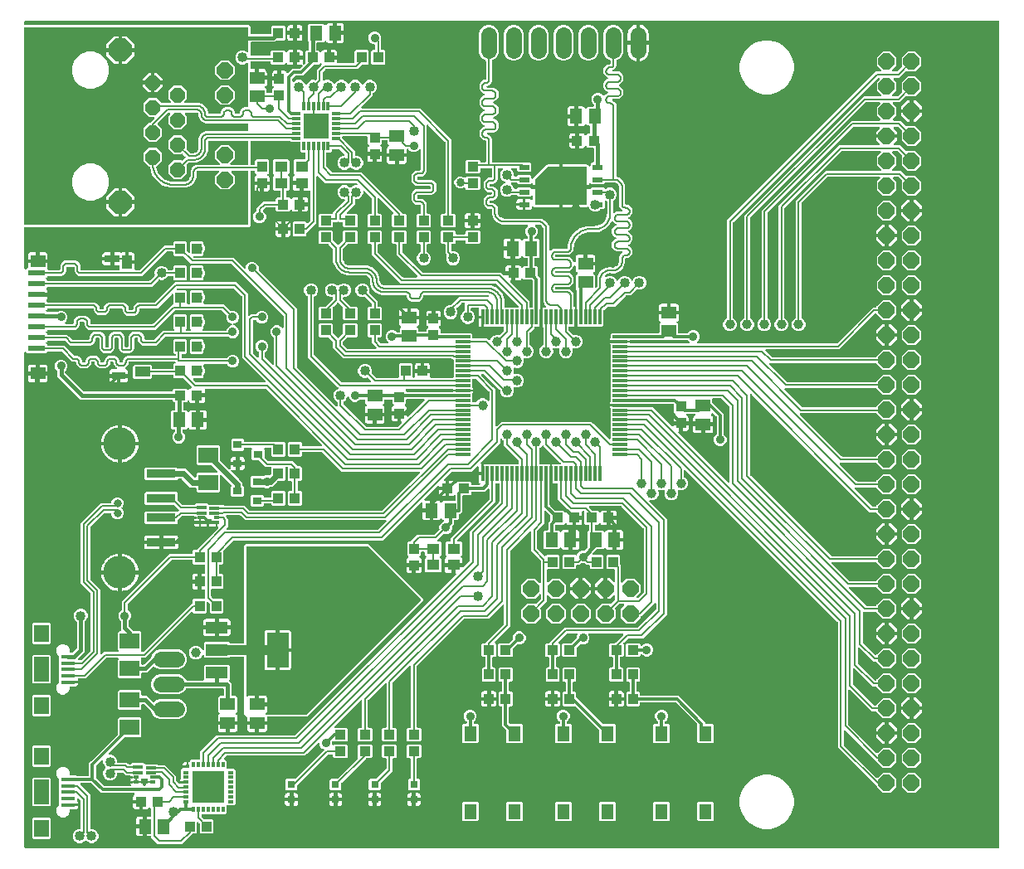
<source format=gbr>
G04 EAGLE Gerber RS-274X export*
G75*
%MOMM*%
%FSLAX34Y34*%
%LPD*%
%INTop Copper*%
%IPPOS*%
%AMOC8*
5,1,8,0,0,1.08239X$1,22.5*%
G01*
%ADD10R,1.100000X1.000000*%
%ADD11R,1.300000X1.500000*%
%ADD12R,1.000000X1.100000*%
%ADD13R,1.500000X1.300000*%
%ADD14R,1.450000X0.400000*%
%ADD15R,1.500000X1.800000*%
%ADD16R,1.500000X2.500000*%
%ADD17C,3.327400*%
%ADD18R,3.000000X0.900000*%
%ADD19R,0.889000X0.787400*%
%ADD20R,0.900000X0.800000*%
%ADD21R,1.000000X0.300000*%
%ADD22R,0.600000X0.300000*%
%ADD23R,0.700000X0.540000*%
%ADD24R,1.000000X0.400000*%
%ADD25P,2.549028X8X292.500000*%
%ADD26P,1.633976X8X292.500000*%
%ADD27P,1.742215X8X292.500000*%
%ADD28R,1.750000X0.600000*%
%ADD29R,1.500000X0.800000*%
%ADD30R,1.000000X1.450000*%
%ADD31R,1.400000X0.800000*%
%ADD32R,1.550000X1.000000*%
%ADD33R,1.050000X0.570000*%
%ADD34R,3.000000X3.000000*%
%ADD35R,1.500000X0.300000*%
%ADD36R,0.300000X1.500000*%
%ADD37R,0.300000X0.850000*%
%ADD38R,0.850000X0.300000*%
%ADD39R,2.550000X2.550000*%
%ADD40R,2.235200X1.219200*%
%ADD41R,2.200000X3.600000*%
%ADD42R,2.000000X1.600000*%
%ADD43R,1.300000X1.100000*%
%ADD44C,1.625600*%
%ADD45R,0.300000X0.600000*%
%ADD46R,3.300000X3.300000*%
%ADD47R,0.435000X0.435000*%
%ADD48R,0.800000X0.800000*%
%ADD49R,1.300000X1.550000*%
%ADD50P,1.759533X8X202.500000*%
%ADD51P,1.759533X8X292.500000*%
%ADD52C,0.200000*%
%ADD53C,1.016000*%
%ADD54C,0.908000*%
%ADD55C,0.808000*%
%ADD56C,0.300000*%
%ADD57C,1.000000*%
%ADD58C,0.400000*%
%ADD59C,1.108000*%
%ADD60C,1.000000*%
%ADD61C,0.858000*%
%ADD62C,0.600000*%

G36*
X996524Y2550D02*
X996524Y2550D01*
X996588Y2549D01*
X996663Y2570D01*
X996739Y2581D01*
X996798Y2607D01*
X996860Y2624D01*
X996926Y2665D01*
X996996Y2697D01*
X997045Y2739D01*
X997100Y2772D01*
X997152Y2830D01*
X997210Y2880D01*
X997246Y2934D01*
X997289Y2982D01*
X997322Y3051D01*
X997365Y3116D01*
X997384Y3178D01*
X997412Y3235D01*
X997423Y3305D01*
X997447Y3386D01*
X997448Y3471D01*
X997459Y3540D01*
X997459Y846460D01*
X997450Y846524D01*
X997451Y846588D01*
X997430Y846663D01*
X997419Y846739D01*
X997393Y846798D01*
X997376Y846860D01*
X997335Y846926D01*
X997303Y846996D01*
X997261Y847045D01*
X997228Y847100D01*
X997170Y847152D01*
X997120Y847210D01*
X997066Y847246D01*
X997018Y847289D01*
X996949Y847322D01*
X996884Y847365D01*
X996822Y847384D01*
X996765Y847412D01*
X996695Y847423D01*
X996614Y847447D01*
X996529Y847448D01*
X996460Y847459D01*
X3540Y847459D01*
X3476Y847450D01*
X3412Y847451D01*
X3337Y847430D01*
X3261Y847419D01*
X3202Y847393D01*
X3140Y847376D01*
X3074Y847335D01*
X3004Y847303D01*
X2955Y847261D01*
X2900Y847228D01*
X2848Y847170D01*
X2790Y847120D01*
X2754Y847066D01*
X2711Y847018D01*
X2678Y846949D01*
X2635Y846884D01*
X2616Y846822D01*
X2588Y846765D01*
X2577Y846695D01*
X2553Y846614D01*
X2552Y846529D01*
X2541Y846460D01*
X2541Y844000D01*
X2550Y843936D01*
X2549Y843872D01*
X2570Y843797D01*
X2581Y843721D01*
X2607Y843662D01*
X2624Y843600D01*
X2665Y843534D01*
X2697Y843464D01*
X2739Y843415D01*
X2772Y843360D01*
X2830Y843308D01*
X2880Y843250D01*
X2934Y843214D01*
X2982Y843171D01*
X3051Y843138D01*
X3116Y843095D01*
X3178Y843076D01*
X3235Y843048D01*
X3305Y843037D01*
X3386Y843013D01*
X3471Y843012D01*
X3540Y843001D01*
X231243Y843001D01*
X233001Y841243D01*
X233001Y835000D01*
X233010Y834936D01*
X233009Y834872D01*
X233030Y834797D01*
X233041Y834721D01*
X233067Y834662D01*
X233084Y834600D01*
X233125Y834534D01*
X233157Y834464D01*
X233199Y834415D01*
X233232Y834360D01*
X233290Y834308D01*
X233340Y834250D01*
X233394Y834214D01*
X233442Y834171D01*
X233511Y834138D01*
X233576Y834095D01*
X233638Y834076D01*
X233695Y834048D01*
X233765Y834037D01*
X233846Y834013D01*
X233931Y834012D01*
X234000Y834001D01*
X253500Y834001D01*
X253564Y834010D01*
X253628Y834009D01*
X253703Y834030D01*
X253779Y834041D01*
X253838Y834067D01*
X253900Y834084D01*
X253966Y834125D01*
X254036Y834157D01*
X254085Y834199D01*
X254140Y834232D01*
X254192Y834290D01*
X254250Y834340D01*
X254286Y834394D01*
X254329Y834442D01*
X254362Y834511D01*
X254405Y834576D01*
X254424Y834638D01*
X254452Y834695D01*
X254463Y834765D01*
X254487Y834846D01*
X254488Y834931D01*
X254499Y835000D01*
X254499Y841329D01*
X255671Y842501D01*
X267329Y842501D01*
X268501Y841329D01*
X268501Y828671D01*
X267329Y827499D01*
X260071Y827499D01*
X259976Y827486D01*
X259880Y827481D01*
X259837Y827466D01*
X259792Y827459D01*
X259704Y827420D01*
X259613Y827388D01*
X259579Y827363D01*
X259535Y827343D01*
X259438Y827260D01*
X259364Y827207D01*
X258157Y825999D01*
X234000Y825999D01*
X233936Y825990D01*
X233872Y825991D01*
X233797Y825970D01*
X233721Y825959D01*
X233662Y825933D01*
X233600Y825916D01*
X233534Y825875D01*
X233464Y825843D01*
X233415Y825801D01*
X233360Y825768D01*
X233308Y825710D01*
X233250Y825660D01*
X233214Y825606D01*
X233171Y825558D01*
X233138Y825489D01*
X233095Y825424D01*
X233076Y825362D01*
X233048Y825305D01*
X233037Y825235D01*
X233013Y825154D01*
X233012Y825069D01*
X233001Y825000D01*
X233001Y812990D01*
X233010Y812928D01*
X233009Y812866D01*
X233029Y812789D01*
X233041Y812711D01*
X233066Y812654D01*
X233083Y812594D01*
X233124Y812526D01*
X233157Y812454D01*
X233197Y812407D01*
X233230Y812353D01*
X233289Y812300D01*
X233340Y812240D01*
X233393Y812205D01*
X233439Y812163D01*
X233510Y812129D01*
X233576Y812085D01*
X233636Y812067D01*
X233692Y812040D01*
X233763Y812028D01*
X233846Y812003D01*
X233929Y812002D01*
X233997Y811991D01*
X252997Y811929D01*
X253062Y811938D01*
X253128Y811937D01*
X253201Y811957D01*
X253276Y811968D01*
X253336Y811995D01*
X253400Y812012D01*
X253464Y812052D01*
X253533Y812083D01*
X253584Y812126D01*
X253640Y812160D01*
X253691Y812217D01*
X253748Y812266D01*
X253785Y812321D01*
X253829Y812370D01*
X253862Y812438D01*
X253904Y812501D01*
X253923Y812564D01*
X253952Y812623D01*
X253962Y812692D01*
X253987Y812771D01*
X253987Y812777D01*
X253987Y812778D01*
X253988Y812858D01*
X253999Y812928D01*
X253999Y815829D01*
X255171Y817001D01*
X267829Y817001D01*
X269059Y815771D01*
X269102Y815739D01*
X269138Y815699D01*
X269214Y815654D01*
X269284Y815601D01*
X269334Y815583D01*
X269381Y815555D01*
X269466Y815533D01*
X269548Y815502D01*
X269602Y815498D01*
X269654Y815484D01*
X269742Y815487D01*
X269829Y815480D01*
X269882Y815491D01*
X269935Y815493D01*
X270019Y815520D01*
X270105Y815538D01*
X270153Y815563D01*
X270204Y815579D01*
X270277Y815629D01*
X270354Y815670D01*
X270393Y815708D01*
X270437Y815738D01*
X270486Y815799D01*
X270556Y815867D01*
X270592Y815930D01*
X270631Y815978D01*
X270967Y816560D01*
X271440Y817033D01*
X272019Y817368D01*
X272665Y817541D01*
X276501Y817541D01*
X276501Y811000D01*
X276510Y810936D01*
X276509Y810872D01*
X276530Y810798D01*
X276541Y810721D01*
X276567Y810662D01*
X276584Y810600D01*
X276625Y810534D01*
X276657Y810464D01*
X276699Y810415D01*
X276732Y810360D01*
X276790Y810309D01*
X276840Y810250D01*
X276894Y810214D01*
X276942Y810171D01*
X277011Y810138D01*
X277076Y810095D01*
X277138Y810076D01*
X277195Y810048D01*
X277265Y810038D01*
X277346Y810013D01*
X277431Y810012D01*
X277500Y810001D01*
X278501Y810001D01*
X278501Y809999D01*
X277500Y809999D01*
X277436Y809990D01*
X277372Y809991D01*
X277297Y809970D01*
X277221Y809959D01*
X277162Y809933D01*
X277100Y809916D01*
X277034Y809875D01*
X276964Y809843D01*
X276915Y809801D01*
X276860Y809768D01*
X276808Y809710D01*
X276750Y809660D01*
X276714Y809606D01*
X276671Y809558D01*
X276638Y809489D01*
X276595Y809424D01*
X276576Y809362D01*
X276548Y809304D01*
X276538Y809235D01*
X276513Y809154D01*
X276512Y809069D01*
X276501Y809000D01*
X276501Y802459D01*
X272665Y802459D01*
X272019Y802632D01*
X271440Y802967D01*
X270967Y803440D01*
X270631Y804022D01*
X270598Y804065D01*
X270572Y804112D01*
X270511Y804175D01*
X270457Y804244D01*
X270413Y804275D01*
X270376Y804314D01*
X270299Y804357D01*
X270227Y804409D01*
X270177Y804426D01*
X270130Y804453D01*
X270044Y804473D01*
X269962Y804502D01*
X269908Y804505D01*
X269856Y804518D01*
X269768Y804513D01*
X269680Y804518D01*
X269628Y804506D01*
X269574Y804503D01*
X269491Y804475D01*
X269405Y804455D01*
X269358Y804429D01*
X269308Y804411D01*
X269244Y804365D01*
X269159Y804317D01*
X269108Y804265D01*
X269059Y804229D01*
X267829Y802999D01*
X255171Y802999D01*
X253999Y804171D01*
X253999Y804928D01*
X253990Y804990D01*
X253991Y805053D01*
X253971Y805129D01*
X253959Y805207D01*
X253934Y805264D01*
X253917Y805325D01*
X253876Y805392D01*
X253843Y805464D01*
X253803Y805512D01*
X253770Y805565D01*
X253711Y805618D01*
X253660Y805678D01*
X253607Y805713D01*
X253561Y805755D01*
X253490Y805790D01*
X253424Y805833D01*
X253364Y805851D01*
X253308Y805879D01*
X253237Y805890D01*
X253154Y805915D01*
X253071Y805916D01*
X253003Y805927D01*
X234003Y805989D01*
X233938Y805980D01*
X233872Y805981D01*
X233799Y805961D01*
X233724Y805951D01*
X233664Y805924D01*
X233600Y805906D01*
X233536Y805866D01*
X233467Y805835D01*
X233416Y805793D01*
X233360Y805758D01*
X233309Y805702D01*
X233252Y805652D01*
X233215Y805598D01*
X233171Y805549D01*
X233138Y805480D01*
X233096Y805417D01*
X233077Y805354D01*
X233048Y805295D01*
X233038Y805227D01*
X233013Y805148D01*
X233012Y805061D01*
X233001Y804990D01*
X233001Y799540D01*
X233010Y799476D01*
X233009Y799412D01*
X233030Y799337D01*
X233041Y799261D01*
X233067Y799202D01*
X233084Y799140D01*
X233125Y799074D01*
X233157Y799004D01*
X233199Y798955D01*
X233232Y798900D01*
X233290Y798848D01*
X233340Y798790D01*
X233394Y798754D01*
X233442Y798711D01*
X233511Y798678D01*
X233576Y798635D01*
X233638Y798616D01*
X233695Y798588D01*
X233765Y798577D01*
X233846Y798553D01*
X233931Y798552D01*
X234000Y798541D01*
X238001Y798541D01*
X238001Y790500D01*
X238010Y790436D01*
X238009Y790372D01*
X238030Y790298D01*
X238041Y790221D01*
X238067Y790162D01*
X238084Y790100D01*
X238125Y790034D01*
X238157Y789964D01*
X238199Y789915D01*
X238232Y789860D01*
X238290Y789809D01*
X238340Y789750D01*
X238394Y789714D01*
X238442Y789671D01*
X238511Y789638D01*
X238576Y789595D01*
X238638Y789576D01*
X238695Y789548D01*
X238765Y789538D01*
X238846Y789513D01*
X238931Y789512D01*
X239000Y789501D01*
X240001Y789501D01*
X240001Y788500D01*
X240010Y788436D01*
X240009Y788372D01*
X240030Y788297D01*
X240041Y788221D01*
X240067Y788162D01*
X240084Y788100D01*
X240125Y788034D01*
X240157Y787964D01*
X240199Y787915D01*
X240232Y787860D01*
X240290Y787808D01*
X240340Y787750D01*
X240394Y787714D01*
X240442Y787671D01*
X240511Y787638D01*
X240576Y787595D01*
X240638Y787576D01*
X240696Y787548D01*
X240765Y787538D01*
X240846Y787513D01*
X240931Y787512D01*
X241000Y787501D01*
X250041Y787501D01*
X250041Y782665D01*
X249868Y782019D01*
X249533Y781440D01*
X249060Y780967D01*
X248478Y780631D01*
X248435Y780598D01*
X248388Y780572D01*
X248325Y780511D01*
X248256Y780457D01*
X248225Y780413D01*
X248186Y780376D01*
X248143Y780299D01*
X248091Y780227D01*
X248074Y780177D01*
X248047Y780130D01*
X248027Y780044D01*
X247998Y779962D01*
X247995Y779908D01*
X247982Y779856D01*
X247987Y779768D01*
X247982Y779680D01*
X247994Y779628D01*
X247997Y779574D01*
X248025Y779491D01*
X248045Y779405D01*
X248071Y779358D01*
X248089Y779308D01*
X248135Y779244D01*
X248183Y779159D01*
X248235Y779108D01*
X248271Y779059D01*
X249501Y777829D01*
X249501Y774500D01*
X249510Y774436D01*
X249509Y774372D01*
X249530Y774297D01*
X249541Y774221D01*
X249567Y774162D01*
X249584Y774100D01*
X249625Y774034D01*
X249657Y773964D01*
X249699Y773915D01*
X249732Y773860D01*
X249790Y773808D01*
X249840Y773750D01*
X249894Y773714D01*
X249942Y773671D01*
X250011Y773638D01*
X250076Y773595D01*
X250138Y773576D01*
X250195Y773548D01*
X250265Y773537D01*
X250346Y773513D01*
X250431Y773512D01*
X250500Y773501D01*
X254500Y773501D01*
X254564Y773510D01*
X254628Y773509D01*
X254703Y773530D01*
X254779Y773541D01*
X254838Y773567D01*
X254900Y773584D01*
X254966Y773625D01*
X255036Y773657D01*
X255085Y773699D01*
X255140Y773732D01*
X255192Y773790D01*
X255250Y773840D01*
X255286Y773894D01*
X255329Y773942D01*
X255362Y774011D01*
X255405Y774076D01*
X255424Y774138D01*
X255452Y774195D01*
X255463Y774265D01*
X255487Y774346D01*
X255488Y774431D01*
X255499Y774500D01*
X255499Y777829D01*
X256729Y779059D01*
X256761Y779102D01*
X256801Y779138D01*
X256846Y779214D01*
X256899Y779284D01*
X256917Y779334D01*
X256945Y779381D01*
X256967Y779466D01*
X256998Y779548D01*
X257002Y779602D01*
X257016Y779654D01*
X257013Y779742D01*
X257020Y779829D01*
X257009Y779882D01*
X257007Y779935D01*
X256980Y780019D01*
X256962Y780105D01*
X256937Y780153D01*
X256921Y780204D01*
X256871Y780277D01*
X256830Y780354D01*
X256792Y780393D01*
X256762Y780437D01*
X256701Y780486D01*
X256633Y780556D01*
X256570Y780592D01*
X256522Y780631D01*
X255940Y780967D01*
X255467Y781440D01*
X255132Y782019D01*
X254959Y782665D01*
X254959Y786501D01*
X261500Y786501D01*
X261564Y786510D01*
X261628Y786509D01*
X261702Y786530D01*
X261779Y786541D01*
X261838Y786567D01*
X261900Y786584D01*
X261966Y786625D01*
X262036Y786657D01*
X262085Y786699D01*
X262140Y786732D01*
X262191Y786790D01*
X262250Y786840D01*
X262286Y786894D01*
X262329Y786942D01*
X262362Y787011D01*
X262405Y787076D01*
X262424Y787138D01*
X262452Y787195D01*
X262462Y787265D01*
X262487Y787346D01*
X262488Y787431D01*
X262499Y787500D01*
X262499Y788501D01*
X263500Y788501D01*
X263564Y788510D01*
X263628Y788509D01*
X263703Y788530D01*
X263779Y788541D01*
X263838Y788567D01*
X263900Y788584D01*
X263966Y788625D01*
X264036Y788657D01*
X264085Y788699D01*
X264140Y788732D01*
X264192Y788790D01*
X264250Y788840D01*
X264286Y788894D01*
X264329Y788942D01*
X264362Y789011D01*
X264405Y789076D01*
X264424Y789138D01*
X264452Y789196D01*
X264462Y789265D01*
X264487Y789346D01*
X264488Y789431D01*
X264499Y789500D01*
X264499Y796541D01*
X267835Y796541D01*
X268481Y796368D01*
X269060Y796033D01*
X269533Y795560D01*
X269868Y794981D01*
X269982Y794553D01*
X269999Y794513D01*
X270008Y794471D01*
X270054Y794384D01*
X270093Y794293D01*
X270120Y794260D01*
X270140Y794222D01*
X270209Y794152D01*
X270272Y794075D01*
X270307Y794051D01*
X270337Y794020D01*
X270423Y793972D01*
X270504Y793916D01*
X270545Y793902D01*
X270582Y793881D01*
X270678Y793858D01*
X270772Y793828D01*
X270815Y793826D01*
X270857Y793816D01*
X270956Y793821D01*
X271054Y793818D01*
X271096Y793828D01*
X271139Y793831D01*
X271232Y793863D01*
X271327Y793887D01*
X271365Y793909D01*
X271405Y793923D01*
X271474Y793973D01*
X271571Y794030D01*
X271612Y794074D01*
X271654Y794105D01*
X273707Y796157D01*
X273707Y796158D01*
X276050Y798501D01*
X283136Y798501D01*
X283231Y798514D01*
X283327Y798519D01*
X283370Y798534D01*
X283415Y798541D01*
X283503Y798580D01*
X283594Y798612D01*
X283628Y798637D01*
X283672Y798657D01*
X283769Y798740D01*
X283843Y798793D01*
X286033Y800984D01*
X286046Y801001D01*
X286063Y801015D01*
X286131Y801114D01*
X286203Y801210D01*
X286210Y801230D01*
X286222Y801248D01*
X286260Y801362D01*
X286302Y801474D01*
X286304Y801495D01*
X286311Y801515D01*
X286315Y801635D01*
X286324Y801755D01*
X286320Y801776D01*
X286320Y801797D01*
X286291Y801913D01*
X286266Y802031D01*
X286256Y802050D01*
X286251Y802071D01*
X286190Y802174D01*
X286134Y802280D01*
X286119Y802295D01*
X286108Y802314D01*
X286021Y802396D01*
X285937Y802482D01*
X285918Y802492D01*
X285903Y802507D01*
X285796Y802562D01*
X285692Y802621D01*
X285671Y802626D01*
X285652Y802636D01*
X285534Y802658D01*
X285417Y802686D01*
X285396Y802685D01*
X285375Y802689D01*
X285284Y802679D01*
X285136Y802671D01*
X285101Y802659D01*
X285068Y802656D01*
X284335Y802459D01*
X280499Y802459D01*
X280499Y808001D01*
X286541Y808001D01*
X286541Y804665D01*
X286344Y803932D01*
X286342Y803911D01*
X286334Y803890D01*
X286325Y803771D01*
X286310Y803652D01*
X286314Y803631D01*
X286312Y803609D01*
X286337Y803492D01*
X286356Y803374D01*
X286365Y803354D01*
X286370Y803333D01*
X286426Y803227D01*
X286478Y803119D01*
X286492Y803103D01*
X286502Y803084D01*
X286586Y802998D01*
X286666Y802909D01*
X286684Y802898D01*
X286699Y802882D01*
X286803Y802823D01*
X286905Y802760D01*
X286926Y802754D01*
X286944Y802743D01*
X287061Y802715D01*
X287176Y802683D01*
X287198Y802683D01*
X287219Y802678D01*
X287339Y802684D01*
X287458Y802685D01*
X287479Y802691D01*
X287501Y802692D01*
X287613Y802732D01*
X287729Y802766D01*
X287747Y802778D01*
X287767Y802785D01*
X287841Y802839D01*
X287965Y802919D01*
X287989Y802947D01*
X288016Y802967D01*
X288707Y803657D01*
X288764Y803734D01*
X288829Y803806D01*
X288849Y803846D01*
X288876Y803883D01*
X288910Y803973D01*
X288952Y804059D01*
X288958Y804101D01*
X288975Y804147D01*
X288985Y804274D01*
X288999Y804364D01*
X288999Y815829D01*
X290171Y817001D01*
X291500Y817001D01*
X291564Y817010D01*
X291628Y817009D01*
X291703Y817030D01*
X291779Y817041D01*
X291838Y817067D01*
X291900Y817084D01*
X291966Y817125D01*
X292036Y817157D01*
X292085Y817199D01*
X292140Y817232D01*
X292192Y817290D01*
X292250Y817340D01*
X292286Y817394D01*
X292329Y817442D01*
X292362Y817511D01*
X292405Y817576D01*
X292424Y817638D01*
X292452Y817695D01*
X292463Y817765D01*
X292487Y817846D01*
X292488Y817931D01*
X292499Y818000D01*
X292499Y825757D01*
X292486Y825852D01*
X292481Y825949D01*
X292466Y825992D01*
X292459Y826037D01*
X292420Y826124D01*
X292388Y826215D01*
X292363Y826249D01*
X292343Y826294D01*
X292260Y826391D01*
X292207Y826464D01*
X291999Y826671D01*
X291999Y843329D01*
X293171Y844501D01*
X307829Y844501D01*
X309059Y843271D01*
X309102Y843239D01*
X309138Y843199D01*
X309214Y843154D01*
X309284Y843101D01*
X309334Y843083D01*
X309381Y843055D01*
X309466Y843033D01*
X309548Y843002D01*
X309602Y842998D01*
X309654Y842984D01*
X309742Y842987D01*
X309829Y842980D01*
X309882Y842991D01*
X309935Y842993D01*
X310019Y843020D01*
X310105Y843038D01*
X310153Y843063D01*
X310204Y843079D01*
X310277Y843129D01*
X310354Y843170D01*
X310393Y843208D01*
X310437Y843238D01*
X310486Y843299D01*
X310556Y843367D01*
X310592Y843430D01*
X310631Y843478D01*
X310967Y844060D01*
X311440Y844533D01*
X312019Y844868D01*
X312665Y845041D01*
X317501Y845041D01*
X317501Y836000D01*
X317510Y835936D01*
X317509Y835872D01*
X317530Y835798D01*
X317541Y835721D01*
X317567Y835662D01*
X317584Y835600D01*
X317625Y835534D01*
X317657Y835464D01*
X317699Y835415D01*
X317732Y835360D01*
X317790Y835309D01*
X317840Y835250D01*
X317894Y835214D01*
X317942Y835171D01*
X318011Y835138D01*
X318076Y835095D01*
X318138Y835076D01*
X318195Y835048D01*
X318265Y835038D01*
X318346Y835013D01*
X318431Y835012D01*
X318500Y835001D01*
X319501Y835001D01*
X319501Y834999D01*
X318500Y834999D01*
X318436Y834990D01*
X318372Y834991D01*
X318297Y834970D01*
X318221Y834959D01*
X318162Y834933D01*
X318100Y834916D01*
X318034Y834875D01*
X317964Y834843D01*
X317915Y834801D01*
X317860Y834768D01*
X317808Y834710D01*
X317750Y834660D01*
X317714Y834606D01*
X317671Y834558D01*
X317638Y834489D01*
X317595Y834424D01*
X317576Y834362D01*
X317548Y834304D01*
X317538Y834235D01*
X317513Y834154D01*
X317512Y834069D01*
X317501Y834000D01*
X317501Y824959D01*
X312665Y824959D01*
X312019Y825132D01*
X311440Y825467D01*
X310967Y825940D01*
X310631Y826522D01*
X310598Y826565D01*
X310572Y826612D01*
X310511Y826675D01*
X310457Y826744D01*
X310413Y826775D01*
X310376Y826814D01*
X310299Y826857D01*
X310227Y826909D01*
X310177Y826926D01*
X310130Y826953D01*
X310044Y826973D01*
X309962Y827002D01*
X309908Y827005D01*
X309856Y827018D01*
X309768Y827013D01*
X309680Y827018D01*
X309628Y827006D01*
X309574Y827003D01*
X309491Y826975D01*
X309405Y826955D01*
X309358Y826929D01*
X309308Y826911D01*
X309244Y826865D01*
X309159Y826817D01*
X309108Y826765D01*
X309059Y826729D01*
X307829Y825499D01*
X301500Y825499D01*
X301436Y825490D01*
X301372Y825491D01*
X301297Y825470D01*
X301221Y825459D01*
X301162Y825433D01*
X301100Y825416D01*
X301034Y825375D01*
X300964Y825343D01*
X300915Y825301D01*
X300860Y825268D01*
X300808Y825210D01*
X300750Y825160D01*
X300714Y825106D01*
X300671Y825058D01*
X300638Y824989D01*
X300595Y824924D01*
X300576Y824862D01*
X300548Y824805D01*
X300537Y824735D01*
X300513Y824654D01*
X300512Y824569D01*
X300501Y824500D01*
X300501Y818000D01*
X300510Y817936D01*
X300509Y817872D01*
X300530Y817797D01*
X300541Y817721D01*
X300567Y817662D01*
X300584Y817600D01*
X300625Y817534D01*
X300657Y817464D01*
X300699Y817415D01*
X300732Y817360D01*
X300790Y817308D01*
X300840Y817250D01*
X300894Y817214D01*
X300942Y817171D01*
X301011Y817138D01*
X301076Y817095D01*
X301138Y817076D01*
X301195Y817048D01*
X301265Y817037D01*
X301346Y817013D01*
X301431Y817012D01*
X301500Y817001D01*
X302829Y817001D01*
X304059Y815771D01*
X304102Y815739D01*
X304138Y815699D01*
X304214Y815654D01*
X304284Y815601D01*
X304334Y815583D01*
X304381Y815555D01*
X304466Y815533D01*
X304548Y815502D01*
X304602Y815498D01*
X304654Y815484D01*
X304742Y815487D01*
X304829Y815480D01*
X304882Y815491D01*
X304935Y815493D01*
X305019Y815520D01*
X305105Y815538D01*
X305153Y815563D01*
X305204Y815579D01*
X305277Y815629D01*
X305354Y815670D01*
X305393Y815708D01*
X305437Y815738D01*
X305486Y815799D01*
X305556Y815867D01*
X305592Y815930D01*
X305631Y815978D01*
X305967Y816560D01*
X306440Y817033D01*
X307019Y817368D01*
X307665Y817541D01*
X311501Y817541D01*
X311501Y811000D01*
X311510Y810936D01*
X311509Y810872D01*
X311530Y810798D01*
X311541Y810721D01*
X311567Y810662D01*
X311584Y810600D01*
X311625Y810534D01*
X311657Y810464D01*
X311699Y810415D01*
X311732Y810360D01*
X311790Y810309D01*
X311840Y810250D01*
X311894Y810214D01*
X311942Y810171D01*
X312011Y810138D01*
X312076Y810095D01*
X312138Y810076D01*
X312195Y810048D01*
X312265Y810038D01*
X312346Y810013D01*
X312431Y810012D01*
X312500Y810001D01*
X313501Y810001D01*
X313501Y809000D01*
X313510Y808936D01*
X313509Y808872D01*
X313530Y808797D01*
X313541Y808721D01*
X313567Y808662D01*
X313584Y808600D01*
X313625Y808534D01*
X313657Y808464D01*
X313699Y808415D01*
X313732Y808360D01*
X313790Y808308D01*
X313840Y808250D01*
X313894Y808214D01*
X313942Y808171D01*
X314011Y808138D01*
X314076Y808095D01*
X314138Y808076D01*
X314196Y808048D01*
X314265Y808038D01*
X314346Y808013D01*
X314431Y808012D01*
X314500Y808001D01*
X321541Y808001D01*
X321541Y805250D01*
X321550Y805186D01*
X321549Y805122D01*
X321570Y805047D01*
X321581Y804971D01*
X321607Y804912D01*
X321624Y804850D01*
X321665Y804784D01*
X321697Y804714D01*
X321739Y804665D01*
X321772Y804610D01*
X321830Y804558D01*
X321880Y804500D01*
X321934Y804464D01*
X321982Y804421D01*
X322051Y804388D01*
X322116Y804345D01*
X322178Y804326D01*
X322235Y804298D01*
X322305Y804287D01*
X322386Y804263D01*
X322471Y804262D01*
X322540Y804251D01*
X338500Y804251D01*
X338564Y804260D01*
X338628Y804259D01*
X338703Y804280D01*
X338779Y804291D01*
X338838Y804317D01*
X338900Y804334D01*
X338966Y804375D01*
X339036Y804407D01*
X339085Y804449D01*
X339140Y804482D01*
X339192Y804540D01*
X339250Y804590D01*
X339286Y804644D01*
X339329Y804692D01*
X339362Y804761D01*
X339405Y804826D01*
X339424Y804888D01*
X339452Y804945D01*
X339463Y805015D01*
X339487Y805096D01*
X339488Y805181D01*
X339499Y805250D01*
X339499Y816329D01*
X340671Y817501D01*
X352329Y817501D01*
X353501Y816329D01*
X353501Y803671D01*
X352329Y802499D01*
X347157Y802499D01*
X347062Y802486D01*
X346966Y802481D01*
X346923Y802466D01*
X346878Y802459D01*
X346790Y802420D01*
X346699Y802388D01*
X346665Y802363D01*
X346621Y802343D01*
X346523Y802260D01*
X346450Y802207D01*
X342493Y798249D01*
X310407Y798249D01*
X310312Y798236D01*
X310216Y798231D01*
X310173Y798216D01*
X310128Y798209D01*
X310040Y798170D01*
X309949Y798138D01*
X309915Y798113D01*
X309871Y798093D01*
X309773Y798010D01*
X309700Y797957D01*
X307043Y795300D01*
X306986Y795223D01*
X306921Y795152D01*
X306901Y795111D01*
X306874Y795074D01*
X306840Y794984D01*
X306798Y794898D01*
X306792Y794856D01*
X306775Y794810D01*
X306765Y794683D01*
X306751Y794593D01*
X306751Y787207D01*
X306767Y787090D01*
X306779Y786972D01*
X306787Y786950D01*
X306791Y786928D01*
X306839Y786820D01*
X306883Y786710D01*
X306897Y786692D01*
X306907Y786671D01*
X306984Y786581D01*
X307057Y786487D01*
X307075Y786474D01*
X307090Y786457D01*
X307190Y786392D01*
X307286Y786322D01*
X307307Y786315D01*
X307326Y786302D01*
X307440Y786267D01*
X307551Y786228D01*
X307574Y786226D01*
X307596Y786220D01*
X307714Y786218D01*
X307833Y786211D01*
X307854Y786216D01*
X307878Y786216D01*
X308057Y786266D01*
X308132Y786284D01*
X310370Y787211D01*
X313187Y787211D01*
X315789Y786133D01*
X317781Y784141D01*
X318009Y783589D01*
X318026Y783562D01*
X318036Y783531D01*
X318097Y783441D01*
X318153Y783347D01*
X318176Y783324D01*
X318195Y783298D01*
X318279Y783228D01*
X318359Y783154D01*
X318387Y783139D01*
X318412Y783119D01*
X318513Y783075D01*
X318610Y783026D01*
X318642Y783020D01*
X318671Y783007D01*
X318780Y782994D01*
X318887Y782973D01*
X318919Y782977D01*
X318951Y782973D01*
X319059Y782990D01*
X319168Y783001D01*
X319198Y783013D01*
X319230Y783018D01*
X319328Y783065D01*
X319430Y783105D01*
X319455Y783125D01*
X319484Y783139D01*
X319566Y783212D01*
X319652Y783279D01*
X319671Y783305D01*
X319695Y783326D01*
X319742Y783404D01*
X319817Y783507D01*
X319833Y783553D01*
X319856Y783589D01*
X320030Y784010D01*
X322021Y786002D01*
X324624Y787080D01*
X327441Y787080D01*
X330043Y786002D01*
X332035Y784010D01*
X332093Y783871D01*
X332109Y783843D01*
X332119Y783812D01*
X332181Y783722D01*
X332236Y783628D01*
X332260Y783606D01*
X332278Y783579D01*
X332363Y783510D01*
X332442Y783435D01*
X332471Y783420D01*
X332496Y783400D01*
X332596Y783357D01*
X332694Y783307D01*
X332725Y783301D01*
X332755Y783289D01*
X332863Y783275D01*
X332971Y783255D01*
X333003Y783258D01*
X333035Y783254D01*
X333143Y783271D01*
X333251Y783282D01*
X333281Y783294D01*
X333313Y783299D01*
X333412Y783346D01*
X333513Y783386D01*
X333539Y783406D01*
X333568Y783420D01*
X333650Y783493D01*
X333736Y783560D01*
X333755Y783586D01*
X333779Y783608D01*
X333826Y783685D01*
X333901Y783789D01*
X333917Y783834D01*
X333939Y783871D01*
X333997Y784011D01*
X335989Y786003D01*
X338592Y787081D01*
X341408Y787081D01*
X344011Y786003D01*
X346003Y784011D01*
X346577Y782625D01*
X346593Y782597D01*
X346603Y782567D01*
X346665Y782476D01*
X346720Y782382D01*
X346744Y782360D01*
X346762Y782334D01*
X346847Y782264D01*
X346926Y782189D01*
X346955Y782175D01*
X346980Y782154D01*
X347080Y782111D01*
X347178Y782062D01*
X347209Y782056D01*
X347239Y782043D01*
X347347Y782030D01*
X347455Y782009D01*
X347487Y782012D01*
X347519Y782008D01*
X347627Y782026D01*
X347735Y782036D01*
X347765Y782048D01*
X347797Y782053D01*
X347896Y782100D01*
X347997Y782141D01*
X348023Y782161D01*
X348052Y782174D01*
X348134Y782247D01*
X348220Y782314D01*
X348239Y782340D01*
X348263Y782362D01*
X348310Y782439D01*
X348385Y782543D01*
X348401Y782589D01*
X348423Y782625D01*
X348997Y784011D01*
X350989Y786003D01*
X353592Y787081D01*
X356408Y787081D01*
X359011Y786003D01*
X361003Y784011D01*
X362081Y781408D01*
X362081Y778592D01*
X361003Y775989D01*
X359011Y773997D01*
X358618Y773834D01*
X358609Y773830D01*
X358600Y773827D01*
X358488Y773758D01*
X358375Y773691D01*
X358368Y773684D01*
X358360Y773679D01*
X358272Y773581D01*
X358182Y773485D01*
X358178Y773477D01*
X358171Y773470D01*
X358113Y773350D01*
X358054Y773234D01*
X358052Y773224D01*
X358048Y773216D01*
X358036Y773139D01*
X358002Y772956D01*
X358004Y772933D01*
X358001Y772911D01*
X358001Y771257D01*
X346450Y759707D01*
X346431Y759681D01*
X346406Y759660D01*
X346346Y759568D01*
X346281Y759481D01*
X346270Y759451D01*
X346252Y759424D01*
X346220Y759319D01*
X346181Y759217D01*
X346179Y759185D01*
X346170Y759154D01*
X346168Y759045D01*
X346160Y758936D01*
X346166Y758904D01*
X346166Y758872D01*
X346195Y758767D01*
X346217Y758660D01*
X346232Y758631D01*
X346241Y758600D01*
X346298Y758507D01*
X346350Y758411D01*
X346372Y758388D01*
X346389Y758360D01*
X346470Y758287D01*
X346546Y758209D01*
X346574Y758193D01*
X346598Y758171D01*
X346697Y758124D01*
X346792Y758070D01*
X346823Y758062D01*
X346852Y758048D01*
X346941Y758034D01*
X347066Y758005D01*
X347115Y758007D01*
X347157Y758001D01*
X406243Y758001D01*
X438001Y726243D01*
X438001Y651500D01*
X438010Y651436D01*
X438009Y651372D01*
X438030Y651297D01*
X438041Y651221D01*
X438067Y651162D01*
X438084Y651100D01*
X438125Y651034D01*
X438157Y650964D01*
X438199Y650915D01*
X438232Y650860D01*
X438290Y650808D01*
X438340Y650750D01*
X438394Y650714D01*
X438442Y650671D01*
X438511Y650638D01*
X438576Y650595D01*
X438638Y650576D01*
X438695Y650548D01*
X438765Y650537D01*
X438846Y650513D01*
X438931Y650512D01*
X439000Y650501D01*
X441329Y650501D01*
X442501Y649329D01*
X442501Y637671D01*
X441329Y636499D01*
X428671Y636499D01*
X427499Y637671D01*
X427499Y649329D01*
X428671Y650501D01*
X431000Y650501D01*
X431064Y650510D01*
X431128Y650509D01*
X431203Y650530D01*
X431279Y650541D01*
X431338Y650567D01*
X431400Y650584D01*
X431466Y650625D01*
X431536Y650657D01*
X431585Y650699D01*
X431640Y650732D01*
X431692Y650790D01*
X431750Y650840D01*
X431786Y650894D01*
X431829Y650942D01*
X431862Y651011D01*
X431905Y651076D01*
X431924Y651138D01*
X431952Y651195D01*
X431963Y651265D01*
X431987Y651346D01*
X431988Y651431D01*
X431999Y651500D01*
X431999Y723343D01*
X431986Y723438D01*
X431981Y723534D01*
X431966Y723577D01*
X431959Y723622D01*
X431920Y723710D01*
X431888Y723801D01*
X431863Y723835D01*
X431843Y723879D01*
X431760Y723977D01*
X431707Y724050D01*
X414707Y741050D01*
X414681Y741069D01*
X414660Y741094D01*
X414568Y741154D01*
X414481Y741219D01*
X414451Y741230D01*
X414424Y741248D01*
X414319Y741280D01*
X414217Y741319D01*
X414185Y741321D01*
X414154Y741330D01*
X414045Y741332D01*
X413936Y741340D01*
X413904Y741334D01*
X413872Y741334D01*
X413767Y741305D01*
X413660Y741283D01*
X413631Y741268D01*
X413600Y741259D01*
X413507Y741202D01*
X413411Y741150D01*
X413388Y741128D01*
X413360Y741111D01*
X413287Y741030D01*
X413209Y740954D01*
X413193Y740926D01*
X413171Y740902D01*
X413124Y740803D01*
X413070Y740708D01*
X413062Y740677D01*
X413048Y740648D01*
X413034Y740559D01*
X413005Y740434D01*
X413007Y740385D01*
X413001Y740343D01*
X413001Y693290D01*
X411291Y690328D01*
X408329Y688618D01*
X404273Y688618D01*
X404210Y688609D01*
X404145Y688610D01*
X404071Y688589D01*
X403994Y688578D01*
X403935Y688552D01*
X403873Y688535D01*
X403807Y688494D01*
X403737Y688462D01*
X403688Y688420D01*
X403633Y688386D01*
X403582Y688329D01*
X403523Y688279D01*
X403487Y688225D01*
X403444Y688177D01*
X403411Y688108D01*
X403368Y688043D01*
X403349Y687981D01*
X403321Y687923D01*
X403311Y687854D01*
X403286Y687773D01*
X403285Y687688D01*
X403274Y687619D01*
X403274Y686024D01*
X403283Y685960D01*
X403282Y685900D01*
X403282Y685896D01*
X403303Y685821D01*
X403314Y685745D01*
X403340Y685686D01*
X403357Y685624D01*
X403398Y685558D01*
X403430Y685488D01*
X403472Y685439D01*
X403505Y685384D01*
X403563Y685332D01*
X403613Y685273D01*
X403667Y685238D01*
X403715Y685195D01*
X403784Y685161D01*
X403849Y685119D01*
X403911Y685100D01*
X403969Y685072D01*
X404038Y685061D01*
X404119Y685036D01*
X404204Y685035D01*
X404273Y685024D01*
X418056Y685024D01*
X421018Y683314D01*
X422728Y680353D01*
X422728Y674100D01*
X421018Y671138D01*
X418056Y669428D01*
X404273Y669428D01*
X404210Y669419D01*
X404145Y669420D01*
X404071Y669399D01*
X403994Y669388D01*
X403935Y669362D01*
X403873Y669345D01*
X403807Y669304D01*
X403737Y669272D01*
X403688Y669230D01*
X403633Y669196D01*
X403582Y669139D01*
X403523Y669089D01*
X403487Y669035D01*
X403444Y668987D01*
X403411Y668918D01*
X403368Y668853D01*
X403349Y668791D01*
X403321Y668733D01*
X403311Y668664D01*
X403286Y668583D01*
X403285Y668498D01*
X403274Y668429D01*
X403274Y666834D01*
X403283Y666770D01*
X403282Y666706D01*
X403303Y666631D01*
X403314Y666555D01*
X403340Y666496D01*
X403357Y666434D01*
X403398Y666368D01*
X403430Y666298D01*
X403472Y666249D01*
X403505Y666194D01*
X403563Y666142D01*
X403613Y666083D01*
X403667Y666048D01*
X403715Y666005D01*
X403784Y665971D01*
X403849Y665929D01*
X403911Y665910D01*
X403969Y665882D01*
X404038Y665871D01*
X404119Y665846D01*
X404204Y665845D01*
X404273Y665835D01*
X408329Y665835D01*
X411291Y664124D01*
X413001Y661163D01*
X413001Y651500D01*
X413010Y651436D01*
X413009Y651372D01*
X413030Y651297D01*
X413041Y651221D01*
X413067Y651162D01*
X413084Y651100D01*
X413125Y651034D01*
X413157Y650964D01*
X413199Y650915D01*
X413232Y650860D01*
X413290Y650808D01*
X413340Y650750D01*
X413394Y650714D01*
X413442Y650671D01*
X413511Y650638D01*
X413576Y650595D01*
X413638Y650576D01*
X413695Y650548D01*
X413765Y650537D01*
X413846Y650513D01*
X413931Y650512D01*
X414000Y650501D01*
X416329Y650501D01*
X417501Y649329D01*
X417501Y637671D01*
X416329Y636499D01*
X403671Y636499D01*
X402499Y637671D01*
X402499Y649329D01*
X403671Y650501D01*
X406000Y650501D01*
X406064Y650510D01*
X406128Y650509D01*
X406203Y650530D01*
X406279Y650541D01*
X406338Y650567D01*
X406400Y650584D01*
X406466Y650625D01*
X406536Y650657D01*
X406585Y650699D01*
X406640Y650732D01*
X406692Y650790D01*
X406750Y650840D01*
X406786Y650894D01*
X406829Y650942D01*
X406862Y651011D01*
X406905Y651076D01*
X406924Y651138D01*
X406952Y651195D01*
X406963Y651265D01*
X406987Y651346D01*
X406988Y651431D01*
X406999Y651500D01*
X406999Y658834D01*
X406990Y658897D01*
X406991Y658962D01*
X406970Y659036D01*
X406959Y659113D01*
X406933Y659171D01*
X406916Y659233D01*
X406875Y659299D01*
X406843Y659370D01*
X406801Y659419D01*
X406768Y659473D01*
X406710Y659525D01*
X406660Y659584D01*
X406606Y659619D01*
X406558Y659662D01*
X406489Y659696D01*
X406424Y659739D01*
X406362Y659757D01*
X406305Y659785D01*
X406235Y659796D01*
X406154Y659821D01*
X406069Y659822D01*
X406000Y659833D01*
X401944Y659833D01*
X398982Y661543D01*
X397272Y664505D01*
X397272Y670758D01*
X398982Y673719D01*
X401944Y675430D01*
X415727Y675430D01*
X415790Y675439D01*
X415855Y675438D01*
X415929Y675458D01*
X416006Y675469D01*
X416065Y675496D01*
X416127Y675513D01*
X416193Y675554D01*
X416263Y675586D01*
X416312Y675627D01*
X416367Y675661D01*
X416418Y675719D01*
X416477Y675769D01*
X416513Y675823D01*
X416556Y675870D01*
X416589Y675940D01*
X416632Y676005D01*
X416651Y676066D01*
X416679Y676124D01*
X416689Y676194D01*
X416714Y676275D01*
X416715Y676359D01*
X416726Y676429D01*
X416726Y678024D01*
X416717Y678087D01*
X416718Y678152D01*
X416697Y678226D01*
X416686Y678303D01*
X416660Y678361D01*
X416643Y678423D01*
X416602Y678489D01*
X416570Y678560D01*
X416528Y678609D01*
X416495Y678663D01*
X416437Y678715D01*
X416387Y678774D01*
X416333Y678809D01*
X416285Y678852D01*
X416216Y678886D01*
X416151Y678929D01*
X416089Y678947D01*
X416031Y678975D01*
X415962Y678986D01*
X415881Y679011D01*
X415796Y679012D01*
X415727Y679023D01*
X401944Y679023D01*
X398982Y680733D01*
X397272Y683695D01*
X397272Y689948D01*
X398982Y692909D01*
X401944Y694619D01*
X406000Y694619D01*
X406064Y694629D01*
X406128Y694628D01*
X406203Y694648D01*
X406279Y694659D01*
X406338Y694686D01*
X406400Y694703D01*
X406466Y694744D01*
X406536Y694776D01*
X406585Y694817D01*
X406640Y694851D01*
X406692Y694909D01*
X406750Y694959D01*
X406786Y695013D01*
X406829Y695060D01*
X406862Y695130D01*
X406905Y695195D01*
X406924Y695256D01*
X406952Y695314D01*
X406963Y695384D01*
X406987Y695465D01*
X406988Y695549D01*
X406999Y695619D01*
X406999Y715337D01*
X406995Y715369D01*
X406997Y715401D01*
X406975Y715508D01*
X406959Y715616D01*
X406946Y715645D01*
X406940Y715677D01*
X406888Y715773D01*
X406843Y715873D01*
X406822Y715898D01*
X406807Y715926D01*
X406731Y716004D01*
X406660Y716087D01*
X406633Y716105D01*
X406610Y716128D01*
X406515Y716182D01*
X406424Y716242D01*
X406393Y716251D01*
X406365Y716267D01*
X406259Y716292D01*
X406154Y716324D01*
X406122Y716325D01*
X406091Y716332D01*
X405981Y716326D01*
X405872Y716328D01*
X405841Y716319D01*
X405809Y716318D01*
X405706Y716282D01*
X405600Y716253D01*
X405573Y716236D01*
X405542Y716225D01*
X405469Y716172D01*
X405360Y716105D01*
X405328Y716069D01*
X405293Y716043D01*
X403705Y714455D01*
X401301Y713459D01*
X398699Y713459D01*
X396295Y714455D01*
X394447Y716303D01*
X394419Y716350D01*
X394383Y716429D01*
X394348Y716471D01*
X394320Y716518D01*
X394256Y716577D01*
X394200Y716643D01*
X394154Y716673D01*
X394114Y716711D01*
X394036Y716750D01*
X393964Y716798D01*
X393911Y716814D01*
X393863Y716839D01*
X393777Y716855D01*
X393694Y716880D01*
X393639Y716881D01*
X393585Y716891D01*
X393499Y716883D01*
X393412Y716884D01*
X393359Y716869D01*
X393305Y716864D01*
X393224Y716832D01*
X393140Y716809D01*
X393094Y716780D01*
X393043Y716760D01*
X392974Y716706D01*
X392900Y716661D01*
X392864Y716620D01*
X392820Y716586D01*
X392770Y716516D01*
X392711Y716451D01*
X392687Y716402D01*
X392655Y716358D01*
X392626Y716276D01*
X392588Y716198D01*
X392580Y716147D01*
X392561Y716092D01*
X392554Y715978D01*
X392541Y715893D01*
X392541Y712499D01*
X383500Y712499D01*
X383436Y712490D01*
X383372Y712491D01*
X383298Y712470D01*
X383221Y712459D01*
X383162Y712433D01*
X383100Y712416D01*
X383034Y712375D01*
X382964Y712343D01*
X382915Y712301D01*
X382860Y712268D01*
X382809Y712210D01*
X382750Y712160D01*
X382714Y712106D01*
X382671Y712058D01*
X382638Y711989D01*
X382595Y711924D01*
X382576Y711862D01*
X382548Y711805D01*
X382538Y711735D01*
X382513Y711654D01*
X382512Y711569D01*
X382501Y711500D01*
X382501Y710499D01*
X382499Y710499D01*
X382499Y711500D01*
X382490Y711564D01*
X382491Y711628D01*
X382470Y711703D01*
X382459Y711779D01*
X382433Y711838D01*
X382416Y711900D01*
X382375Y711966D01*
X382343Y712036D01*
X382301Y712085D01*
X382268Y712140D01*
X382210Y712192D01*
X382160Y712250D01*
X382106Y712286D01*
X382058Y712329D01*
X381989Y712362D01*
X381924Y712405D01*
X381862Y712424D01*
X381804Y712452D01*
X381735Y712462D01*
X381654Y712487D01*
X381569Y712488D01*
X381500Y712499D01*
X372459Y712499D01*
X372459Y717335D01*
X372632Y717981D01*
X372967Y718560D01*
X373440Y719033D01*
X374022Y719369D01*
X374065Y719402D01*
X374112Y719428D01*
X374175Y719489D01*
X374244Y719543D01*
X374275Y719587D01*
X374314Y719624D01*
X374357Y719701D01*
X374409Y719773D01*
X374426Y719823D01*
X374453Y719870D01*
X374473Y719956D01*
X374502Y720038D01*
X374505Y720092D01*
X374518Y720144D01*
X374513Y720232D01*
X374518Y720320D01*
X374506Y720372D01*
X374503Y720426D01*
X374475Y720509D01*
X374455Y720595D01*
X374429Y720642D01*
X374411Y720692D01*
X374365Y720756D01*
X374317Y720841D01*
X374265Y720892D01*
X374229Y720941D01*
X372999Y722171D01*
X372999Y724500D01*
X372990Y724564D01*
X372991Y724628D01*
X372970Y724703D01*
X372959Y724779D01*
X372933Y724838D01*
X372916Y724900D01*
X372875Y724966D01*
X372843Y725036D01*
X372801Y725085D01*
X372768Y725140D01*
X372710Y725192D01*
X372660Y725250D01*
X372606Y725286D01*
X372558Y725329D01*
X372489Y725362D01*
X372424Y725405D01*
X372362Y725424D01*
X372305Y725452D01*
X372235Y725463D01*
X372154Y725487D01*
X372069Y725488D01*
X372000Y725499D01*
X368000Y725499D01*
X367936Y725490D01*
X367872Y725491D01*
X367797Y725470D01*
X367721Y725459D01*
X367662Y725433D01*
X367600Y725416D01*
X367534Y725375D01*
X367464Y725343D01*
X367415Y725301D01*
X367360Y725268D01*
X367308Y725210D01*
X367250Y725160D01*
X367214Y725106D01*
X367171Y725058D01*
X367138Y724989D01*
X367095Y724924D01*
X367076Y724862D01*
X367048Y724805D01*
X367037Y724735D01*
X367013Y724654D01*
X367012Y724569D01*
X367001Y724500D01*
X367001Y722171D01*
X365771Y720941D01*
X365739Y720898D01*
X365699Y720862D01*
X365654Y720786D01*
X365601Y720716D01*
X365583Y720666D01*
X365555Y720619D01*
X365533Y720534D01*
X365502Y720452D01*
X365498Y720398D01*
X365484Y720346D01*
X365487Y720258D01*
X365480Y720171D01*
X365491Y720118D01*
X365493Y720065D01*
X365520Y719981D01*
X365538Y719895D01*
X365563Y719847D01*
X365579Y719796D01*
X365629Y719723D01*
X365670Y719646D01*
X365708Y719607D01*
X365738Y719563D01*
X365799Y719514D01*
X365867Y719444D01*
X365930Y719408D01*
X365978Y719369D01*
X366560Y719033D01*
X367033Y718560D01*
X367368Y717981D01*
X367541Y717335D01*
X367541Y713499D01*
X361000Y713499D01*
X360936Y713490D01*
X360872Y713491D01*
X360798Y713470D01*
X360721Y713459D01*
X360662Y713433D01*
X360600Y713416D01*
X360534Y713375D01*
X360464Y713343D01*
X360415Y713301D01*
X360360Y713268D01*
X360309Y713210D01*
X360250Y713160D01*
X360214Y713106D01*
X360171Y713058D01*
X360138Y712989D01*
X360095Y712924D01*
X360076Y712862D01*
X360048Y712805D01*
X360038Y712735D01*
X360013Y712654D01*
X360012Y712569D01*
X360001Y712500D01*
X360001Y711499D01*
X359999Y711499D01*
X359999Y712500D01*
X359990Y712564D01*
X359991Y712628D01*
X359970Y712703D01*
X359959Y712779D01*
X359933Y712838D01*
X359916Y712900D01*
X359875Y712966D01*
X359843Y713036D01*
X359801Y713085D01*
X359768Y713140D01*
X359710Y713192D01*
X359660Y713250D01*
X359606Y713286D01*
X359558Y713329D01*
X359489Y713362D01*
X359424Y713405D01*
X359362Y713424D01*
X359304Y713452D01*
X359235Y713462D01*
X359154Y713487D01*
X359069Y713488D01*
X359000Y713499D01*
X352459Y713499D01*
X352459Y717335D01*
X352632Y717981D01*
X352967Y718560D01*
X353440Y719033D01*
X354022Y719369D01*
X354065Y719402D01*
X354112Y719428D01*
X354175Y719489D01*
X354244Y719543D01*
X354275Y719587D01*
X354314Y719624D01*
X354357Y719701D01*
X354409Y719773D01*
X354426Y719823D01*
X354453Y719870D01*
X354473Y719956D01*
X354502Y720038D01*
X354505Y720092D01*
X354518Y720144D01*
X354513Y720232D01*
X354518Y720320D01*
X354506Y720372D01*
X354503Y720426D01*
X354475Y720509D01*
X354455Y720595D01*
X354429Y720642D01*
X354411Y720692D01*
X354365Y720756D01*
X354317Y720841D01*
X354265Y720892D01*
X354229Y720941D01*
X352999Y722171D01*
X352999Y728500D01*
X352990Y728564D01*
X352991Y728628D01*
X352970Y728703D01*
X352959Y728779D01*
X352933Y728838D01*
X352916Y728900D01*
X352875Y728966D01*
X352843Y729036D01*
X352801Y729085D01*
X352768Y729140D01*
X352710Y729192D01*
X352660Y729250D01*
X352606Y729286D01*
X352558Y729329D01*
X352489Y729362D01*
X352424Y729405D01*
X352362Y729424D01*
X352305Y729452D01*
X352235Y729463D01*
X352154Y729487D01*
X352069Y729488D01*
X352000Y729499D01*
X327750Y729499D01*
X327686Y729490D01*
X327622Y729491D01*
X327547Y729470D01*
X327471Y729459D01*
X327412Y729433D01*
X327350Y729416D01*
X327284Y729375D01*
X327214Y729343D01*
X327165Y729301D01*
X327110Y729268D01*
X327058Y729210D01*
X327000Y729160D01*
X326964Y729106D01*
X326921Y729058D01*
X326888Y728989D01*
X326845Y728924D01*
X326826Y728862D01*
X326798Y728805D01*
X326787Y728735D01*
X326763Y728654D01*
X326762Y728569D01*
X326751Y728500D01*
X326751Y728168D01*
X326764Y728073D01*
X326769Y727977D01*
X326784Y727934D01*
X326791Y727889D01*
X326830Y727801D01*
X326862Y727711D01*
X326887Y727676D01*
X326907Y727632D01*
X326990Y727535D01*
X327043Y727462D01*
X339953Y714552D01*
X339953Y710580D01*
X339962Y710516D01*
X339961Y710452D01*
X339982Y710377D01*
X339993Y710301D01*
X340019Y710242D01*
X340037Y710180D01*
X340077Y710114D01*
X340109Y710044D01*
X340151Y709995D01*
X340185Y709940D01*
X340242Y709888D01*
X340293Y709830D01*
X340346Y709794D01*
X340394Y709751D01*
X340464Y709718D01*
X340529Y709675D01*
X340590Y709656D01*
X340648Y709628D01*
X340717Y709617D01*
X340798Y709593D01*
X340883Y709592D01*
X340952Y709581D01*
X342441Y709581D01*
X345043Y708503D01*
X347035Y706511D01*
X348113Y703908D01*
X348113Y701092D01*
X347035Y698489D01*
X345043Y696497D01*
X342441Y695419D01*
X339624Y695419D01*
X337022Y696497D01*
X335707Y697812D01*
X335655Y697851D01*
X335610Y697897D01*
X335543Y697935D01*
X335481Y697982D01*
X335421Y698004D01*
X335365Y698036D01*
X335290Y698054D01*
X335217Y698081D01*
X335153Y698086D01*
X335090Y698101D01*
X335013Y698097D01*
X334936Y698103D01*
X334873Y698090D01*
X334809Y698086D01*
X334736Y698061D01*
X334660Y698045D01*
X334603Y698015D01*
X334542Y697994D01*
X334486Y697953D01*
X334411Y697913D01*
X334350Y697854D01*
X334293Y697812D01*
X332978Y696497D01*
X330376Y695419D01*
X327559Y695419D01*
X324957Y696497D01*
X322965Y698489D01*
X321887Y701092D01*
X321887Y703908D01*
X322965Y706511D01*
X324957Y708503D01*
X327559Y709581D01*
X328502Y709581D01*
X328534Y709585D01*
X328566Y709583D01*
X328673Y709605D01*
X328781Y709621D01*
X328810Y709634D01*
X328842Y709640D01*
X328938Y709692D01*
X329038Y709737D01*
X329063Y709758D01*
X329091Y709773D01*
X329169Y709849D01*
X329252Y709920D01*
X329270Y709947D01*
X329293Y709970D01*
X329347Y710065D01*
X329407Y710156D01*
X329416Y710187D01*
X329432Y710215D01*
X329457Y710322D01*
X329489Y710426D01*
X329490Y710458D01*
X329497Y710489D01*
X329491Y710599D01*
X329493Y710708D01*
X329484Y710739D01*
X329483Y710771D01*
X329447Y710874D01*
X329418Y710980D01*
X329401Y711007D01*
X329390Y711038D01*
X329337Y711111D01*
X329270Y711220D01*
X329234Y711252D01*
X329208Y711287D01*
X324288Y716207D01*
X324211Y716264D01*
X324140Y716329D01*
X324099Y716349D01*
X324063Y716376D01*
X323973Y716410D01*
X323886Y716452D01*
X323844Y716458D01*
X323799Y716475D01*
X323671Y716485D01*
X323582Y716499D01*
X317000Y716499D01*
X316936Y716490D01*
X316872Y716491D01*
X316797Y716470D01*
X316721Y716459D01*
X316662Y716433D01*
X316600Y716416D01*
X316534Y716375D01*
X316464Y716343D01*
X316415Y716301D01*
X316360Y716268D01*
X316308Y716210D01*
X316250Y716160D01*
X316214Y716106D01*
X316171Y716058D01*
X316138Y715989D01*
X316095Y715924D01*
X316076Y715862D01*
X316048Y715805D01*
X316037Y715735D01*
X316013Y715654D01*
X316012Y715569D01*
X316001Y715500D01*
X316001Y714421D01*
X314829Y713249D01*
X311500Y713249D01*
X311436Y713240D01*
X311372Y713241D01*
X311297Y713220D01*
X311221Y713209D01*
X311162Y713183D01*
X311100Y713166D01*
X311034Y713125D01*
X310964Y713093D01*
X310915Y713051D01*
X310860Y713018D01*
X310808Y712960D01*
X310750Y712910D01*
X310714Y712856D01*
X310671Y712808D01*
X310638Y712739D01*
X310595Y712674D01*
X310576Y712612D01*
X310548Y712555D01*
X310537Y712485D01*
X310513Y712404D01*
X310512Y712319D01*
X310501Y712250D01*
X310501Y699157D01*
X310514Y699062D01*
X310519Y698966D01*
X310534Y698923D01*
X310541Y698878D01*
X310580Y698790D01*
X310612Y698699D01*
X310637Y698665D01*
X310657Y698621D01*
X310740Y698523D01*
X310793Y698450D01*
X315950Y693293D01*
X316027Y693236D01*
X316098Y693171D01*
X316139Y693151D01*
X316176Y693124D01*
X316266Y693090D01*
X316352Y693048D01*
X316394Y693042D01*
X316440Y693025D01*
X316567Y693015D01*
X316657Y693001D01*
X346243Y693001D01*
X388055Y651189D01*
X388067Y651162D01*
X388084Y651100D01*
X388125Y651034D01*
X388157Y650964D01*
X388199Y650915D01*
X388232Y650860D01*
X388290Y650808D01*
X388340Y650750D01*
X388394Y650714D01*
X388442Y650671D01*
X388511Y650638D01*
X388576Y650595D01*
X388638Y650576D01*
X388695Y650548D01*
X388765Y650537D01*
X388846Y650513D01*
X388931Y650512D01*
X389000Y650501D01*
X391329Y650501D01*
X392501Y649329D01*
X392501Y637671D01*
X391329Y636499D01*
X378671Y636499D01*
X377499Y637671D01*
X377499Y649329D01*
X378757Y650586D01*
X378795Y650638D01*
X378841Y650683D01*
X378880Y650750D01*
X378926Y650812D01*
X378949Y650872D01*
X378981Y650928D01*
X378998Y651003D01*
X379026Y651076D01*
X379031Y651140D01*
X379045Y651202D01*
X379042Y651280D01*
X379047Y651357D01*
X379034Y651420D01*
X379031Y651484D01*
X379006Y651557D01*
X378990Y651633D01*
X378960Y651690D01*
X378939Y651750D01*
X378897Y651807D01*
X378857Y651882D01*
X378798Y651943D01*
X378757Y651999D01*
X364707Y666050D01*
X364681Y666069D01*
X364660Y666094D01*
X364568Y666154D01*
X364481Y666219D01*
X364451Y666230D01*
X364424Y666248D01*
X364319Y666280D01*
X364217Y666319D01*
X364185Y666321D01*
X364154Y666330D01*
X364045Y666332D01*
X363936Y666340D01*
X363904Y666334D01*
X363872Y666334D01*
X363767Y666305D01*
X363660Y666283D01*
X363631Y666268D01*
X363600Y666259D01*
X363507Y666202D01*
X363411Y666150D01*
X363388Y666128D01*
X363360Y666111D01*
X363287Y666030D01*
X363209Y665954D01*
X363193Y665926D01*
X363171Y665902D01*
X363124Y665803D01*
X363070Y665708D01*
X363062Y665677D01*
X363048Y665648D01*
X363034Y665559D01*
X363005Y665434D01*
X363007Y665385D01*
X363001Y665343D01*
X363001Y651500D01*
X363010Y651436D01*
X363009Y651372D01*
X363030Y651297D01*
X363041Y651221D01*
X363067Y651162D01*
X363084Y651100D01*
X363125Y651034D01*
X363157Y650964D01*
X363199Y650915D01*
X363232Y650860D01*
X363290Y650808D01*
X363340Y650750D01*
X363394Y650714D01*
X363442Y650671D01*
X363511Y650638D01*
X363576Y650595D01*
X363638Y650576D01*
X363695Y650548D01*
X363765Y650537D01*
X363846Y650513D01*
X363931Y650512D01*
X364000Y650501D01*
X366329Y650501D01*
X367501Y649329D01*
X367501Y637671D01*
X366329Y636499D01*
X353671Y636499D01*
X352499Y637671D01*
X352499Y649329D01*
X353671Y650501D01*
X356000Y650501D01*
X356064Y650510D01*
X356128Y650509D01*
X356203Y650530D01*
X356279Y650541D01*
X356338Y650567D01*
X356400Y650584D01*
X356466Y650625D01*
X356536Y650657D01*
X356585Y650699D01*
X356640Y650732D01*
X356692Y650790D01*
X356750Y650840D01*
X356786Y650894D01*
X356829Y650942D01*
X356862Y651011D01*
X356905Y651076D01*
X356924Y651138D01*
X356952Y651195D01*
X356963Y651265D01*
X356987Y651346D01*
X356988Y651431D01*
X356999Y651500D01*
X356999Y665843D01*
X356986Y665938D01*
X356981Y666034D01*
X356966Y666077D01*
X356959Y666122D01*
X356920Y666210D01*
X356888Y666301D01*
X356863Y666335D01*
X356843Y666379D01*
X356760Y666477D01*
X356707Y666550D01*
X349819Y673437D01*
X349793Y673457D01*
X349772Y673481D01*
X349681Y673541D01*
X349593Y673607D01*
X349563Y673618D01*
X349536Y673636D01*
X349432Y673668D01*
X349330Y673706D01*
X349297Y673709D01*
X349267Y673718D01*
X349157Y673719D01*
X349048Y673728D01*
X349017Y673721D01*
X348985Y673722D01*
X348879Y673693D01*
X348772Y673670D01*
X348744Y673655D01*
X348713Y673647D01*
X348620Y673589D01*
X348523Y673538D01*
X348500Y673515D01*
X348473Y673498D01*
X348400Y673417D01*
X348321Y673341D01*
X348305Y673313D01*
X348284Y673289D01*
X348236Y673190D01*
X348182Y673096D01*
X348175Y673064D01*
X348161Y673035D01*
X348147Y672946D01*
X348117Y672821D01*
X348120Y672773D01*
X348113Y672731D01*
X348113Y671092D01*
X347035Y668489D01*
X345043Y666497D01*
X342441Y665419D01*
X340952Y665419D01*
X340889Y665410D01*
X340825Y665411D01*
X340750Y665390D01*
X340673Y665379D01*
X340615Y665353D01*
X340553Y665336D01*
X340487Y665295D01*
X340416Y665263D01*
X340368Y665221D01*
X340313Y665188D01*
X340261Y665130D01*
X340202Y665080D01*
X340167Y665026D01*
X340124Y664978D01*
X340090Y664909D01*
X340048Y664844D01*
X340029Y664782D01*
X340001Y664725D01*
X339990Y664655D01*
X339965Y664574D01*
X339964Y664489D01*
X339953Y664420D01*
X339953Y660448D01*
X331712Y652207D01*
X331692Y652181D01*
X331668Y652160D01*
X331608Y652068D01*
X331542Y651981D01*
X331531Y651951D01*
X331513Y651924D01*
X331481Y651819D01*
X331443Y651717D01*
X331440Y651685D01*
X331431Y651654D01*
X331429Y651545D01*
X331421Y651436D01*
X331428Y651404D01*
X331427Y651372D01*
X331456Y651267D01*
X331479Y651160D01*
X331494Y651131D01*
X331502Y651100D01*
X331560Y651007D01*
X331611Y650911D01*
X331633Y650888D01*
X331650Y650860D01*
X331732Y650787D01*
X331808Y650709D01*
X331836Y650693D01*
X331860Y650671D01*
X331958Y650624D01*
X332053Y650570D01*
X332085Y650562D01*
X332114Y650548D01*
X332203Y650534D01*
X332328Y650505D01*
X332376Y650507D01*
X332418Y650501D01*
X341329Y650501D01*
X342501Y649329D01*
X342501Y637671D01*
X341329Y636499D01*
X328671Y636499D01*
X327499Y637671D01*
X327499Y641000D01*
X327490Y641064D01*
X327491Y641128D01*
X327470Y641203D01*
X327459Y641279D01*
X327433Y641338D01*
X327416Y641400D01*
X327375Y641466D01*
X327343Y641536D01*
X327301Y641585D01*
X327268Y641640D01*
X327210Y641692D01*
X327160Y641750D01*
X327106Y641786D01*
X327058Y641829D01*
X326989Y641862D01*
X326924Y641905D01*
X326862Y641924D01*
X326805Y641952D01*
X326735Y641963D01*
X326654Y641987D01*
X326569Y641988D01*
X326500Y641999D01*
X323210Y641999D01*
X323207Y642002D01*
X323155Y642041D01*
X323110Y642087D01*
X323043Y642125D01*
X322981Y642172D01*
X322921Y642194D01*
X322865Y642226D01*
X322790Y642244D01*
X322717Y642271D01*
X322653Y642276D01*
X322590Y642291D01*
X322513Y642287D01*
X322436Y642293D01*
X322373Y642280D01*
X322309Y642276D01*
X322236Y642251D01*
X322160Y642235D01*
X322103Y642205D01*
X322042Y642184D01*
X321986Y642143D01*
X321911Y642103D01*
X321850Y642044D01*
X321793Y642002D01*
X321790Y641999D01*
X318500Y641999D01*
X318436Y641990D01*
X318372Y641991D01*
X318297Y641970D01*
X318221Y641959D01*
X318162Y641933D01*
X318100Y641916D01*
X318034Y641875D01*
X317964Y641843D01*
X317915Y641801D01*
X317860Y641768D01*
X317808Y641710D01*
X317750Y641660D01*
X317714Y641606D01*
X317671Y641558D01*
X317638Y641489D01*
X317595Y641424D01*
X317576Y641362D01*
X317548Y641305D01*
X317537Y641235D01*
X317513Y641154D01*
X317512Y641069D01*
X317501Y641000D01*
X317501Y637671D01*
X316329Y636499D01*
X303671Y636499D01*
X302499Y637671D01*
X302499Y649329D01*
X303671Y650501D01*
X316548Y650501D01*
X316611Y650510D01*
X316675Y650509D01*
X316750Y650530D01*
X316827Y650541D01*
X316885Y650567D01*
X316947Y650584D01*
X317013Y650625D01*
X317084Y650657D01*
X317132Y650699D01*
X317187Y650732D01*
X317239Y650790D01*
X317298Y650840D01*
X317333Y650894D01*
X317376Y650942D01*
X317410Y651011D01*
X317452Y651076D01*
X317471Y651138D01*
X317499Y651195D01*
X317510Y651265D01*
X317535Y651346D01*
X317536Y651431D01*
X317547Y651500D01*
X317547Y652052D01*
X329208Y663713D01*
X329228Y663739D01*
X329252Y663760D01*
X329312Y663852D01*
X329378Y663939D01*
X329389Y663969D01*
X329407Y663996D01*
X329439Y664101D01*
X329477Y664203D01*
X329480Y664235D01*
X329489Y664266D01*
X329491Y664375D01*
X329499Y664484D01*
X329492Y664516D01*
X329493Y664548D01*
X329464Y664653D01*
X329441Y664760D01*
X329426Y664789D01*
X329418Y664820D01*
X329360Y664913D01*
X329309Y665009D01*
X329287Y665032D01*
X329270Y665060D01*
X329188Y665133D01*
X329112Y665211D01*
X329084Y665227D01*
X329060Y665249D01*
X328962Y665296D01*
X328867Y665350D01*
X328835Y665358D01*
X328806Y665372D01*
X328717Y665386D01*
X328592Y665415D01*
X328544Y665413D01*
X328502Y665419D01*
X327559Y665419D01*
X324957Y666497D01*
X322965Y668489D01*
X321887Y671092D01*
X321887Y673908D01*
X322965Y676511D01*
X324957Y678503D01*
X327559Y679581D01*
X330376Y679581D01*
X332978Y678503D01*
X334293Y677188D01*
X334345Y677149D01*
X334390Y677103D01*
X334457Y677065D01*
X334519Y677018D01*
X334579Y676996D01*
X334635Y676964D01*
X334710Y676946D01*
X334783Y676919D01*
X334847Y676914D01*
X334909Y676899D01*
X334987Y676903D01*
X335064Y676897D01*
X335127Y676910D01*
X335191Y676914D01*
X335264Y676939D01*
X335340Y676955D01*
X335397Y676985D01*
X335458Y677006D01*
X335514Y677047D01*
X335589Y677087D01*
X335650Y677146D01*
X335707Y677188D01*
X337022Y678503D01*
X339624Y679581D01*
X341263Y679581D01*
X341295Y679585D01*
X341327Y679583D01*
X341434Y679605D01*
X341542Y679621D01*
X341572Y679634D01*
X341603Y679640D01*
X341700Y679692D01*
X341799Y679737D01*
X341824Y679758D01*
X341852Y679773D01*
X341931Y679849D01*
X342014Y679920D01*
X342031Y679947D01*
X342054Y679970D01*
X342108Y680065D01*
X342168Y680156D01*
X342178Y680187D01*
X342193Y680215D01*
X342219Y680321D01*
X342250Y680426D01*
X342251Y680458D01*
X342258Y680490D01*
X342253Y680599D01*
X342254Y680708D01*
X342246Y680739D01*
X342244Y680771D01*
X342208Y680874D01*
X342179Y680980D01*
X342162Y681007D01*
X342152Y681038D01*
X342098Y681111D01*
X342031Y681220D01*
X341995Y681252D01*
X341970Y681287D01*
X341550Y681707D01*
X341473Y681764D01*
X341402Y681829D01*
X341361Y681849D01*
X341324Y681876D01*
X341234Y681910D01*
X341148Y681952D01*
X341106Y681958D01*
X341060Y681975D01*
X340933Y681985D01*
X340843Y681999D01*
X308757Y681999D01*
X306707Y684050D01*
X302207Y688550D01*
X302181Y688569D01*
X302160Y688594D01*
X302068Y688654D01*
X301981Y688719D01*
X301951Y688730D01*
X301924Y688748D01*
X301819Y688780D01*
X301717Y688819D01*
X301685Y688821D01*
X301654Y688830D01*
X301545Y688832D01*
X301436Y688840D01*
X301404Y688834D01*
X301372Y688834D01*
X301267Y688805D01*
X301160Y688783D01*
X301131Y688768D01*
X301100Y688759D01*
X301007Y688702D01*
X300911Y688650D01*
X300888Y688628D01*
X300860Y688611D01*
X300787Y688530D01*
X300709Y688454D01*
X300693Y688426D01*
X300671Y688402D01*
X300624Y688303D01*
X300570Y688208D01*
X300562Y688177D01*
X300548Y688148D01*
X300534Y688059D01*
X300505Y687934D01*
X300507Y687885D01*
X300501Y687843D01*
X300501Y641257D01*
X291189Y631945D01*
X291162Y631933D01*
X291100Y631916D01*
X291034Y631875D01*
X290964Y631843D01*
X290915Y631801D01*
X290860Y631768D01*
X290808Y631710D01*
X290750Y631660D01*
X290714Y631606D01*
X290671Y631558D01*
X290638Y631489D01*
X290595Y631424D01*
X290576Y631362D01*
X290548Y631305D01*
X290537Y631235D01*
X290513Y631154D01*
X290512Y631069D01*
X290501Y631000D01*
X290501Y628671D01*
X289329Y627499D01*
X277671Y627499D01*
X276499Y628671D01*
X276499Y641329D01*
X277671Y642501D01*
X289329Y642501D01*
X290586Y641243D01*
X290638Y641205D01*
X290683Y641159D01*
X290750Y641120D01*
X290812Y641074D01*
X290872Y641051D01*
X290928Y641019D01*
X291003Y641002D01*
X291076Y640974D01*
X291140Y640969D01*
X291202Y640955D01*
X291280Y640958D01*
X291357Y640953D01*
X291420Y640966D01*
X291484Y640969D01*
X291557Y640994D01*
X291633Y641010D01*
X291690Y641040D01*
X291750Y641061D01*
X291807Y641103D01*
X291882Y641143D01*
X291943Y641202D01*
X291999Y641243D01*
X294207Y643450D01*
X294264Y643527D01*
X294329Y643598D01*
X294349Y643639D01*
X294376Y643676D01*
X294410Y643766D01*
X294452Y643852D01*
X294458Y643894D01*
X294475Y643940D01*
X294485Y644067D01*
X294499Y644157D01*
X294499Y673028D01*
X294493Y673071D01*
X294496Y673114D01*
X294473Y673210D01*
X294459Y673308D01*
X294442Y673347D01*
X294432Y673389D01*
X294384Y673475D01*
X294343Y673565D01*
X294315Y673597D01*
X294294Y673635D01*
X294224Y673704D01*
X294160Y673779D01*
X294124Y673802D01*
X294093Y673833D01*
X294006Y673879D01*
X293924Y673933D01*
X293883Y673946D01*
X293845Y673966D01*
X293748Y673987D01*
X293654Y674016D01*
X293611Y674016D01*
X293569Y674025D01*
X293471Y674018D01*
X293372Y674019D01*
X293331Y674008D01*
X293288Y674005D01*
X293208Y673974D01*
X293100Y673944D01*
X293049Y673913D01*
X293000Y673894D01*
X292980Y673882D01*
X292335Y673709D01*
X287499Y673709D01*
X287499Y680750D01*
X287490Y680814D01*
X287491Y680878D01*
X287470Y680952D01*
X287459Y681029D01*
X287433Y681088D01*
X287416Y681150D01*
X287375Y681216D01*
X287343Y681286D01*
X287301Y681335D01*
X287268Y681390D01*
X287210Y681441D01*
X287160Y681500D01*
X287106Y681536D01*
X287058Y681579D01*
X286989Y681612D01*
X286924Y681655D01*
X286862Y681674D01*
X286805Y681702D01*
X286735Y681712D01*
X286654Y681737D01*
X286569Y681738D01*
X286500Y681749D01*
X285499Y681749D01*
X285499Y682750D01*
X285490Y682814D01*
X285491Y682878D01*
X285470Y682953D01*
X285459Y683029D01*
X285433Y683088D01*
X285416Y683150D01*
X285375Y683216D01*
X285343Y683286D01*
X285301Y683335D01*
X285268Y683390D01*
X285210Y683442D01*
X285160Y683500D01*
X285106Y683536D01*
X285058Y683579D01*
X284989Y683612D01*
X284924Y683655D01*
X284862Y683674D01*
X284804Y683702D01*
X284735Y683712D01*
X284654Y683737D01*
X284569Y683738D01*
X284500Y683749D01*
X276459Y683749D01*
X276459Y687585D01*
X276632Y688231D01*
X276967Y688810D01*
X277440Y689283D01*
X277705Y689436D01*
X277748Y689469D01*
X277795Y689495D01*
X277858Y689556D01*
X277927Y689610D01*
X277959Y689654D01*
X277997Y689691D01*
X278040Y689768D01*
X278092Y689839D01*
X278110Y689890D01*
X278136Y689937D01*
X278156Y690022D01*
X278186Y690105D01*
X278189Y690159D01*
X278201Y690211D01*
X278196Y690299D01*
X278201Y690387D01*
X278189Y690439D01*
X278187Y690493D01*
X278158Y690576D01*
X278138Y690662D01*
X278112Y690709D01*
X278094Y690759D01*
X278048Y690823D01*
X278000Y690908D01*
X277949Y690959D01*
X277912Y691008D01*
X276999Y691921D01*
X276999Y704579D01*
X278171Y705751D01*
X288343Y705751D01*
X288438Y705764D01*
X288534Y705769D01*
X288577Y705784D01*
X288622Y705791D01*
X288710Y705830D01*
X288801Y705862D01*
X288835Y705887D01*
X288879Y705907D01*
X288977Y705990D01*
X289050Y706043D01*
X289207Y706200D01*
X289264Y706277D01*
X289329Y706348D01*
X289349Y706389D01*
X289376Y706426D01*
X289410Y706516D01*
X289452Y706602D01*
X289458Y706644D01*
X289475Y706690D01*
X289485Y706817D01*
X289499Y706907D01*
X289499Y712250D01*
X289490Y712314D01*
X289491Y712378D01*
X289470Y712453D01*
X289459Y712529D01*
X289433Y712588D01*
X289416Y712650D01*
X289375Y712716D01*
X289343Y712786D01*
X289301Y712835D01*
X289268Y712890D01*
X289210Y712942D01*
X289160Y713000D01*
X289106Y713036D01*
X289058Y713079D01*
X288989Y713112D01*
X288924Y713155D01*
X288862Y713174D01*
X288805Y713202D01*
X288735Y713213D01*
X288654Y713237D01*
X288569Y713238D01*
X288500Y713249D01*
X285171Y713249D01*
X283999Y714421D01*
X283999Y723000D01*
X283990Y723064D01*
X283991Y723128D01*
X283970Y723203D01*
X283959Y723279D01*
X283933Y723338D01*
X283916Y723400D01*
X283875Y723466D01*
X283843Y723536D01*
X283801Y723585D01*
X283768Y723640D01*
X283710Y723692D01*
X283660Y723750D01*
X283606Y723786D01*
X283558Y723829D01*
X283489Y723862D01*
X283424Y723905D01*
X283362Y723924D01*
X283305Y723952D01*
X283235Y723963D01*
X283154Y723987D01*
X283069Y723988D01*
X283000Y723999D01*
X274421Y723999D01*
X273666Y724754D01*
X273590Y724812D01*
X273518Y724876D01*
X273477Y724896D01*
X273441Y724923D01*
X273351Y724957D01*
X273264Y724999D01*
X273222Y725006D01*
X273177Y725023D01*
X273049Y725033D01*
X272960Y725047D01*
X234000Y725047D01*
X233936Y725038D01*
X233872Y725039D01*
X233797Y725018D01*
X233721Y725007D01*
X233662Y724981D01*
X233600Y724963D01*
X233534Y724923D01*
X233464Y724891D01*
X233415Y724849D01*
X233360Y724815D01*
X233308Y724758D01*
X233250Y724707D01*
X233214Y724654D01*
X233171Y724606D01*
X233138Y724536D01*
X233095Y724471D01*
X233076Y724410D01*
X233048Y724352D01*
X233037Y724283D01*
X233013Y724202D01*
X233012Y724117D01*
X233001Y724048D01*
X233001Y701500D01*
X233010Y701436D01*
X233009Y701372D01*
X233030Y701297D01*
X233041Y701221D01*
X233067Y701162D01*
X233084Y701100D01*
X233125Y701034D01*
X233157Y700964D01*
X233199Y700915D01*
X233232Y700860D01*
X233290Y700808D01*
X233340Y700750D01*
X233394Y700714D01*
X233442Y700671D01*
X233511Y700638D01*
X233576Y700595D01*
X233638Y700576D01*
X233695Y700548D01*
X233765Y700537D01*
X233846Y700513D01*
X233931Y700512D01*
X234000Y700501D01*
X237000Y700501D01*
X237064Y700510D01*
X237128Y700509D01*
X237203Y700530D01*
X237279Y700541D01*
X237338Y700567D01*
X237400Y700584D01*
X237466Y700625D01*
X237536Y700657D01*
X237585Y700699D01*
X237640Y700732D01*
X237692Y700790D01*
X237750Y700840D01*
X237786Y700894D01*
X237829Y700942D01*
X237862Y701011D01*
X237905Y701076D01*
X237924Y701138D01*
X237952Y701195D01*
X237963Y701265D01*
X237987Y701346D01*
X237988Y701431D01*
X237999Y701500D01*
X237999Y704829D01*
X239171Y706001D01*
X250829Y706001D01*
X252001Y704829D01*
X252001Y692171D01*
X250771Y690941D01*
X250739Y690898D01*
X250699Y690862D01*
X250654Y690786D01*
X250601Y690716D01*
X250583Y690666D01*
X250555Y690619D01*
X250533Y690534D01*
X250502Y690452D01*
X250498Y690398D01*
X250484Y690346D01*
X250487Y690258D01*
X250480Y690171D01*
X250491Y690118D01*
X250493Y690065D01*
X250520Y689981D01*
X250538Y689895D01*
X250563Y689847D01*
X250579Y689796D01*
X250629Y689723D01*
X250670Y689646D01*
X250708Y689607D01*
X250738Y689563D01*
X250799Y689514D01*
X250867Y689444D01*
X250930Y689408D01*
X250978Y689369D01*
X251560Y689033D01*
X252033Y688560D01*
X252368Y687981D01*
X252541Y687335D01*
X252541Y683499D01*
X246000Y683499D01*
X245936Y683490D01*
X245872Y683491D01*
X245798Y683470D01*
X245721Y683459D01*
X245662Y683433D01*
X245600Y683416D01*
X245534Y683375D01*
X245464Y683343D01*
X245415Y683301D01*
X245360Y683268D01*
X245309Y683210D01*
X245250Y683160D01*
X245214Y683106D01*
X245171Y683058D01*
X245138Y682989D01*
X245095Y682924D01*
X245076Y682862D01*
X245048Y682805D01*
X245038Y682735D01*
X245013Y682654D01*
X245012Y682569D01*
X245001Y682500D01*
X245001Y681499D01*
X244999Y681499D01*
X244999Y682500D01*
X244990Y682564D01*
X244991Y682628D01*
X244970Y682703D01*
X244959Y682779D01*
X244933Y682838D01*
X244916Y682900D01*
X244875Y682966D01*
X244843Y683036D01*
X244801Y683085D01*
X244768Y683140D01*
X244710Y683192D01*
X244660Y683250D01*
X244606Y683286D01*
X244558Y683329D01*
X244489Y683362D01*
X244424Y683405D01*
X244362Y683424D01*
X244304Y683452D01*
X244235Y683462D01*
X244154Y683487D01*
X244069Y683488D01*
X244000Y683499D01*
X237459Y683499D01*
X237459Y687335D01*
X237632Y687981D01*
X237967Y688560D01*
X238440Y689033D01*
X239022Y689369D01*
X239065Y689402D01*
X239112Y689428D01*
X239175Y689489D01*
X239244Y689543D01*
X239275Y689587D01*
X239314Y689624D01*
X239357Y689701D01*
X239409Y689773D01*
X239426Y689823D01*
X239453Y689870D01*
X239473Y689956D01*
X239502Y690038D01*
X239505Y690092D01*
X239518Y690144D01*
X239513Y690232D01*
X239518Y690320D01*
X239506Y690372D01*
X239503Y690426D01*
X239475Y690509D01*
X239455Y690595D01*
X239429Y690642D01*
X239411Y690692D01*
X239365Y690756D01*
X239317Y690841D01*
X239265Y690892D01*
X239229Y690941D01*
X237999Y692171D01*
X237999Y693500D01*
X237990Y693564D01*
X237991Y693628D01*
X237970Y693703D01*
X237959Y693779D01*
X237933Y693838D01*
X237916Y693900D01*
X237875Y693966D01*
X237843Y694036D01*
X237801Y694085D01*
X237768Y694140D01*
X237710Y694192D01*
X237660Y694250D01*
X237606Y694286D01*
X237558Y694329D01*
X237489Y694362D01*
X237424Y694405D01*
X237362Y694424D01*
X237305Y694452D01*
X237235Y694463D01*
X237154Y694487D01*
X237069Y694488D01*
X237000Y694499D01*
X234000Y694499D01*
X233936Y694490D01*
X233872Y694491D01*
X233797Y694470D01*
X233721Y694459D01*
X233662Y694433D01*
X233600Y694416D01*
X233534Y694375D01*
X233464Y694343D01*
X233415Y694301D01*
X233360Y694268D01*
X233308Y694210D01*
X233250Y694160D01*
X233214Y694106D01*
X233171Y694058D01*
X233138Y693989D01*
X233095Y693924D01*
X233076Y693862D01*
X233048Y693805D01*
X233037Y693735D01*
X233013Y693654D01*
X233012Y693569D01*
X233001Y693500D01*
X233001Y638757D01*
X231243Y636999D01*
X3540Y636999D01*
X3476Y636990D01*
X3412Y636991D01*
X3337Y636970D01*
X3261Y636959D01*
X3202Y636933D01*
X3140Y636916D01*
X3074Y636875D01*
X3004Y636843D01*
X2955Y636801D01*
X2900Y636768D01*
X2848Y636710D01*
X2790Y636660D01*
X2754Y636606D01*
X2711Y636558D01*
X2678Y636489D01*
X2635Y636424D01*
X2616Y636362D01*
X2588Y636305D01*
X2577Y636235D01*
X2553Y636154D01*
X2552Y636069D01*
X2541Y636000D01*
X2541Y594533D01*
X2545Y594501D01*
X2543Y594469D01*
X2565Y594362D01*
X2581Y594253D01*
X2594Y594224D01*
X2600Y594192D01*
X2652Y594096D01*
X2697Y593996D01*
X2718Y593972D01*
X2733Y593943D01*
X2809Y593865D01*
X2880Y593782D01*
X2907Y593764D01*
X2930Y593741D01*
X3025Y593688D01*
X3116Y593628D01*
X3147Y593618D01*
X3175Y593602D01*
X3281Y593577D01*
X3386Y593545D01*
X3418Y593545D01*
X3449Y593537D01*
X3559Y593543D01*
X3668Y593542D01*
X3699Y593550D01*
X3731Y593552D01*
X3834Y593588D01*
X3940Y593617D01*
X3967Y593634D01*
X3998Y593644D01*
X4071Y593698D01*
X4180Y593765D01*
X4212Y593801D01*
X4247Y593826D01*
X5456Y595036D01*
X5489Y595041D01*
X5548Y595067D01*
X5610Y595084D01*
X5676Y595125D01*
X5746Y595157D01*
X5795Y595199D01*
X5850Y595232D01*
X5902Y595290D01*
X5960Y595340D01*
X5996Y595394D01*
X6039Y595442D01*
X6072Y595511D01*
X6115Y595576D01*
X6134Y595638D01*
X6162Y595695D01*
X6173Y595765D01*
X6197Y595846D01*
X6198Y595931D01*
X6209Y596000D01*
X6209Y600001D01*
X15250Y600001D01*
X15314Y600010D01*
X15378Y600009D01*
X15452Y600030D01*
X15529Y600041D01*
X15588Y600067D01*
X15650Y600084D01*
X15716Y600125D01*
X15786Y600157D01*
X15835Y600199D01*
X15890Y600232D01*
X15941Y600290D01*
X16000Y600340D01*
X16036Y600394D01*
X16079Y600442D01*
X16112Y600511D01*
X16155Y600576D01*
X16174Y600638D01*
X16202Y600695D01*
X16212Y600765D01*
X16237Y600846D01*
X16238Y600931D01*
X16249Y601000D01*
X16249Y602001D01*
X16251Y602001D01*
X16251Y601000D01*
X16260Y600936D01*
X16259Y600872D01*
X16280Y600797D01*
X16291Y600721D01*
X16317Y600662D01*
X16334Y600600D01*
X16375Y600534D01*
X16407Y600464D01*
X16449Y600415D01*
X16482Y600360D01*
X16540Y600308D01*
X16590Y600250D01*
X16644Y600214D01*
X16692Y600171D01*
X16761Y600138D01*
X16826Y600095D01*
X16888Y600076D01*
X16946Y600048D01*
X17015Y600038D01*
X17096Y600013D01*
X17181Y600012D01*
X17250Y600001D01*
X26291Y600001D01*
X26291Y595165D01*
X26118Y594519D01*
X26106Y594500D01*
X26090Y594460D01*
X26067Y594424D01*
X26038Y594329D01*
X26001Y594238D01*
X25997Y594195D01*
X25984Y594154D01*
X25983Y594056D01*
X25973Y593957D01*
X25981Y593915D01*
X25981Y593872D01*
X26007Y593777D01*
X26025Y593680D01*
X26044Y593642D01*
X26056Y593600D01*
X26108Y593516D01*
X26152Y593428D01*
X26181Y593397D01*
X26204Y593360D01*
X26277Y593294D01*
X26344Y593222D01*
X26381Y593200D01*
X26413Y593171D01*
X26502Y593128D01*
X26587Y593078D01*
X26628Y593067D01*
X26667Y593048D01*
X26751Y593035D01*
X26860Y593007D01*
X26920Y593009D01*
X26972Y593001D01*
X38185Y593001D01*
X38249Y593010D01*
X38313Y593009D01*
X38388Y593030D01*
X38464Y593041D01*
X38523Y593067D01*
X38585Y593084D01*
X38651Y593125D01*
X38721Y593157D01*
X38770Y593199D01*
X38825Y593232D01*
X38877Y593290D01*
X38936Y593340D01*
X38971Y593394D01*
X39014Y593442D01*
X39048Y593511D01*
X39090Y593576D01*
X39109Y593638D01*
X39137Y593695D01*
X39148Y593765D01*
X39172Y593846D01*
X39174Y593931D01*
X39184Y594000D01*
X39184Y597804D01*
X40894Y600766D01*
X43856Y602476D01*
X54948Y602476D01*
X57909Y600766D01*
X59619Y597804D01*
X59619Y594000D01*
X59629Y593936D01*
X59628Y593872D01*
X59648Y593797D01*
X59659Y593721D01*
X59686Y593662D01*
X59703Y593600D01*
X59744Y593534D01*
X59776Y593464D01*
X59817Y593415D01*
X59851Y593360D01*
X59909Y593308D01*
X59959Y593250D01*
X60013Y593214D01*
X60060Y593171D01*
X60130Y593138D01*
X60195Y593095D01*
X60256Y593076D01*
X60314Y593048D01*
X60384Y593037D01*
X60465Y593013D01*
X60549Y593012D01*
X60619Y593001D01*
X98710Y593001D01*
X98774Y593010D01*
X98838Y593009D01*
X98913Y593030D01*
X98989Y593041D01*
X99048Y593067D01*
X99110Y593084D01*
X99176Y593125D01*
X99246Y593157D01*
X99295Y593199D01*
X99350Y593232D01*
X99402Y593290D01*
X99460Y593340D01*
X99496Y593394D01*
X99539Y593442D01*
X99572Y593511D01*
X99615Y593576D01*
X99634Y593638D01*
X99662Y593695D01*
X99673Y593765D01*
X99697Y593846D01*
X99698Y593931D01*
X99709Y594000D01*
X99709Y596960D01*
X99700Y597024D01*
X99701Y597088D01*
X99680Y597163D01*
X99669Y597239D01*
X99643Y597298D01*
X99626Y597360D01*
X99585Y597426D01*
X99553Y597496D01*
X99511Y597545D01*
X99478Y597600D01*
X99420Y597652D01*
X99370Y597710D01*
X99316Y597746D01*
X99268Y597789D01*
X99199Y597822D01*
X99134Y597865D01*
X99072Y597884D01*
X99015Y597912D01*
X98945Y597923D01*
X98864Y597947D01*
X98779Y597948D01*
X98710Y597959D01*
X94249Y597959D01*
X94249Y603500D01*
X94240Y603564D01*
X94241Y603628D01*
X94220Y603702D01*
X94209Y603779D01*
X94183Y603838D01*
X94166Y603900D01*
X94125Y603966D01*
X94093Y604036D01*
X94051Y604085D01*
X94018Y604140D01*
X93960Y604191D01*
X93910Y604250D01*
X93856Y604286D01*
X93808Y604329D01*
X93739Y604362D01*
X93674Y604405D01*
X93612Y604424D01*
X93555Y604452D01*
X93485Y604462D01*
X93404Y604487D01*
X93319Y604488D01*
X93250Y604499D01*
X92249Y604499D01*
X92249Y604501D01*
X93250Y604501D01*
X93314Y604510D01*
X93378Y604509D01*
X93453Y604530D01*
X93529Y604541D01*
X93588Y604567D01*
X93650Y604584D01*
X93716Y604625D01*
X93786Y604657D01*
X93835Y604699D01*
X93890Y604732D01*
X93942Y604790D01*
X94000Y604840D01*
X94036Y604894D01*
X94079Y604942D01*
X94112Y605011D01*
X94155Y605076D01*
X94174Y605138D01*
X94202Y605196D01*
X94212Y605265D01*
X94237Y605346D01*
X94238Y605431D01*
X94249Y605500D01*
X94249Y611041D01*
X100085Y611041D01*
X100741Y610865D01*
X100847Y610852D01*
X100952Y610832D01*
X100985Y610835D01*
X101021Y610831D01*
X101168Y610855D01*
X101259Y610865D01*
X101915Y611041D01*
X105251Y611041D01*
X105251Y602250D01*
X105260Y602186D01*
X105259Y602122D01*
X105280Y602048D01*
X105291Y601971D01*
X105317Y601912D01*
X105334Y601850D01*
X105375Y601784D01*
X105407Y601714D01*
X105449Y601665D01*
X105482Y601610D01*
X105540Y601559D01*
X105590Y601500D01*
X105644Y601464D01*
X105692Y601421D01*
X105761Y601388D01*
X105826Y601345D01*
X105888Y601326D01*
X105945Y601298D01*
X106015Y601288D01*
X106096Y601263D01*
X106181Y601262D01*
X106250Y601251D01*
X107251Y601251D01*
X107251Y600250D01*
X107260Y600186D01*
X107259Y600122D01*
X107280Y600047D01*
X107291Y599971D01*
X107317Y599912D01*
X107334Y599850D01*
X107375Y599784D01*
X107407Y599714D01*
X107449Y599665D01*
X107482Y599610D01*
X107540Y599558D01*
X107590Y599500D01*
X107644Y599464D01*
X107692Y599421D01*
X107761Y599388D01*
X107826Y599345D01*
X107888Y599326D01*
X107946Y599298D01*
X108015Y599288D01*
X108096Y599263D01*
X108181Y599262D01*
X108250Y599251D01*
X114791Y599251D01*
X114791Y594000D01*
X114800Y593936D01*
X114799Y593872D01*
X114820Y593797D01*
X114831Y593721D01*
X114857Y593662D01*
X114874Y593600D01*
X114915Y593534D01*
X114947Y593464D01*
X114989Y593415D01*
X115022Y593360D01*
X115080Y593308D01*
X115130Y593250D01*
X115184Y593214D01*
X115232Y593171D01*
X115301Y593138D01*
X115366Y593095D01*
X115428Y593076D01*
X115485Y593048D01*
X115555Y593037D01*
X115636Y593013D01*
X115721Y593012D01*
X115790Y593001D01*
X119843Y593001D01*
X119938Y593014D01*
X120034Y593019D01*
X120077Y593034D01*
X120122Y593041D01*
X120210Y593080D01*
X120301Y593112D01*
X120335Y593137D01*
X120379Y593157D01*
X120477Y593240D01*
X120550Y593293D01*
X145257Y618001D01*
X153500Y618001D01*
X153564Y618010D01*
X153628Y618009D01*
X153703Y618030D01*
X153779Y618041D01*
X153838Y618067D01*
X153900Y618084D01*
X153966Y618125D01*
X154036Y618157D01*
X154085Y618199D01*
X154140Y618232D01*
X154192Y618290D01*
X154250Y618340D01*
X154286Y618394D01*
X154329Y618442D01*
X154362Y618511D01*
X154405Y618576D01*
X154424Y618638D01*
X154452Y618695D01*
X154463Y618765D01*
X154487Y618846D01*
X154488Y618931D01*
X154499Y619000D01*
X154499Y621329D01*
X155671Y622501D01*
X167329Y622501D01*
X168501Y621329D01*
X168501Y612657D01*
X168514Y612562D01*
X168519Y612466D01*
X168534Y612423D01*
X168541Y612378D01*
X168580Y612290D01*
X168612Y612199D01*
X168637Y612165D01*
X168657Y612121D01*
X168740Y612024D01*
X168793Y611950D01*
X169793Y610950D01*
X169819Y610931D01*
X169840Y610906D01*
X169932Y610846D01*
X170019Y610781D01*
X170049Y610770D01*
X170076Y610752D01*
X170181Y610720D01*
X170283Y610681D01*
X170315Y610679D01*
X170346Y610670D01*
X170455Y610668D01*
X170564Y610660D01*
X170596Y610666D01*
X170628Y610666D01*
X170733Y610695D01*
X170840Y610717D01*
X170869Y610732D01*
X170900Y610741D01*
X170993Y610798D01*
X171089Y610850D01*
X171112Y610872D01*
X171140Y610889D01*
X171213Y610970D01*
X171291Y611046D01*
X171307Y611075D01*
X171329Y611098D01*
X171376Y611197D01*
X171430Y611292D01*
X171438Y611323D01*
X171452Y611352D01*
X171466Y611442D01*
X171495Y611566D01*
X171493Y611615D01*
X171499Y611657D01*
X171499Y621329D01*
X172671Y622501D01*
X184329Y622501D01*
X185501Y621329D01*
X185501Y619011D01*
X185507Y618969D01*
X185504Y618928D01*
X185524Y618844D01*
X185541Y618731D01*
X185565Y618678D01*
X185577Y618628D01*
X186541Y616301D01*
X186541Y613699D01*
X185577Y611372D01*
X185566Y611331D01*
X185548Y611294D01*
X185535Y611209D01*
X185507Y611099D01*
X185509Y611040D01*
X185501Y610989D01*
X185501Y608671D01*
X184329Y607499D01*
X175657Y607499D01*
X175606Y607492D01*
X175554Y607494D01*
X175467Y607472D01*
X175378Y607459D01*
X175331Y607438D01*
X175281Y607426D01*
X175203Y607380D01*
X175121Y607343D01*
X175081Y607310D01*
X175037Y607284D01*
X174975Y607218D01*
X174906Y607160D01*
X174878Y607117D01*
X174843Y607079D01*
X174801Y606999D01*
X174752Y606924D01*
X174737Y606875D01*
X174713Y606829D01*
X174696Y606740D01*
X174670Y606654D01*
X174669Y606603D01*
X174659Y606552D01*
X174667Y606462D01*
X174666Y606372D01*
X174680Y606322D01*
X174684Y606271D01*
X174717Y606187D01*
X174741Y606100D01*
X174768Y606056D01*
X174787Y606009D01*
X174842Y605937D01*
X174889Y605860D01*
X174927Y605826D01*
X174959Y605785D01*
X175024Y605739D01*
X175098Y605671D01*
X175108Y605667D01*
X175161Y605641D01*
X175210Y605606D01*
X175283Y605582D01*
X175352Y605548D01*
X175411Y605539D01*
X175478Y605517D01*
X175578Y605513D01*
X175657Y605501D01*
X216243Y605501D01*
X218293Y603450D01*
X226753Y594990D01*
X226779Y594971D01*
X226800Y594946D01*
X226892Y594886D01*
X226979Y594821D01*
X227009Y594810D01*
X227036Y594792D01*
X227141Y594760D01*
X227243Y594721D01*
X227275Y594719D01*
X227306Y594710D01*
X227415Y594708D01*
X227524Y594700D01*
X227556Y594706D01*
X227588Y594706D01*
X227693Y594735D01*
X227800Y594757D01*
X227829Y594772D01*
X227860Y594781D01*
X227953Y594838D01*
X228049Y594890D01*
X228072Y594912D01*
X228100Y594929D01*
X228173Y595010D01*
X228251Y595086D01*
X228267Y595114D01*
X228289Y595138D01*
X228336Y595237D01*
X228390Y595332D01*
X228398Y595363D01*
X228412Y595392D01*
X228426Y595481D01*
X228455Y595606D01*
X228453Y595655D01*
X228459Y595697D01*
X228459Y596301D01*
X229455Y598705D01*
X231295Y600545D01*
X233699Y601541D01*
X236301Y601541D01*
X238705Y600545D01*
X240545Y598705D01*
X241541Y596301D01*
X241541Y593699D01*
X241505Y593612D01*
X241502Y593602D01*
X241497Y593594D01*
X241467Y593465D01*
X241434Y593338D01*
X241435Y593329D01*
X241433Y593320D01*
X241439Y593187D01*
X241443Y593056D01*
X241446Y593048D01*
X241447Y593038D01*
X241490Y592913D01*
X241531Y592788D01*
X241536Y592780D01*
X241539Y592772D01*
X241585Y592709D01*
X241690Y592555D01*
X241708Y592540D01*
X241721Y592523D01*
X280501Y553743D01*
X280501Y494157D01*
X280510Y494094D01*
X280509Y494044D01*
X280517Y494016D01*
X280519Y493966D01*
X280534Y493923D01*
X280541Y493878D01*
X280578Y493796D01*
X280584Y493772D01*
X280589Y493764D01*
X280612Y493699D01*
X280637Y493665D01*
X280657Y493621D01*
X280731Y493533D01*
X280732Y493532D01*
X280734Y493531D01*
X280740Y493523D01*
X280793Y493450D01*
X320293Y453950D01*
X320319Y453931D01*
X320340Y453906D01*
X320432Y453846D01*
X320519Y453781D01*
X320549Y453770D01*
X320576Y453752D01*
X320681Y453720D01*
X320783Y453681D01*
X320815Y453679D01*
X320846Y453670D01*
X320955Y453668D01*
X321064Y453660D01*
X321096Y453666D01*
X321128Y453666D01*
X321233Y453695D01*
X321340Y453717D01*
X321369Y453732D01*
X321400Y453741D01*
X321493Y453798D01*
X321589Y453850D01*
X321612Y453872D01*
X321640Y453889D01*
X321713Y453970D01*
X321791Y454046D01*
X321807Y454074D01*
X321829Y454098D01*
X321876Y454197D01*
X321930Y454292D01*
X321938Y454323D01*
X321952Y454352D01*
X321966Y454441D01*
X321995Y454566D01*
X321993Y454615D01*
X321999Y454657D01*
X321999Y457911D01*
X321998Y457921D01*
X321999Y457930D01*
X321978Y458060D01*
X321959Y458190D01*
X321956Y458199D01*
X321954Y458208D01*
X321897Y458328D01*
X321843Y458447D01*
X321837Y458455D01*
X321833Y458463D01*
X321746Y458561D01*
X321660Y458662D01*
X321652Y458667D01*
X321646Y458674D01*
X321580Y458714D01*
X321424Y458816D01*
X321401Y458823D01*
X321382Y458834D01*
X320989Y458997D01*
X318997Y460989D01*
X317919Y463592D01*
X317919Y466408D01*
X318997Y469011D01*
X320989Y471003D01*
X322269Y471533D01*
X322371Y471593D01*
X322476Y471649D01*
X322492Y471665D01*
X322512Y471677D01*
X322593Y471763D01*
X322678Y471846D01*
X322689Y471866D01*
X322705Y471882D01*
X322759Y471988D01*
X322817Y472091D01*
X322822Y472113D01*
X322833Y472134D01*
X322855Y472250D01*
X322882Y472366D01*
X322881Y472389D01*
X322885Y472411D01*
X322874Y472529D01*
X322868Y472647D01*
X322860Y472669D01*
X322858Y472692D01*
X322814Y472802D01*
X322775Y472914D01*
X322762Y472931D01*
X322754Y472954D01*
X322639Y473100D01*
X322594Y473163D01*
X321707Y474050D01*
X321706Y474050D01*
X291999Y503757D01*
X291999Y565411D01*
X291998Y565421D01*
X291999Y565430D01*
X291978Y565560D01*
X291959Y565690D01*
X291956Y565699D01*
X291954Y565708D01*
X291897Y565828D01*
X291843Y565947D01*
X291837Y565955D01*
X291833Y565963D01*
X291746Y566061D01*
X291660Y566162D01*
X291652Y566167D01*
X291646Y566174D01*
X291580Y566214D01*
X291424Y566316D01*
X291401Y566323D01*
X291382Y566334D01*
X290989Y566497D01*
X288997Y568489D01*
X287919Y571092D01*
X287919Y573908D01*
X288997Y576511D01*
X290989Y578503D01*
X293592Y579581D01*
X296408Y579581D01*
X299011Y578503D01*
X301003Y576511D01*
X302081Y573908D01*
X302081Y571092D01*
X301003Y568489D01*
X299011Y566497D01*
X298618Y566334D01*
X298609Y566330D01*
X298600Y566327D01*
X298488Y566258D01*
X298375Y566191D01*
X298368Y566184D01*
X298360Y566179D01*
X298272Y566081D01*
X298182Y565985D01*
X298178Y565977D01*
X298171Y565970D01*
X298114Y565851D01*
X298054Y565734D01*
X298052Y565724D01*
X298048Y565716D01*
X298036Y565639D01*
X298002Y565456D01*
X298004Y565433D01*
X298001Y565411D01*
X298001Y506657D01*
X298014Y506562D01*
X298019Y506466D01*
X298034Y506423D01*
X298041Y506378D01*
X298080Y506290D01*
X298112Y506199D01*
X298137Y506165D01*
X298157Y506121D01*
X298240Y506023D01*
X298293Y505950D01*
X325950Y478293D01*
X326027Y478236D01*
X326098Y478171D01*
X326139Y478151D01*
X326176Y478124D01*
X326266Y478090D01*
X326352Y478048D01*
X326394Y478042D01*
X326440Y478025D01*
X326567Y478015D01*
X326657Y478001D01*
X355343Y478001D01*
X355375Y478005D01*
X355407Y478003D01*
X355514Y478025D01*
X355622Y478041D01*
X355652Y478054D01*
X355683Y478060D01*
X355780Y478112D01*
X355879Y478157D01*
X355904Y478178D01*
X355932Y478193D01*
X356011Y478269D01*
X356094Y478340D01*
X356111Y478367D01*
X356134Y478390D01*
X356188Y478485D01*
X356248Y478576D01*
X356258Y478607D01*
X356273Y478635D01*
X356299Y478742D01*
X356330Y478846D01*
X356331Y478878D01*
X356338Y478909D01*
X356333Y479019D01*
X356334Y479128D01*
X356326Y479159D01*
X356324Y479191D01*
X356288Y479294D01*
X356259Y479400D01*
X356242Y479427D01*
X356232Y479458D01*
X356178Y479531D01*
X356111Y479640D01*
X356075Y479672D01*
X356050Y479707D01*
X352891Y482866D01*
X352883Y482871D01*
X352877Y482879D01*
X352770Y482956D01*
X352665Y483035D01*
X352656Y483038D01*
X352649Y483044D01*
X352525Y483088D01*
X352401Y483134D01*
X352392Y483135D01*
X352383Y483138D01*
X352251Y483146D01*
X352120Y483156D01*
X352111Y483154D01*
X352101Y483155D01*
X352026Y483137D01*
X351844Y483099D01*
X351823Y483087D01*
X351802Y483082D01*
X351408Y482919D01*
X348592Y482919D01*
X345989Y483997D01*
X343997Y485989D01*
X342919Y488592D01*
X342919Y491408D01*
X343997Y494011D01*
X345989Y496003D01*
X348592Y497081D01*
X351408Y497081D01*
X354011Y496003D01*
X356003Y494011D01*
X357081Y491408D01*
X357081Y488592D01*
X356918Y488198D01*
X356915Y488189D01*
X356911Y488181D01*
X356880Y488052D01*
X356848Y487925D01*
X356848Y487916D01*
X356846Y487906D01*
X356853Y487774D01*
X356857Y487643D01*
X356860Y487634D01*
X356860Y487625D01*
X356904Y487499D01*
X356944Y487375D01*
X356950Y487367D01*
X356953Y487358D01*
X356998Y487296D01*
X357103Y487142D01*
X357122Y487127D01*
X357134Y487109D01*
X360950Y483293D01*
X361027Y483236D01*
X361098Y483171D01*
X361139Y483151D01*
X361176Y483124D01*
X361266Y483090D01*
X361352Y483048D01*
X361394Y483042D01*
X361440Y483025D01*
X361567Y483015D01*
X361657Y483001D01*
X383500Y483001D01*
X383564Y483010D01*
X383628Y483009D01*
X383703Y483030D01*
X383779Y483041D01*
X383838Y483067D01*
X383900Y483084D01*
X383966Y483125D01*
X384036Y483157D01*
X384085Y483199D01*
X384140Y483232D01*
X384192Y483290D01*
X384250Y483340D01*
X384286Y483394D01*
X384329Y483442D01*
X384362Y483511D01*
X384405Y483576D01*
X384424Y483638D01*
X384452Y483695D01*
X384463Y483765D01*
X384487Y483846D01*
X384488Y483931D01*
X384499Y484000D01*
X384499Y496329D01*
X385671Y497501D01*
X397329Y497501D01*
X398501Y496329D01*
X398501Y484000D01*
X398510Y483936D01*
X398509Y483872D01*
X398530Y483797D01*
X398541Y483721D01*
X398567Y483662D01*
X398584Y483600D01*
X398625Y483534D01*
X398657Y483464D01*
X398699Y483415D01*
X398732Y483360D01*
X398790Y483308D01*
X398840Y483250D01*
X398894Y483214D01*
X398942Y483171D01*
X399011Y483138D01*
X399076Y483095D01*
X399138Y483076D01*
X399195Y483048D01*
X399265Y483037D01*
X399346Y483013D01*
X399431Y483012D01*
X399500Y483001D01*
X399969Y483001D01*
X400023Y483008D01*
X400076Y483007D01*
X400162Y483028D01*
X400248Y483041D01*
X400297Y483063D01*
X400350Y483076D01*
X400425Y483121D01*
X400505Y483157D01*
X400546Y483192D01*
X400593Y483219D01*
X400653Y483283D01*
X400720Y483340D01*
X400749Y483385D01*
X400786Y483425D01*
X400826Y483503D01*
X400874Y483576D01*
X400890Y483628D01*
X400914Y483676D01*
X400931Y483762D01*
X400956Y483846D01*
X400957Y483900D01*
X400967Y483953D01*
X400959Y484030D01*
X400959Y484032D01*
X400959Y484034D01*
X400959Y484060D01*
X400960Y484128D01*
X400959Y484131D01*
X400959Y488001D01*
X407500Y488001D01*
X407564Y488010D01*
X407628Y488009D01*
X407702Y488030D01*
X407779Y488041D01*
X407838Y488067D01*
X407900Y488084D01*
X407966Y488125D01*
X408036Y488157D01*
X408085Y488199D01*
X408140Y488232D01*
X408191Y488290D01*
X408250Y488340D01*
X408286Y488394D01*
X408329Y488442D01*
X408362Y488511D01*
X408405Y488576D01*
X408424Y488638D01*
X408452Y488695D01*
X408462Y488765D01*
X408487Y488846D01*
X408488Y488931D01*
X408499Y489000D01*
X408499Y490001D01*
X408501Y490001D01*
X408501Y489000D01*
X408510Y488936D01*
X408509Y488872D01*
X408530Y488797D01*
X408541Y488721D01*
X408567Y488662D01*
X408584Y488600D01*
X408625Y488534D01*
X408657Y488464D01*
X408699Y488415D01*
X408732Y488360D01*
X408790Y488308D01*
X408840Y488250D01*
X408894Y488214D01*
X408942Y488171D01*
X409011Y488138D01*
X409076Y488095D01*
X409138Y488076D01*
X409196Y488048D01*
X409265Y488038D01*
X409346Y488013D01*
X409431Y488012D01*
X409500Y488001D01*
X416041Y488001D01*
X416041Y484053D01*
X416032Y483979D01*
X416041Y483926D01*
X416040Y483872D01*
X416063Y483787D01*
X416077Y483701D01*
X416101Y483652D01*
X416115Y483600D01*
X416161Y483526D01*
X416199Y483446D01*
X416235Y483406D01*
X416263Y483360D01*
X416328Y483301D01*
X416387Y483236D01*
X416432Y483207D01*
X416472Y483171D01*
X416551Y483133D01*
X416626Y483086D01*
X416678Y483072D01*
X416726Y483048D01*
X416803Y483036D01*
X416897Y483010D01*
X416970Y483010D01*
X417031Y483001D01*
X439500Y483001D01*
X439564Y483010D01*
X439628Y483009D01*
X439703Y483030D01*
X439779Y483041D01*
X439838Y483067D01*
X439900Y483084D01*
X439966Y483125D01*
X440036Y483157D01*
X440085Y483199D01*
X440140Y483232D01*
X440192Y483290D01*
X440250Y483340D01*
X440286Y483394D01*
X440329Y483442D01*
X440362Y483511D01*
X440405Y483576D01*
X440424Y483638D01*
X440452Y483695D01*
X440463Y483765D01*
X440487Y483846D01*
X440488Y483931D01*
X440499Y484000D01*
X440499Y501000D01*
X440490Y501064D01*
X440491Y501128D01*
X440470Y501203D01*
X440459Y501279D01*
X440433Y501338D01*
X440416Y501400D01*
X440375Y501466D01*
X440343Y501536D01*
X440301Y501585D01*
X440268Y501640D01*
X440210Y501692D01*
X440160Y501750D01*
X440106Y501786D01*
X440058Y501829D01*
X439989Y501862D01*
X439924Y501905D01*
X439862Y501924D01*
X439805Y501952D01*
X439735Y501963D01*
X439654Y501987D01*
X439569Y501988D01*
X439500Y501999D01*
X439305Y501999D01*
X439050Y502254D01*
X438973Y502312D01*
X438902Y502376D01*
X438861Y502396D01*
X438824Y502423D01*
X438734Y502457D01*
X438648Y502499D01*
X438606Y502506D01*
X438560Y502523D01*
X438433Y502533D01*
X438343Y502547D01*
X327948Y502547D01*
X317547Y512948D01*
X317547Y519296D01*
X317533Y519391D01*
X317528Y519487D01*
X317513Y519530D01*
X317507Y519575D01*
X317467Y519662D01*
X317436Y519753D01*
X317411Y519788D01*
X317391Y519832D01*
X317308Y519929D01*
X317254Y520002D01*
X313050Y524207D01*
X312973Y524264D01*
X312902Y524329D01*
X312861Y524349D01*
X312824Y524376D01*
X312734Y524410D01*
X312648Y524452D01*
X312606Y524458D01*
X312560Y524475D01*
X312433Y524485D01*
X312343Y524499D01*
X303671Y524499D01*
X302499Y525671D01*
X302499Y537329D01*
X303671Y538501D01*
X316329Y538501D01*
X317501Y537329D01*
X317501Y528657D01*
X317514Y528562D01*
X317519Y528466D01*
X317534Y528423D01*
X317541Y528378D01*
X317580Y528290D01*
X317612Y528199D01*
X317637Y528165D01*
X317657Y528121D01*
X317740Y528023D01*
X317793Y527950D01*
X321498Y524246D01*
X321793Y523950D01*
X321845Y523912D01*
X321890Y523866D01*
X321957Y523828D01*
X322019Y523781D01*
X322079Y523758D01*
X322135Y523727D01*
X322210Y523709D01*
X322283Y523681D01*
X322347Y523676D01*
X322409Y523662D01*
X322487Y523666D01*
X322564Y523660D01*
X322627Y523673D01*
X322691Y523676D01*
X322764Y523701D01*
X322840Y523717D01*
X322897Y523747D01*
X322958Y523769D01*
X323014Y523810D01*
X323089Y523850D01*
X323150Y523909D01*
X323207Y523950D01*
X327207Y527950D01*
X327264Y528027D01*
X327329Y528098D01*
X327349Y528139D01*
X327376Y528176D01*
X327410Y528266D01*
X327452Y528352D01*
X327458Y528394D01*
X327475Y528440D01*
X327485Y528567D01*
X327499Y528657D01*
X327499Y537329D01*
X328671Y538501D01*
X341329Y538501D01*
X342501Y537329D01*
X342501Y525671D01*
X341329Y524499D01*
X332657Y524499D01*
X332562Y524486D01*
X332466Y524481D01*
X332423Y524466D01*
X332378Y524459D01*
X332290Y524420D01*
X332199Y524388D01*
X332165Y524363D01*
X332121Y524343D01*
X332023Y524260D01*
X331950Y524207D01*
X327746Y520002D01*
X327688Y519925D01*
X327624Y519854D01*
X327604Y519813D01*
X327577Y519777D01*
X327543Y519687D01*
X327501Y519600D01*
X327494Y519558D01*
X327477Y519513D01*
X327467Y519385D01*
X327453Y519296D01*
X327453Y517466D01*
X327467Y517371D01*
X327472Y517275D01*
X327487Y517231D01*
X327493Y517186D01*
X327533Y517099D01*
X327564Y517008D01*
X327589Y516974D01*
X327609Y516930D01*
X327692Y516832D01*
X327746Y516759D01*
X331759Y512746D01*
X331836Y512688D01*
X331907Y512624D01*
X331948Y512604D01*
X331985Y512577D01*
X332075Y512543D01*
X332161Y512501D01*
X332203Y512494D01*
X332249Y512477D01*
X332376Y512467D01*
X332466Y512453D01*
X360891Y512453D01*
X360923Y512458D01*
X360955Y512455D01*
X361062Y512478D01*
X361170Y512493D01*
X361199Y512506D01*
X361231Y512513D01*
X361327Y512564D01*
X361427Y512609D01*
X361451Y512630D01*
X361480Y512645D01*
X361558Y512722D01*
X361641Y512793D01*
X361659Y512820D01*
X361682Y512842D01*
X361736Y512937D01*
X361796Y513029D01*
X361805Y513059D01*
X361821Y513088D01*
X361846Y513194D01*
X361878Y513298D01*
X361878Y513330D01*
X361886Y513362D01*
X361880Y513471D01*
X361882Y513580D01*
X361873Y513611D01*
X361872Y513644D01*
X361836Y513747D01*
X361807Y513852D01*
X361790Y513880D01*
X361779Y513910D01*
X361726Y513983D01*
X361658Y514092D01*
X361622Y514125D01*
X361597Y514159D01*
X356999Y518757D01*
X356999Y523500D01*
X356990Y523564D01*
X356991Y523628D01*
X356970Y523703D01*
X356959Y523779D01*
X356933Y523838D01*
X356916Y523900D01*
X356875Y523966D01*
X356843Y524036D01*
X356801Y524085D01*
X356768Y524140D01*
X356710Y524192D01*
X356660Y524250D01*
X356606Y524286D01*
X356558Y524329D01*
X356489Y524362D01*
X356424Y524405D01*
X356362Y524424D01*
X356305Y524452D01*
X356235Y524463D01*
X356154Y524487D01*
X356069Y524488D01*
X356000Y524499D01*
X353671Y524499D01*
X352499Y525671D01*
X352499Y537329D01*
X353671Y538501D01*
X366329Y538501D01*
X367501Y537329D01*
X367501Y525671D01*
X366329Y524499D01*
X364000Y524499D01*
X363936Y524490D01*
X363872Y524491D01*
X363797Y524470D01*
X363721Y524459D01*
X363662Y524433D01*
X363600Y524416D01*
X363534Y524375D01*
X363464Y524343D01*
X363415Y524301D01*
X363360Y524268D01*
X363308Y524210D01*
X363250Y524160D01*
X363214Y524106D01*
X363171Y524058D01*
X363138Y523989D01*
X363095Y523924D01*
X363076Y523862D01*
X363048Y523805D01*
X363037Y523735D01*
X363013Y523654D01*
X363012Y523569D01*
X363001Y523500D01*
X363001Y521657D01*
X363014Y521562D01*
X363019Y521466D01*
X363034Y521423D01*
X363041Y521378D01*
X363080Y521290D01*
X363112Y521199D01*
X363137Y521165D01*
X363157Y521121D01*
X363240Y521023D01*
X363293Y520950D01*
X365950Y518293D01*
X366027Y518236D01*
X366098Y518171D01*
X366139Y518151D01*
X366176Y518124D01*
X366266Y518090D01*
X366352Y518048D01*
X366394Y518042D01*
X366440Y518025D01*
X366567Y518015D01*
X366657Y518001D01*
X372837Y518001D01*
X372869Y518005D01*
X372901Y518003D01*
X373008Y518025D01*
X373116Y518041D01*
X373145Y518054D01*
X373177Y518060D01*
X373273Y518112D01*
X373373Y518157D01*
X373398Y518178D01*
X373426Y518193D01*
X373504Y518269D01*
X373587Y518340D01*
X373605Y518367D01*
X373628Y518390D01*
X373682Y518485D01*
X373742Y518576D01*
X373751Y518607D01*
X373767Y518635D01*
X373792Y518741D01*
X373824Y518846D01*
X373825Y518878D01*
X373832Y518909D01*
X373826Y519019D01*
X373828Y519128D01*
X373819Y519159D01*
X373818Y519191D01*
X373782Y519294D01*
X373753Y519400D01*
X373736Y519427D01*
X373725Y519458D01*
X373672Y519531D01*
X373605Y519640D01*
X373569Y519672D01*
X373543Y519707D01*
X371955Y521295D01*
X370959Y523699D01*
X370959Y526301D01*
X371955Y528705D01*
X373795Y530545D01*
X376199Y531541D01*
X378801Y531541D01*
X381205Y530545D01*
X382457Y529293D01*
X382533Y529236D01*
X382605Y529171D01*
X382646Y529151D01*
X382682Y529124D01*
X382772Y529090D01*
X382859Y529048D01*
X382901Y529042D01*
X382946Y529025D01*
X383074Y529015D01*
X383163Y529001D01*
X384500Y529001D01*
X384564Y529010D01*
X384628Y529009D01*
X384703Y529030D01*
X384779Y529041D01*
X384838Y529067D01*
X384900Y529084D01*
X384966Y529125D01*
X385036Y529157D01*
X385085Y529199D01*
X385140Y529232D01*
X385192Y529290D01*
X385250Y529340D01*
X385286Y529394D01*
X385329Y529442D01*
X385362Y529511D01*
X385405Y529576D01*
X385424Y529638D01*
X385452Y529695D01*
X385463Y529765D01*
X385487Y529846D01*
X385488Y529931D01*
X385499Y530000D01*
X385499Y532829D01*
X386729Y534059D01*
X386761Y534102D01*
X386801Y534138D01*
X386846Y534214D01*
X386899Y534284D01*
X386917Y534334D01*
X386945Y534381D01*
X386967Y534466D01*
X386998Y534548D01*
X387002Y534602D01*
X387016Y534654D01*
X387013Y534742D01*
X387020Y534829D01*
X387009Y534882D01*
X387007Y534935D01*
X386980Y535019D01*
X386962Y535105D01*
X386937Y535153D01*
X386921Y535204D01*
X386871Y535277D01*
X386830Y535354D01*
X386792Y535393D01*
X386762Y535437D01*
X386701Y535486D01*
X386633Y535556D01*
X386570Y535592D01*
X386522Y535631D01*
X385940Y535967D01*
X385467Y536440D01*
X385132Y537019D01*
X384959Y537665D01*
X384959Y542501D01*
X394000Y542501D01*
X394064Y542510D01*
X394128Y542509D01*
X394202Y542530D01*
X394279Y542541D01*
X394338Y542567D01*
X394400Y542584D01*
X394466Y542625D01*
X394536Y542657D01*
X394585Y542699D01*
X394640Y542732D01*
X394691Y542790D01*
X394750Y542840D01*
X394786Y542894D01*
X394829Y542942D01*
X394862Y543011D01*
X394905Y543076D01*
X394924Y543138D01*
X394952Y543195D01*
X394962Y543265D01*
X394987Y543346D01*
X394988Y543431D01*
X394999Y543500D01*
X394999Y544501D01*
X395001Y544501D01*
X395001Y543500D01*
X395010Y543436D01*
X395009Y543372D01*
X395030Y543297D01*
X395041Y543221D01*
X395067Y543162D01*
X395084Y543100D01*
X395125Y543034D01*
X395157Y542964D01*
X395199Y542915D01*
X395232Y542860D01*
X395290Y542808D01*
X395340Y542750D01*
X395394Y542714D01*
X395442Y542671D01*
X395511Y542638D01*
X395576Y542595D01*
X395638Y542576D01*
X395696Y542548D01*
X395765Y542538D01*
X395846Y542513D01*
X395931Y542512D01*
X396000Y542501D01*
X405041Y542501D01*
X405041Y537665D01*
X404868Y537019D01*
X404533Y536440D01*
X404060Y535967D01*
X403478Y535631D01*
X403435Y535598D01*
X403388Y535572D01*
X403325Y535511D01*
X403256Y535457D01*
X403225Y535413D01*
X403186Y535376D01*
X403143Y535299D01*
X403091Y535227D01*
X403074Y535177D01*
X403047Y535130D01*
X403027Y535044D01*
X402998Y534962D01*
X402995Y534908D01*
X402982Y534856D01*
X402987Y534768D01*
X402982Y534680D01*
X402994Y534628D01*
X402997Y534574D01*
X403025Y534491D01*
X403045Y534405D01*
X403071Y534358D01*
X403089Y534308D01*
X403135Y534244D01*
X403183Y534159D01*
X403235Y534108D01*
X403271Y534059D01*
X404501Y532829D01*
X404501Y531000D01*
X404510Y530936D01*
X404509Y530872D01*
X404530Y530797D01*
X404541Y530721D01*
X404567Y530662D01*
X404584Y530600D01*
X404625Y530534D01*
X404657Y530464D01*
X404699Y530415D01*
X404732Y530360D01*
X404790Y530308D01*
X404840Y530250D01*
X404894Y530214D01*
X404942Y530171D01*
X405011Y530138D01*
X405076Y530095D01*
X405138Y530076D01*
X405195Y530048D01*
X405265Y530037D01*
X405346Y530013D01*
X405431Y530012D01*
X405500Y530001D01*
X412000Y530001D01*
X412064Y530010D01*
X412128Y530009D01*
X412203Y530030D01*
X412279Y530041D01*
X412338Y530067D01*
X412400Y530084D01*
X412466Y530125D01*
X412536Y530157D01*
X412585Y530199D01*
X412640Y530232D01*
X412692Y530290D01*
X412750Y530340D01*
X412786Y530394D01*
X412829Y530442D01*
X412862Y530511D01*
X412905Y530576D01*
X412924Y530638D01*
X412952Y530695D01*
X412963Y530765D01*
X412987Y530846D01*
X412988Y530931D01*
X412999Y531000D01*
X412999Y532829D01*
X414229Y534059D01*
X414261Y534102D01*
X414301Y534138D01*
X414346Y534214D01*
X414399Y534284D01*
X414417Y534334D01*
X414445Y534381D01*
X414467Y534466D01*
X414498Y534548D01*
X414502Y534602D01*
X414516Y534654D01*
X414513Y534742D01*
X414520Y534829D01*
X414509Y534882D01*
X414507Y534935D01*
X414480Y535019D01*
X414462Y535105D01*
X414437Y535153D01*
X414421Y535204D01*
X414371Y535277D01*
X414330Y535354D01*
X414292Y535393D01*
X414262Y535437D01*
X414201Y535486D01*
X414133Y535556D01*
X414070Y535592D01*
X414022Y535631D01*
X413440Y535967D01*
X412967Y536440D01*
X412632Y537019D01*
X412459Y537665D01*
X412459Y541501D01*
X419000Y541501D01*
X419064Y541510D01*
X419128Y541509D01*
X419202Y541530D01*
X419279Y541541D01*
X419338Y541567D01*
X419400Y541584D01*
X419466Y541625D01*
X419536Y541657D01*
X419585Y541699D01*
X419640Y541732D01*
X419691Y541790D01*
X419750Y541840D01*
X419786Y541894D01*
X419829Y541942D01*
X419862Y542011D01*
X419905Y542076D01*
X419924Y542138D01*
X419952Y542195D01*
X419962Y542265D01*
X419987Y542346D01*
X419988Y542431D01*
X419999Y542500D01*
X419999Y543501D01*
X420001Y543501D01*
X420001Y542500D01*
X420010Y542436D01*
X420009Y542372D01*
X420030Y542297D01*
X420041Y542221D01*
X420067Y542162D01*
X420084Y542100D01*
X420125Y542034D01*
X420157Y541964D01*
X420199Y541915D01*
X420232Y541860D01*
X420290Y541808D01*
X420340Y541750D01*
X420394Y541714D01*
X420442Y541671D01*
X420511Y541638D01*
X420576Y541595D01*
X420638Y541576D01*
X420696Y541548D01*
X420765Y541538D01*
X420846Y541513D01*
X420931Y541512D01*
X421000Y541501D01*
X427541Y541501D01*
X427541Y537665D01*
X427368Y537019D01*
X427033Y536440D01*
X426560Y535967D01*
X425978Y535631D01*
X425935Y535598D01*
X425888Y535572D01*
X425825Y535511D01*
X425756Y535457D01*
X425725Y535413D01*
X425686Y535376D01*
X425643Y535299D01*
X425591Y535227D01*
X425574Y535177D01*
X425547Y535130D01*
X425527Y535044D01*
X425498Y534962D01*
X425495Y534908D01*
X425482Y534856D01*
X425487Y534768D01*
X425482Y534680D01*
X425494Y534628D01*
X425497Y534574D01*
X425525Y534491D01*
X425545Y534405D01*
X425571Y534358D01*
X425589Y534308D01*
X425635Y534244D01*
X425683Y534159D01*
X425735Y534108D01*
X425771Y534059D01*
X427001Y532829D01*
X427001Y529500D01*
X427010Y529436D01*
X427009Y529372D01*
X427030Y529297D01*
X427041Y529221D01*
X427067Y529162D01*
X427084Y529100D01*
X427125Y529034D01*
X427157Y528964D01*
X427199Y528915D01*
X427232Y528860D01*
X427290Y528808D01*
X427340Y528750D01*
X427394Y528714D01*
X427442Y528671D01*
X427511Y528638D01*
X427576Y528595D01*
X427638Y528576D01*
X427695Y528548D01*
X427765Y528537D01*
X427846Y528513D01*
X427931Y528512D01*
X428000Y528501D01*
X458329Y528501D01*
X459501Y527329D01*
X459501Y524000D01*
X459510Y523936D01*
X459509Y523872D01*
X459530Y523797D01*
X459541Y523721D01*
X459567Y523662D01*
X459584Y523600D01*
X459625Y523534D01*
X459657Y523464D01*
X459699Y523415D01*
X459732Y523360D01*
X459790Y523308D01*
X459840Y523250D01*
X459894Y523214D01*
X459942Y523171D01*
X460011Y523138D01*
X460076Y523095D01*
X460138Y523076D01*
X460195Y523048D01*
X460265Y523037D01*
X460346Y523013D01*
X460431Y523012D01*
X460500Y523001D01*
X474993Y523001D01*
X476532Y521461D01*
X476627Y521390D01*
X476719Y521315D01*
X476740Y521306D01*
X476758Y521292D01*
X476869Y521250D01*
X476978Y521203D01*
X477000Y521201D01*
X477022Y521193D01*
X477140Y521183D01*
X477258Y521169D01*
X477280Y521173D01*
X477303Y521171D01*
X477419Y521195D01*
X477536Y521214D01*
X477557Y521224D01*
X477579Y521228D01*
X477683Y521284D01*
X477791Y521335D01*
X477808Y521350D01*
X477828Y521361D01*
X477913Y521444D01*
X478002Y521522D01*
X478013Y521541D01*
X478030Y521558D01*
X478122Y521720D01*
X478162Y521786D01*
X479065Y523966D01*
X481034Y525935D01*
X483607Y527001D01*
X486393Y527001D01*
X486741Y526857D01*
X486750Y526854D01*
X486758Y526850D01*
X486887Y526819D01*
X487014Y526787D01*
X487023Y526787D01*
X487032Y526785D01*
X487165Y526791D01*
X487296Y526796D01*
X487305Y526798D01*
X487314Y526799D01*
X487439Y526842D01*
X487564Y526883D01*
X487572Y526888D01*
X487581Y526891D01*
X487643Y526937D01*
X487797Y527042D01*
X487812Y527061D01*
X487829Y527073D01*
X491707Y530950D01*
X491764Y531027D01*
X491829Y531098D01*
X491849Y531139D01*
X491876Y531176D01*
X491910Y531266D01*
X491952Y531352D01*
X491958Y531394D01*
X491975Y531440D01*
X491985Y531567D01*
X491999Y531657D01*
X491999Y534500D01*
X491990Y534564D01*
X491991Y534628D01*
X491970Y534703D01*
X491959Y534779D01*
X491933Y534838D01*
X491916Y534900D01*
X491875Y534966D01*
X491843Y535036D01*
X491801Y535085D01*
X491768Y535140D01*
X491710Y535192D01*
X491660Y535250D01*
X491606Y535286D01*
X491558Y535329D01*
X491489Y535362D01*
X491424Y535405D01*
X491362Y535424D01*
X491305Y535452D01*
X491235Y535463D01*
X491154Y535487D01*
X491069Y535488D01*
X491000Y535499D01*
X473384Y535499D01*
X473278Y535484D01*
X473172Y535477D01*
X473141Y535465D01*
X473105Y535459D01*
X472970Y535398D01*
X472884Y535365D01*
X472481Y535132D01*
X471835Y534959D01*
X470999Y534959D01*
X470999Y545000D01*
X470990Y545063D01*
X470991Y545128D01*
X470971Y545202D01*
X470960Y545279D01*
X470933Y545337D01*
X470916Y545399D01*
X470875Y545465D01*
X470843Y545536D01*
X470802Y545585D01*
X470768Y545639D01*
X470767Y545640D01*
X470710Y545691D01*
X470660Y545750D01*
X470659Y545751D01*
X470606Y545786D01*
X470558Y545829D01*
X470488Y545863D01*
X470424Y545905D01*
X470362Y545924D01*
X470304Y545952D01*
X470235Y545963D01*
X470154Y545987D01*
X470069Y545989D01*
X470000Y545999D01*
X465959Y545999D01*
X465959Y552834D01*
X466068Y553241D01*
X466075Y553295D01*
X466090Y553346D01*
X466092Y553434D01*
X466102Y553521D01*
X466093Y553574D01*
X466094Y553628D01*
X466071Y553713D01*
X466056Y553800D01*
X466033Y553848D01*
X466019Y553900D01*
X465973Y553975D01*
X465935Y554054D01*
X465899Y554094D01*
X465871Y554140D01*
X465806Y554199D01*
X465747Y554264D01*
X465701Y554293D01*
X465661Y554329D01*
X465582Y554367D01*
X465508Y554414D01*
X465456Y554428D01*
X465408Y554452D01*
X465330Y554464D01*
X465236Y554490D01*
X465164Y554490D01*
X465103Y554499D01*
X459000Y554499D01*
X458936Y554490D01*
X458872Y554491D01*
X458797Y554470D01*
X458721Y554459D01*
X458662Y554433D01*
X458600Y554416D01*
X458534Y554375D01*
X458464Y554343D01*
X458415Y554301D01*
X458360Y554268D01*
X458308Y554210D01*
X458250Y554160D01*
X458214Y554106D01*
X458171Y554058D01*
X458138Y553989D01*
X458095Y553924D01*
X458076Y553862D01*
X458048Y553805D01*
X458037Y553735D01*
X458013Y553654D01*
X458012Y553569D01*
X458001Y553500D01*
X458001Y552089D01*
X458002Y552079D01*
X458001Y552070D01*
X458009Y552019D01*
X458009Y552000D01*
X458017Y551972D01*
X458022Y551940D01*
X458041Y551810D01*
X458044Y551801D01*
X458046Y551792D01*
X458103Y551672D01*
X458157Y551553D01*
X458163Y551545D01*
X458167Y551537D01*
X458254Y551439D01*
X458340Y551338D01*
X458348Y551333D01*
X458354Y551326D01*
X458420Y551286D01*
X458576Y551184D01*
X458599Y551177D01*
X458618Y551166D01*
X459011Y551003D01*
X461003Y549011D01*
X462081Y546408D01*
X462081Y543592D01*
X461003Y540989D01*
X459011Y538997D01*
X456408Y537919D01*
X453592Y537919D01*
X450989Y538997D01*
X448997Y540989D01*
X447919Y543592D01*
X447919Y546408D01*
X448997Y549011D01*
X450989Y551003D01*
X451382Y551166D01*
X451391Y551170D01*
X451400Y551173D01*
X451512Y551242D01*
X451625Y551309D01*
X451632Y551316D01*
X451640Y551321D01*
X451728Y551419D01*
X451818Y551515D01*
X451822Y551523D01*
X451829Y551530D01*
X451886Y551649D01*
X451946Y551766D01*
X451948Y551776D01*
X451952Y551784D01*
X451964Y551861D01*
X451982Y551955D01*
X451987Y551974D01*
X451987Y551987D01*
X451998Y552044D01*
X451996Y552067D01*
X451999Y552089D01*
X451999Y558500D01*
X451990Y558564D01*
X451991Y558628D01*
X451970Y558703D01*
X451959Y558779D01*
X451933Y558838D01*
X451916Y558900D01*
X451875Y558966D01*
X451843Y559036D01*
X451801Y559085D01*
X451768Y559140D01*
X451710Y559192D01*
X451660Y559250D01*
X451606Y559286D01*
X451558Y559329D01*
X451489Y559362D01*
X451424Y559405D01*
X451362Y559424D01*
X451305Y559452D01*
X451235Y559463D01*
X451154Y559487D01*
X451069Y559488D01*
X451000Y559499D01*
X449157Y559499D01*
X449062Y559486D01*
X448966Y559481D01*
X448923Y559466D01*
X448878Y559459D01*
X448790Y559420D01*
X448699Y559388D01*
X448665Y559363D01*
X448621Y559343D01*
X448523Y559260D01*
X448450Y559207D01*
X443902Y554659D01*
X443897Y554651D01*
X443889Y554645D01*
X443812Y554539D01*
X443733Y554433D01*
X443730Y554424D01*
X443724Y554416D01*
X443680Y554293D01*
X443633Y554169D01*
X443633Y554160D01*
X443629Y554151D01*
X443622Y554019D01*
X443612Y553888D01*
X443614Y553879D01*
X443613Y553869D01*
X443631Y553794D01*
X443669Y553612D01*
X443680Y553591D01*
X443686Y553570D01*
X444581Y551408D01*
X444581Y548592D01*
X443503Y545989D01*
X441511Y543997D01*
X438908Y542919D01*
X436092Y542919D01*
X433489Y543997D01*
X431497Y545989D01*
X430419Y548592D01*
X430419Y551408D01*
X431497Y554011D01*
X433489Y556003D01*
X436092Y557081D01*
X437423Y557081D01*
X437518Y557094D01*
X437614Y557099D01*
X437657Y557114D01*
X437702Y557121D01*
X437790Y557160D01*
X437881Y557192D01*
X437915Y557217D01*
X437959Y557237D01*
X438057Y557320D01*
X438130Y557373D01*
X446257Y565501D01*
X475483Y565501D01*
X475574Y565514D01*
X475667Y565518D01*
X475713Y565534D01*
X475762Y565541D01*
X475846Y565579D01*
X475934Y565608D01*
X475974Y565636D01*
X476019Y565657D01*
X476089Y565717D01*
X476165Y565770D01*
X476196Y565808D01*
X476233Y565840D01*
X476284Y565918D01*
X476342Y565989D01*
X476361Y566035D01*
X476388Y566076D01*
X476415Y566165D01*
X476450Y566250D01*
X476456Y566299D01*
X476470Y566346D01*
X476471Y566438D01*
X476482Y566530D01*
X476473Y566579D01*
X476474Y566628D01*
X476449Y566717D01*
X476433Y566808D01*
X476412Y566852D01*
X476399Y566900D01*
X476350Y566978D01*
X476309Y567061D01*
X476276Y567098D01*
X476250Y567140D01*
X476182Y567202D01*
X476120Y567270D01*
X476078Y567296D01*
X476041Y567329D01*
X475958Y567369D01*
X475879Y567417D01*
X475835Y567429D01*
X475787Y567452D01*
X475683Y567468D01*
X475581Y567494D01*
X475098Y567542D01*
X475045Y567540D01*
X475000Y567547D01*
X410619Y567547D01*
X410555Y567538D01*
X410491Y567539D01*
X410416Y567518D01*
X410340Y567507D01*
X410281Y567481D01*
X410219Y567463D01*
X410153Y567423D01*
X410083Y567391D01*
X410034Y567349D01*
X409979Y567315D01*
X409927Y567258D01*
X409868Y567207D01*
X409833Y567154D01*
X409790Y567106D01*
X409756Y567036D01*
X409714Y566971D01*
X409695Y566910D01*
X409667Y566852D01*
X409656Y566783D01*
X409631Y566702D01*
X409630Y566617D01*
X409619Y566548D01*
X409619Y565456D01*
X407909Y562494D01*
X404948Y560784D01*
X397466Y560784D01*
X394504Y562494D01*
X392794Y565456D01*
X392794Y566548D01*
X392785Y566611D01*
X392786Y566675D01*
X392766Y566750D01*
X392755Y566827D01*
X392728Y566885D01*
X392711Y566947D01*
X392670Y567013D01*
X392638Y567084D01*
X392597Y567132D01*
X392563Y567187D01*
X392505Y567239D01*
X392455Y567298D01*
X392401Y567333D01*
X392354Y567376D01*
X392284Y567410D01*
X392219Y567452D01*
X392158Y567471D01*
X392100Y567499D01*
X392030Y567510D01*
X391949Y567535D01*
X391865Y567536D01*
X391795Y567547D01*
X367026Y567547D01*
X361530Y569823D01*
X357323Y574030D01*
X355047Y579526D01*
X355047Y582500D01*
X355039Y582552D01*
X355042Y582598D01*
X354964Y583388D01*
X354897Y583662D01*
X354894Y583667D01*
X354893Y583672D01*
X354289Y585131D01*
X354267Y585167D01*
X354254Y585206D01*
X354203Y585276D01*
X354145Y585374D01*
X354102Y585414D01*
X354072Y585455D01*
X352955Y586572D01*
X352922Y586597D01*
X352894Y586628D01*
X352821Y586673D01*
X352730Y586741D01*
X352675Y586762D01*
X352631Y586789D01*
X351172Y587393D01*
X350899Y587463D01*
X350893Y587463D01*
X350888Y587464D01*
X350098Y587542D01*
X350045Y587540D01*
X350000Y587547D01*
X331528Y587547D01*
X325113Y590204D01*
X320204Y595113D01*
X317547Y601528D01*
X317547Y614296D01*
X317533Y614391D01*
X317528Y614487D01*
X317513Y614530D01*
X317507Y614575D01*
X317467Y614662D01*
X317436Y614753D01*
X317411Y614788D01*
X317391Y614832D01*
X317307Y614929D01*
X317254Y615002D01*
X313050Y619207D01*
X312973Y619264D01*
X312902Y619329D01*
X312861Y619349D01*
X312824Y619376D01*
X312734Y619410D01*
X312648Y619452D01*
X312606Y619458D01*
X312560Y619475D01*
X312433Y619485D01*
X312343Y619499D01*
X303671Y619499D01*
X302499Y620671D01*
X302499Y632329D01*
X303671Y633501D01*
X316329Y633501D01*
X317501Y632329D01*
X317501Y623657D01*
X317514Y623562D01*
X317519Y623466D01*
X317534Y623423D01*
X317541Y623378D01*
X317580Y623290D01*
X317612Y623199D01*
X317637Y623165D01*
X317657Y623121D01*
X317740Y623023D01*
X317793Y622950D01*
X321498Y619246D01*
X321793Y618950D01*
X321845Y618912D01*
X321890Y618866D01*
X321957Y618828D01*
X322019Y618781D01*
X322079Y618758D01*
X322135Y618727D01*
X322210Y618709D01*
X322283Y618681D01*
X322347Y618676D01*
X322409Y618662D01*
X322487Y618666D01*
X322564Y618660D01*
X322627Y618673D01*
X322691Y618676D01*
X322764Y618701D01*
X322840Y618717D01*
X322897Y618747D01*
X322958Y618769D01*
X323014Y618810D01*
X323089Y618850D01*
X323150Y618909D01*
X323207Y618950D01*
X323502Y619246D01*
X327207Y622950D01*
X327264Y623027D01*
X327329Y623098D01*
X327349Y623139D01*
X327376Y623176D01*
X327410Y623266D01*
X327452Y623352D01*
X327458Y623394D01*
X327475Y623440D01*
X327485Y623567D01*
X327499Y623657D01*
X327499Y632329D01*
X328671Y633501D01*
X341329Y633501D01*
X342501Y632329D01*
X342501Y620671D01*
X341329Y619499D01*
X332657Y619499D01*
X332562Y619486D01*
X332466Y619481D01*
X332423Y619466D01*
X332378Y619459D01*
X332290Y619420D01*
X332199Y619388D01*
X332165Y619363D01*
X332121Y619343D01*
X332023Y619260D01*
X331950Y619207D01*
X327746Y615002D01*
X327688Y614925D01*
X327624Y614854D01*
X327604Y614813D01*
X327577Y614777D01*
X327543Y614687D01*
X327501Y614600D01*
X327494Y614558D01*
X327477Y614513D01*
X327467Y614385D01*
X327453Y614296D01*
X327453Y605000D01*
X327461Y604948D01*
X327458Y604902D01*
X327584Y603625D01*
X327651Y603351D01*
X327654Y603346D01*
X327655Y603340D01*
X328633Y600980D01*
X328654Y600944D01*
X328668Y600905D01*
X328718Y600835D01*
X328776Y600737D01*
X328819Y600697D01*
X328849Y600656D01*
X330656Y598849D01*
X330689Y598824D01*
X330717Y598793D01*
X330790Y598748D01*
X330881Y598680D01*
X330936Y598659D01*
X330980Y598633D01*
X333340Y597655D01*
X333613Y597585D01*
X333619Y597585D01*
X333625Y597584D01*
X334902Y597458D01*
X334955Y597460D01*
X335000Y597453D01*
X352974Y597453D01*
X358470Y595177D01*
X362677Y590970D01*
X364953Y585474D01*
X364953Y582500D01*
X364961Y582448D01*
X364958Y582402D01*
X365036Y581612D01*
X365103Y581338D01*
X365106Y581333D01*
X365107Y581328D01*
X365711Y579869D01*
X365733Y579833D01*
X365746Y579794D01*
X365797Y579724D01*
X365855Y579626D01*
X365898Y579586D01*
X365928Y579545D01*
X367045Y578428D01*
X367070Y578409D01*
X367092Y578384D01*
X367099Y578379D01*
X367106Y578372D01*
X367172Y578332D01*
X367183Y578324D01*
X367270Y578259D01*
X367300Y578247D01*
X367327Y578230D01*
X367351Y578223D01*
X367369Y578211D01*
X368828Y577607D01*
X369101Y577537D01*
X369107Y577537D01*
X369112Y577536D01*
X369902Y577458D01*
X369955Y577460D01*
X370000Y577453D01*
X478472Y577453D01*
X484887Y574796D01*
X489796Y569887D01*
X492453Y563472D01*
X492453Y555500D01*
X492462Y555436D01*
X492461Y555372D01*
X492482Y555297D01*
X492493Y555221D01*
X492519Y555162D01*
X492537Y555100D01*
X492577Y555034D01*
X492609Y554964D01*
X492651Y554915D01*
X492685Y554860D01*
X492742Y554808D01*
X492793Y554750D01*
X492846Y554714D01*
X492894Y554671D01*
X492964Y554638D01*
X493029Y554595D01*
X493090Y554576D01*
X493148Y554548D01*
X493217Y554537D01*
X493298Y554513D01*
X493383Y554512D01*
X493452Y554501D01*
X506000Y554501D01*
X506064Y554510D01*
X506128Y554509D01*
X506203Y554530D01*
X506279Y554541D01*
X506338Y554567D01*
X506400Y554584D01*
X506466Y554625D01*
X506536Y554657D01*
X506585Y554699D01*
X506640Y554732D01*
X506692Y554790D01*
X506750Y554840D01*
X506786Y554894D01*
X506829Y554942D01*
X506862Y555011D01*
X506905Y555076D01*
X506924Y555138D01*
X506952Y555195D01*
X506963Y555265D01*
X506987Y555346D01*
X506988Y555431D01*
X506999Y555500D01*
X506999Y555843D01*
X506986Y555938D01*
X506981Y556034D01*
X506966Y556077D01*
X506959Y556122D01*
X506920Y556210D01*
X506888Y556301D01*
X506863Y556335D01*
X506843Y556379D01*
X506760Y556477D01*
X506707Y556550D01*
X484050Y579207D01*
X483973Y579264D01*
X483902Y579329D01*
X483861Y579349D01*
X483824Y579376D01*
X483734Y579410D01*
X483648Y579452D01*
X483606Y579458D01*
X483560Y579475D01*
X483433Y579485D01*
X483343Y579499D01*
X386257Y579499D01*
X356999Y608757D01*
X356999Y618500D01*
X356990Y618564D01*
X356991Y618628D01*
X356970Y618703D01*
X356959Y618779D01*
X356933Y618838D01*
X356916Y618900D01*
X356875Y618966D01*
X356843Y619036D01*
X356801Y619085D01*
X356768Y619140D01*
X356710Y619192D01*
X356660Y619250D01*
X356606Y619286D01*
X356558Y619329D01*
X356489Y619362D01*
X356424Y619405D01*
X356362Y619424D01*
X356305Y619452D01*
X356235Y619463D01*
X356154Y619487D01*
X356069Y619488D01*
X356000Y619499D01*
X353671Y619499D01*
X352499Y620671D01*
X352499Y632329D01*
X353671Y633501D01*
X366329Y633501D01*
X367501Y632329D01*
X367501Y620671D01*
X366329Y619499D01*
X364000Y619499D01*
X363936Y619490D01*
X363872Y619491D01*
X363797Y619470D01*
X363721Y619459D01*
X363662Y619433D01*
X363600Y619416D01*
X363534Y619375D01*
X363464Y619343D01*
X363415Y619301D01*
X363360Y619268D01*
X363308Y619210D01*
X363250Y619160D01*
X363214Y619106D01*
X363171Y619058D01*
X363138Y618989D01*
X363095Y618924D01*
X363076Y618862D01*
X363048Y618805D01*
X363037Y618735D01*
X363013Y618654D01*
X363012Y618569D01*
X363001Y618500D01*
X363001Y611657D01*
X363014Y611562D01*
X363019Y611466D01*
X363034Y611423D01*
X363041Y611378D01*
X363080Y611290D01*
X363112Y611199D01*
X363137Y611165D01*
X363157Y611121D01*
X363240Y611023D01*
X363293Y610950D01*
X388450Y585793D01*
X388527Y585736D01*
X388598Y585671D01*
X388639Y585651D01*
X388676Y585624D01*
X388766Y585590D01*
X388852Y585548D01*
X388894Y585542D01*
X388940Y585525D01*
X389067Y585515D01*
X389157Y585501D01*
X402843Y585501D01*
X402875Y585505D01*
X402907Y585503D01*
X403014Y585525D01*
X403122Y585541D01*
X403152Y585554D01*
X403183Y585560D01*
X403280Y585612D01*
X403379Y585657D01*
X403404Y585678D01*
X403432Y585693D01*
X403511Y585769D01*
X403594Y585840D01*
X403611Y585867D01*
X403634Y585890D01*
X403688Y585985D01*
X403748Y586076D01*
X403758Y586107D01*
X403773Y586135D01*
X403799Y586242D01*
X403830Y586346D01*
X403831Y586378D01*
X403838Y586409D01*
X403833Y586519D01*
X403834Y586628D01*
X403826Y586659D01*
X403824Y586691D01*
X403788Y586794D01*
X403759Y586900D01*
X403742Y586927D01*
X403732Y586958D01*
X403678Y587031D01*
X403611Y587140D01*
X403575Y587172D01*
X403550Y587207D01*
X381999Y608757D01*
X381999Y618500D01*
X381990Y618564D01*
X381991Y618628D01*
X381970Y618703D01*
X381959Y618779D01*
X381933Y618838D01*
X381916Y618900D01*
X381875Y618966D01*
X381843Y619036D01*
X381801Y619085D01*
X381768Y619140D01*
X381710Y619192D01*
X381660Y619250D01*
X381606Y619286D01*
X381558Y619329D01*
X381489Y619362D01*
X381424Y619405D01*
X381362Y619424D01*
X381305Y619452D01*
X381235Y619463D01*
X381154Y619487D01*
X381069Y619488D01*
X381000Y619499D01*
X378671Y619499D01*
X377499Y620671D01*
X377499Y632329D01*
X378671Y633501D01*
X391329Y633501D01*
X392501Y632329D01*
X392501Y620671D01*
X391329Y619499D01*
X389000Y619499D01*
X388936Y619490D01*
X388872Y619491D01*
X388797Y619470D01*
X388721Y619459D01*
X388662Y619433D01*
X388600Y619416D01*
X388534Y619375D01*
X388464Y619343D01*
X388415Y619301D01*
X388360Y619268D01*
X388308Y619210D01*
X388250Y619160D01*
X388214Y619106D01*
X388171Y619058D01*
X388138Y618989D01*
X388095Y618924D01*
X388076Y618862D01*
X388048Y618805D01*
X388037Y618735D01*
X388013Y618654D01*
X388012Y618569D01*
X388001Y618500D01*
X388001Y611657D01*
X388014Y611562D01*
X388019Y611466D01*
X388034Y611423D01*
X388041Y611378D01*
X388080Y611290D01*
X388112Y611199D01*
X388137Y611165D01*
X388157Y611121D01*
X388240Y611023D01*
X388293Y610950D01*
X408450Y590793D01*
X408527Y590736D01*
X408598Y590671D01*
X408639Y590651D01*
X408676Y590624D01*
X408766Y590590D01*
X408852Y590548D01*
X408894Y590542D01*
X408940Y590525D01*
X409067Y590515D01*
X409157Y590501D01*
X488743Y590501D01*
X490793Y588450D01*
X491753Y587490D01*
X491779Y587471D01*
X491800Y587446D01*
X491892Y587386D01*
X491979Y587321D01*
X492009Y587310D01*
X492036Y587292D01*
X492141Y587260D01*
X492243Y587221D01*
X492275Y587219D01*
X492306Y587210D01*
X492415Y587208D01*
X492524Y587200D01*
X492556Y587206D01*
X492588Y587206D01*
X492693Y587235D01*
X492800Y587257D01*
X492829Y587272D01*
X492860Y587281D01*
X492953Y587338D01*
X493049Y587390D01*
X493072Y587412D01*
X493100Y587429D01*
X493173Y587510D01*
X493251Y587586D01*
X493267Y587615D01*
X493289Y587638D01*
X493336Y587737D01*
X493390Y587832D01*
X493398Y587863D01*
X493412Y587892D01*
X493426Y587982D01*
X493430Y588001D01*
X499501Y588001D01*
X499501Y582459D01*
X499197Y582459D01*
X499165Y582455D01*
X499133Y582457D01*
X499026Y582435D01*
X498918Y582419D01*
X498888Y582406D01*
X498857Y582400D01*
X498760Y582348D01*
X498661Y582303D01*
X498636Y582282D01*
X498608Y582267D01*
X498529Y582191D01*
X498446Y582120D01*
X498429Y582093D01*
X498406Y582070D01*
X498352Y581975D01*
X498292Y581884D01*
X498282Y581853D01*
X498267Y581825D01*
X498241Y581718D01*
X498210Y581614D01*
X498209Y581582D01*
X498202Y581551D01*
X498207Y581441D01*
X498206Y581332D01*
X498214Y581301D01*
X498216Y581269D01*
X498252Y581166D01*
X498281Y581060D01*
X498298Y581033D01*
X498308Y581002D01*
X498362Y580929D01*
X498429Y580820D01*
X498465Y580788D01*
X498490Y580753D01*
X515950Y563293D01*
X518001Y561243D01*
X518001Y555500D01*
X518010Y555436D01*
X518009Y555372D01*
X518030Y555297D01*
X518041Y555221D01*
X518067Y555162D01*
X518084Y555100D01*
X518125Y555034D01*
X518157Y554964D01*
X518199Y554915D01*
X518232Y554860D01*
X518290Y554808D01*
X518340Y554750D01*
X518394Y554714D01*
X518442Y554671D01*
X518511Y554638D01*
X518576Y554595D01*
X518638Y554576D01*
X518695Y554548D01*
X518765Y554537D01*
X518846Y554513D01*
X518931Y554512D01*
X519000Y554501D01*
X520500Y554501D01*
X520564Y554510D01*
X520628Y554509D01*
X520703Y554530D01*
X520779Y554541D01*
X520838Y554567D01*
X520900Y554584D01*
X520966Y554625D01*
X521036Y554657D01*
X521085Y554699D01*
X521140Y554732D01*
X521192Y554790D01*
X521250Y554840D01*
X521286Y554894D01*
X521329Y554942D01*
X521362Y555011D01*
X521405Y555076D01*
X521424Y555138D01*
X521452Y555195D01*
X521463Y555265D01*
X521487Y555346D01*
X521488Y555431D01*
X521499Y555500D01*
X521499Y581636D01*
X521486Y581731D01*
X521481Y581827D01*
X521466Y581870D01*
X521459Y581915D01*
X521420Y582003D01*
X521388Y582094D01*
X521363Y582128D01*
X521343Y582172D01*
X521260Y582270D01*
X521207Y582343D01*
X520843Y582707D01*
X520766Y582764D01*
X520694Y582829D01*
X520653Y582849D01*
X520617Y582876D01*
X520527Y582910D01*
X520441Y582952D01*
X520399Y582958D01*
X520353Y582975D01*
X520226Y582985D01*
X520136Y582999D01*
X512171Y582999D01*
X510941Y584229D01*
X510898Y584261D01*
X510862Y584301D01*
X510786Y584346D01*
X510716Y584399D01*
X510666Y584417D01*
X510619Y584445D01*
X510534Y584467D01*
X510452Y584498D01*
X510398Y584502D01*
X510346Y584516D01*
X510258Y584513D01*
X510171Y584520D01*
X510118Y584509D01*
X510065Y584507D01*
X509981Y584480D01*
X509895Y584462D01*
X509847Y584437D01*
X509796Y584421D01*
X509723Y584371D01*
X509646Y584330D01*
X509607Y584292D01*
X509563Y584262D01*
X509514Y584201D01*
X509444Y584133D01*
X509408Y584070D01*
X509369Y584022D01*
X509033Y583440D01*
X508560Y582967D01*
X507981Y582632D01*
X507335Y582459D01*
X503499Y582459D01*
X503499Y589000D01*
X503490Y589064D01*
X503491Y589128D01*
X503470Y589202D01*
X503459Y589279D01*
X503433Y589338D01*
X503416Y589400D01*
X503375Y589466D01*
X503343Y589536D01*
X503301Y589585D01*
X503268Y589640D01*
X503210Y589691D01*
X503160Y589750D01*
X503106Y589786D01*
X503058Y589829D01*
X502989Y589862D01*
X502924Y589905D01*
X502862Y589924D01*
X502805Y589952D01*
X502735Y589962D01*
X502654Y589987D01*
X502569Y589988D01*
X502500Y589999D01*
X501499Y589999D01*
X501499Y590001D01*
X502500Y590001D01*
X502564Y590010D01*
X502628Y590009D01*
X502703Y590030D01*
X502779Y590041D01*
X502838Y590067D01*
X502900Y590084D01*
X502966Y590125D01*
X503036Y590157D01*
X503085Y590199D01*
X503140Y590232D01*
X503192Y590290D01*
X503250Y590340D01*
X503286Y590394D01*
X503329Y590442D01*
X503362Y590511D01*
X503405Y590576D01*
X503424Y590638D01*
X503452Y590696D01*
X503462Y590765D01*
X503487Y590846D01*
X503488Y590931D01*
X503499Y591000D01*
X503499Y597541D01*
X507335Y597541D01*
X507981Y597368D01*
X508560Y597033D01*
X509033Y596560D01*
X509369Y595978D01*
X509402Y595935D01*
X509428Y595888D01*
X509489Y595825D01*
X509543Y595756D01*
X509587Y595725D01*
X509624Y595686D01*
X509701Y595643D01*
X509773Y595591D01*
X509823Y595574D01*
X509870Y595547D01*
X509956Y595527D01*
X510038Y595498D01*
X510092Y595495D01*
X510144Y595482D01*
X510232Y595487D01*
X510320Y595482D01*
X510372Y595494D01*
X510426Y595497D01*
X510509Y595525D01*
X510595Y595545D01*
X510642Y595571D01*
X510692Y595589D01*
X510756Y595635D01*
X510841Y595683D01*
X510892Y595735D01*
X510941Y595771D01*
X512171Y597001D01*
X515000Y597001D01*
X515064Y597010D01*
X515128Y597009D01*
X515203Y597030D01*
X515279Y597041D01*
X515338Y597067D01*
X515400Y597084D01*
X515466Y597125D01*
X515536Y597157D01*
X515585Y597199D01*
X515640Y597232D01*
X515692Y597290D01*
X515750Y597340D01*
X515786Y597394D01*
X515829Y597442D01*
X515862Y597511D01*
X515905Y597576D01*
X515924Y597638D01*
X515952Y597695D01*
X515963Y597765D01*
X515987Y597846D01*
X515988Y597931D01*
X515999Y598000D01*
X515999Y604500D01*
X515990Y604564D01*
X515991Y604628D01*
X515970Y604703D01*
X515959Y604779D01*
X515933Y604838D01*
X515916Y604900D01*
X515875Y604966D01*
X515843Y605036D01*
X515801Y605085D01*
X515768Y605140D01*
X515710Y605192D01*
X515660Y605250D01*
X515606Y605286D01*
X515558Y605329D01*
X515489Y605362D01*
X515424Y605405D01*
X515362Y605424D01*
X515305Y605452D01*
X515235Y605463D01*
X515154Y605487D01*
X515069Y605488D01*
X515000Y605499D01*
X512171Y605499D01*
X510941Y606729D01*
X510898Y606761D01*
X510862Y606801D01*
X510786Y606846D01*
X510716Y606899D01*
X510666Y606917D01*
X510619Y606945D01*
X510534Y606967D01*
X510452Y606998D01*
X510398Y607002D01*
X510346Y607016D01*
X510258Y607013D01*
X510171Y607020D01*
X510118Y607009D01*
X510065Y607007D01*
X509981Y606980D01*
X509895Y606962D01*
X509847Y606937D01*
X509796Y606921D01*
X509723Y606871D01*
X509646Y606830D01*
X509607Y606792D01*
X509563Y606762D01*
X509514Y606701D01*
X509444Y606633D01*
X509408Y606570D01*
X509369Y606522D01*
X509033Y605940D01*
X508560Y605467D01*
X507981Y605132D01*
X507335Y604959D01*
X502499Y604959D01*
X502499Y614000D01*
X502490Y614064D01*
X502491Y614128D01*
X502470Y614202D01*
X502459Y614279D01*
X502433Y614338D01*
X502416Y614400D01*
X502375Y614466D01*
X502343Y614536D01*
X502301Y614585D01*
X502268Y614640D01*
X502210Y614691D01*
X502160Y614750D01*
X502106Y614786D01*
X502058Y614829D01*
X501989Y614862D01*
X501924Y614905D01*
X501862Y614924D01*
X501805Y614952D01*
X501735Y614962D01*
X501654Y614987D01*
X501569Y614988D01*
X501500Y614999D01*
X500499Y614999D01*
X500499Y615001D01*
X501500Y615001D01*
X501564Y615010D01*
X501628Y615009D01*
X501703Y615030D01*
X501779Y615041D01*
X501838Y615067D01*
X501900Y615084D01*
X501966Y615125D01*
X502036Y615157D01*
X502085Y615199D01*
X502140Y615232D01*
X502192Y615290D01*
X502250Y615340D01*
X502286Y615394D01*
X502329Y615442D01*
X502362Y615511D01*
X502405Y615576D01*
X502424Y615638D01*
X502452Y615696D01*
X502462Y615765D01*
X502487Y615846D01*
X502488Y615931D01*
X502499Y616000D01*
X502499Y625041D01*
X507335Y625041D01*
X507981Y624868D01*
X508560Y624533D01*
X509033Y624060D01*
X509369Y623478D01*
X509402Y623435D01*
X509428Y623388D01*
X509489Y623325D01*
X509543Y623256D01*
X509587Y623225D01*
X509624Y623186D01*
X509701Y623143D01*
X509773Y623091D01*
X509823Y623074D01*
X509870Y623047D01*
X509956Y623027D01*
X510038Y622998D01*
X510092Y622995D01*
X510144Y622982D01*
X510232Y622987D01*
X510320Y622982D01*
X510372Y622994D01*
X510426Y622997D01*
X510509Y623025D01*
X510595Y623045D01*
X510642Y623071D01*
X510692Y623089D01*
X510756Y623135D01*
X510841Y623183D01*
X510892Y623235D01*
X510941Y623271D01*
X512171Y624501D01*
X515000Y624501D01*
X515064Y624510D01*
X515128Y624509D01*
X515203Y624530D01*
X515279Y624541D01*
X515338Y624567D01*
X515400Y624584D01*
X515466Y624625D01*
X515536Y624657D01*
X515585Y624699D01*
X515640Y624732D01*
X515692Y624790D01*
X515750Y624840D01*
X515786Y624894D01*
X515829Y624942D01*
X515862Y625011D01*
X515905Y625076D01*
X515924Y625138D01*
X515952Y625195D01*
X515963Y625265D01*
X515987Y625346D01*
X515988Y625431D01*
X515999Y625500D01*
X515999Y626837D01*
X515986Y626932D01*
X515981Y627028D01*
X515966Y627071D01*
X515959Y627116D01*
X515920Y627204D01*
X515888Y627294D01*
X515863Y627329D01*
X515843Y627373D01*
X515760Y627470D01*
X515707Y627543D01*
X514455Y628795D01*
X513459Y631199D01*
X513459Y633801D01*
X514455Y636205D01*
X516043Y637793D01*
X516063Y637819D01*
X516087Y637840D01*
X516147Y637932D01*
X516213Y638019D01*
X516224Y638049D01*
X516242Y638076D01*
X516274Y638181D01*
X516312Y638283D01*
X516315Y638315D01*
X516324Y638346D01*
X516326Y638455D01*
X516334Y638564D01*
X516327Y638596D01*
X516328Y638628D01*
X516299Y638733D01*
X516276Y638840D01*
X516261Y638869D01*
X516253Y638900D01*
X516195Y638993D01*
X516144Y639089D01*
X516122Y639112D01*
X516105Y639140D01*
X516023Y639213D01*
X515947Y639291D01*
X515919Y639307D01*
X515895Y639329D01*
X515797Y639376D01*
X515702Y639430D01*
X515670Y639438D01*
X515641Y639452D01*
X515552Y639466D01*
X515427Y639495D01*
X515379Y639493D01*
X515337Y639499D01*
X489914Y639499D01*
X485136Y641479D01*
X481479Y645136D01*
X479499Y649914D01*
X479499Y654520D01*
X479490Y654584D01*
X479491Y654648D01*
X479470Y654723D01*
X479459Y654800D01*
X479433Y654858D01*
X479416Y654920D01*
X479375Y654986D01*
X479343Y655056D01*
X479301Y655105D01*
X479268Y655160D01*
X479210Y655212D01*
X479160Y655271D01*
X479106Y655306D01*
X479058Y655349D01*
X478989Y655383D01*
X478924Y655425D01*
X478862Y655444D01*
X478805Y655472D01*
X478735Y655483D01*
X478654Y655508D01*
X478569Y655509D01*
X478500Y655520D01*
X475631Y655520D01*
X472669Y657230D01*
X470959Y660192D01*
X470959Y665382D01*
X472669Y668344D01*
X475631Y670054D01*
X478500Y670054D01*
X478564Y670063D01*
X478628Y670062D01*
X478703Y670083D01*
X478779Y670094D01*
X478838Y670120D01*
X478900Y670137D01*
X478966Y670178D01*
X479036Y670210D01*
X479085Y670252D01*
X479140Y670285D01*
X479192Y670343D01*
X479250Y670393D01*
X479286Y670447D01*
X479329Y670495D01*
X479362Y670564D01*
X479405Y670629D01*
X479424Y670691D01*
X479452Y670749D01*
X479463Y670818D01*
X479487Y670899D01*
X479488Y670984D01*
X479499Y671053D01*
X479499Y671586D01*
X479490Y671650D01*
X479491Y671714D01*
X479470Y671789D01*
X479459Y671865D01*
X479433Y671924D01*
X479416Y671986D01*
X479375Y672052D01*
X479343Y672122D01*
X479301Y672171D01*
X479268Y672226D01*
X479210Y672278D01*
X479160Y672336D01*
X479106Y672372D01*
X479058Y672415D01*
X478989Y672448D01*
X478924Y672491D01*
X478862Y672510D01*
X478805Y672538D01*
X478735Y672548D01*
X478654Y672573D01*
X478569Y672574D01*
X478500Y672585D01*
X475631Y672585D01*
X472669Y674295D01*
X470959Y677257D01*
X470959Y682448D01*
X472669Y685409D01*
X475631Y687119D01*
X478500Y687119D01*
X478564Y687129D01*
X478628Y687128D01*
X478703Y687148D01*
X478779Y687159D01*
X478838Y687186D01*
X478900Y687203D01*
X478966Y687244D01*
X479036Y687276D01*
X479085Y687317D01*
X479140Y687351D01*
X479192Y687409D01*
X479250Y687459D01*
X479286Y687513D01*
X479329Y687560D01*
X479362Y687630D01*
X479405Y687695D01*
X479424Y687756D01*
X479452Y687814D01*
X479463Y687884D01*
X479487Y687965D01*
X479488Y688049D01*
X479499Y688119D01*
X479499Y696000D01*
X479490Y696064D01*
X479491Y696128D01*
X479470Y696203D01*
X479459Y696279D01*
X479433Y696338D01*
X479416Y696400D01*
X479375Y696466D01*
X479343Y696536D01*
X479301Y696585D01*
X479268Y696640D01*
X479210Y696692D01*
X479160Y696750D01*
X479106Y696786D01*
X479058Y696829D01*
X478989Y696862D01*
X478924Y696905D01*
X478862Y696924D01*
X478805Y696952D01*
X478735Y696963D01*
X478654Y696987D01*
X478569Y696988D01*
X478500Y696999D01*
X468500Y696999D01*
X468436Y696990D01*
X468372Y696991D01*
X468297Y696970D01*
X468221Y696959D01*
X468162Y696933D01*
X468100Y696916D01*
X468034Y696875D01*
X467964Y696843D01*
X467915Y696801D01*
X467860Y696768D01*
X467808Y696710D01*
X467750Y696660D01*
X467714Y696606D01*
X467671Y696558D01*
X467638Y696489D01*
X467595Y696424D01*
X467576Y696362D01*
X467548Y696305D01*
X467537Y696235D01*
X467513Y696154D01*
X467512Y696069D01*
X467501Y696000D01*
X467501Y692671D01*
X466329Y691499D01*
X453671Y691499D01*
X452499Y692671D01*
X452499Y704329D01*
X453671Y705501D01*
X466329Y705501D01*
X467501Y704329D01*
X467501Y704000D01*
X467510Y703938D01*
X467509Y703886D01*
X467509Y703872D01*
X467530Y703797D01*
X467541Y703721D01*
X467567Y703662D01*
X467584Y703600D01*
X467625Y703534D01*
X467657Y703464D01*
X467699Y703415D01*
X467732Y703360D01*
X467790Y703308D01*
X467840Y703250D01*
X467894Y703214D01*
X467942Y703171D01*
X468011Y703138D01*
X468076Y703095D01*
X468138Y703076D01*
X468195Y703048D01*
X468265Y703037D01*
X468346Y703013D01*
X468431Y703012D01*
X468500Y703001D01*
X472500Y703001D01*
X472564Y703010D01*
X472628Y703009D01*
X472703Y703030D01*
X472779Y703041D01*
X472838Y703067D01*
X472900Y703084D01*
X472966Y703125D01*
X473036Y703157D01*
X473085Y703199D01*
X473140Y703232D01*
X473192Y703290D01*
X473250Y703340D01*
X473286Y703394D01*
X473329Y703442D01*
X473362Y703511D01*
X473405Y703576D01*
X473424Y703638D01*
X473452Y703695D01*
X473463Y703765D01*
X473487Y703846D01*
X473488Y703931D01*
X473499Y704000D01*
X473499Y724381D01*
X473490Y724445D01*
X473491Y724509D01*
X473470Y724584D01*
X473459Y724660D01*
X473433Y724719D01*
X473416Y724781D01*
X473375Y724847D01*
X473343Y724917D01*
X473301Y724966D01*
X473268Y725021D01*
X473210Y725073D01*
X473160Y725132D01*
X473106Y725167D01*
X473058Y725210D01*
X472989Y725244D01*
X472924Y725286D01*
X472862Y725305D01*
X472805Y725333D01*
X472735Y725344D01*
X472654Y725369D01*
X472569Y725370D01*
X472500Y725381D01*
X471367Y725381D01*
X468405Y727091D01*
X466695Y730052D01*
X466695Y734661D01*
X468405Y737623D01*
X471556Y739442D01*
X471590Y739468D01*
X471628Y739488D01*
X471700Y739555D01*
X471778Y739616D01*
X471803Y739651D01*
X471834Y739680D01*
X471885Y739765D01*
X471942Y739845D01*
X471957Y739885D01*
X471979Y739922D01*
X472003Y740018D01*
X472036Y740111D01*
X472039Y740154D01*
X472049Y740195D01*
X472046Y740294D01*
X472052Y740393D01*
X472042Y740434D01*
X472041Y740477D01*
X472011Y740571D01*
X471989Y740667D01*
X471968Y740705D01*
X471954Y740746D01*
X471899Y740827D01*
X471851Y740913D01*
X471820Y740944D01*
X471796Y740979D01*
X471730Y741033D01*
X471650Y741111D01*
X471597Y741140D01*
X471556Y741173D01*
X468405Y742992D01*
X466695Y745954D01*
X466695Y750562D01*
X468405Y753524D01*
X471556Y755343D01*
X471590Y755369D01*
X471628Y755389D01*
X471700Y755456D01*
X471778Y755517D01*
X471803Y755552D01*
X471834Y755581D01*
X471885Y755666D01*
X471942Y755746D01*
X471957Y755787D01*
X471979Y755824D01*
X472003Y755919D01*
X472036Y756012D01*
X472039Y756055D01*
X472049Y756097D01*
X472046Y756195D01*
X472052Y756294D01*
X472042Y756336D01*
X472041Y756378D01*
X472011Y756472D01*
X471988Y756568D01*
X471968Y756606D01*
X471954Y756647D01*
X471899Y756728D01*
X471851Y756815D01*
X471820Y756845D01*
X471796Y756880D01*
X471729Y756934D01*
X471650Y757012D01*
X471597Y757041D01*
X471556Y757074D01*
X468405Y758893D01*
X466695Y761855D01*
X466695Y766463D01*
X468405Y769425D01*
X471556Y771244D01*
X471590Y771271D01*
X471628Y771290D01*
X471700Y771357D01*
X471778Y771418D01*
X471803Y771453D01*
X471834Y771482D01*
X471885Y771567D01*
X471942Y771647D01*
X471957Y771688D01*
X471979Y771725D01*
X472003Y771820D01*
X472036Y771913D01*
X472039Y771956D01*
X472049Y771998D01*
X472046Y772096D01*
X472052Y772195D01*
X472042Y772237D01*
X472041Y772280D01*
X472011Y772373D01*
X471989Y772470D01*
X471968Y772507D01*
X471954Y772548D01*
X471899Y772630D01*
X471851Y772716D01*
X471820Y772746D01*
X471796Y772781D01*
X471730Y772835D01*
X471650Y772914D01*
X471597Y772942D01*
X471556Y772975D01*
X468405Y774794D01*
X466695Y777756D01*
X466695Y782364D01*
X468405Y785326D01*
X471367Y787036D01*
X472497Y787036D01*
X472563Y787046D01*
X472630Y787045D01*
X472702Y787065D01*
X472776Y787076D01*
X472837Y787103D01*
X472901Y787122D01*
X472965Y787161D01*
X473033Y787192D01*
X473084Y787236D01*
X473140Y787271D01*
X473190Y787327D01*
X473247Y787376D01*
X473284Y787432D01*
X473328Y787481D01*
X473361Y787549D01*
X473402Y787611D01*
X473421Y787676D01*
X473450Y787736D01*
X473460Y787803D01*
X473484Y787881D01*
X473485Y787969D01*
X473496Y788041D01*
X473398Y806448D01*
X473397Y806455D01*
X473398Y806462D01*
X473376Y806594D01*
X473357Y806727D01*
X473354Y806734D01*
X473353Y806740D01*
X473295Y806862D01*
X473239Y806984D01*
X473235Y806989D01*
X473232Y806995D01*
X473142Y807096D01*
X473055Y807197D01*
X473049Y807201D01*
X473044Y807206D01*
X472986Y807241D01*
X472818Y807350D01*
X472797Y807356D01*
X472781Y807366D01*
X470562Y808285D01*
X467713Y811134D01*
X466171Y814857D01*
X466171Y835143D01*
X467713Y838866D01*
X470562Y841715D01*
X474285Y843257D01*
X478315Y843257D01*
X482038Y841715D01*
X484887Y838866D01*
X486429Y835143D01*
X486429Y814857D01*
X484887Y811134D01*
X482038Y808285D01*
X480016Y807448D01*
X480006Y807442D01*
X479994Y807438D01*
X479884Y807370D01*
X479773Y807304D01*
X479765Y807295D01*
X479755Y807289D01*
X479669Y807193D01*
X479580Y807099D01*
X479575Y807088D01*
X479567Y807079D01*
X479511Y806963D01*
X479453Y806847D01*
X479450Y806835D01*
X479445Y806824D01*
X479433Y806742D01*
X479400Y806570D01*
X479403Y806543D01*
X479399Y806519D01*
X479492Y789077D01*
X479501Y789017D01*
X479501Y787427D01*
X479501Y787425D01*
X479501Y787422D01*
X479509Y785827D01*
X479501Y785772D01*
X479501Y785707D01*
X477791Y782745D01*
X474682Y780950D01*
X474665Y780937D01*
X474646Y780928D01*
X474555Y780850D01*
X474460Y780776D01*
X474448Y780759D01*
X474432Y780745D01*
X474366Y780644D01*
X474296Y780547D01*
X474289Y780527D01*
X474277Y780509D01*
X474242Y780394D01*
X474202Y780281D01*
X474201Y780259D01*
X474195Y780239D01*
X474193Y780119D01*
X474186Y779999D01*
X474191Y779978D01*
X474191Y779957D01*
X474223Y779841D01*
X474250Y779725D01*
X474260Y779706D01*
X474266Y779685D01*
X474329Y779583D01*
X474388Y779479D01*
X474403Y779463D01*
X474414Y779445D01*
X474503Y779365D01*
X474589Y779281D01*
X474608Y779270D01*
X474624Y779256D01*
X474731Y779204D01*
X474837Y779147D01*
X474858Y779142D01*
X474877Y779133D01*
X474968Y779119D01*
X475113Y779088D01*
X475150Y779091D01*
X475182Y779086D01*
X481633Y779086D01*
X484595Y777375D01*
X486305Y774414D01*
X486305Y769805D01*
X484595Y766843D01*
X481444Y765024D01*
X481410Y764998D01*
X481372Y764978D01*
X481300Y764911D01*
X481222Y764850D01*
X481197Y764815D01*
X481166Y764786D01*
X481115Y764701D01*
X481058Y764621D01*
X481043Y764581D01*
X481021Y764544D01*
X480997Y764448D01*
X480964Y764355D01*
X480961Y764312D01*
X480951Y764271D01*
X480954Y764172D01*
X480948Y764074D01*
X480958Y764032D01*
X480959Y763989D01*
X480989Y763895D01*
X481011Y763799D01*
X481032Y763761D01*
X481046Y763720D01*
X481101Y763639D01*
X481149Y763553D01*
X481180Y763522D01*
X481204Y763487D01*
X481270Y763433D01*
X481350Y763355D01*
X481403Y763326D01*
X481444Y763294D01*
X484595Y761474D01*
X486305Y758512D01*
X486305Y753904D01*
X484595Y750942D01*
X481444Y749123D01*
X481410Y749097D01*
X481372Y749077D01*
X481300Y749010D01*
X481222Y748949D01*
X481197Y748914D01*
X481166Y748885D01*
X481115Y748800D01*
X481058Y748720D01*
X481043Y748679D01*
X481021Y748643D01*
X480997Y748547D01*
X480964Y748454D01*
X480961Y748411D01*
X480951Y748370D01*
X480954Y748271D01*
X480948Y748172D01*
X480958Y748131D01*
X480959Y748088D01*
X480989Y747994D01*
X481011Y747898D01*
X481032Y747860D01*
X481046Y747819D01*
X481101Y747738D01*
X481149Y747651D01*
X481180Y747621D01*
X481204Y747586D01*
X481270Y747532D01*
X481350Y747454D01*
X481403Y747425D01*
X481444Y747392D01*
X484595Y745573D01*
X486305Y742611D01*
X486305Y738003D01*
X484595Y735041D01*
X481633Y733331D01*
X475182Y733331D01*
X475161Y733328D01*
X475139Y733330D01*
X475021Y733308D01*
X474903Y733291D01*
X474883Y733282D01*
X474862Y733278D01*
X474755Y733224D01*
X474646Y733175D01*
X474630Y733161D01*
X474610Y733151D01*
X474522Y733069D01*
X474432Y732992D01*
X474420Y732974D01*
X474404Y732959D01*
X474343Y732856D01*
X474277Y732756D01*
X474271Y732735D01*
X474260Y732717D01*
X474230Y732601D01*
X474195Y732486D01*
X474194Y732464D01*
X474189Y732444D01*
X474193Y732324D01*
X474191Y732204D01*
X474197Y732183D01*
X474197Y732162D01*
X474234Y732048D01*
X474266Y731932D01*
X474277Y731914D01*
X474284Y731893D01*
X474351Y731794D01*
X474414Y731692D01*
X474430Y731678D01*
X474442Y731660D01*
X474514Y731603D01*
X474624Y731503D01*
X474657Y731487D01*
X474682Y731466D01*
X477791Y729672D01*
X479501Y726710D01*
X479501Y704000D01*
X479510Y703938D01*
X479509Y703886D01*
X479509Y703872D01*
X479530Y703797D01*
X479541Y703721D01*
X479567Y703662D01*
X479584Y703600D01*
X479625Y703534D01*
X479657Y703464D01*
X479699Y703415D01*
X479732Y703360D01*
X479790Y703308D01*
X479840Y703250D01*
X479894Y703214D01*
X479942Y703171D01*
X480011Y703138D01*
X480076Y703095D01*
X480138Y703076D01*
X480195Y703048D01*
X480265Y703037D01*
X480346Y703013D01*
X480431Y703012D01*
X480500Y703001D01*
X511997Y703001D01*
X512002Y702998D01*
X512044Y702992D01*
X512090Y702975D01*
X512217Y702965D01*
X512307Y702951D01*
X518579Y702951D01*
X519751Y701779D01*
X519751Y694421D01*
X518579Y693249D01*
X506421Y693249D01*
X505249Y694421D01*
X505249Y696000D01*
X505240Y696064D01*
X505241Y696128D01*
X505220Y696203D01*
X505209Y696279D01*
X505183Y696338D01*
X505166Y696400D01*
X505125Y696466D01*
X505093Y696536D01*
X505051Y696585D01*
X505018Y696640D01*
X504960Y696692D01*
X504910Y696750D01*
X504856Y696786D01*
X504808Y696829D01*
X504739Y696862D01*
X504674Y696905D01*
X504612Y696924D01*
X504555Y696952D01*
X504485Y696963D01*
X504404Y696987D01*
X504319Y696988D01*
X504250Y696999D01*
X500427Y696999D01*
X500395Y696995D01*
X500363Y696997D01*
X500256Y696975D01*
X500148Y696959D01*
X500118Y696946D01*
X500087Y696940D01*
X499990Y696888D01*
X499891Y696843D01*
X499866Y696822D01*
X499838Y696807D01*
X499759Y696731D01*
X499676Y696660D01*
X499659Y696633D01*
X499636Y696610D01*
X499582Y696515D01*
X499522Y696424D01*
X499512Y696393D01*
X499497Y696365D01*
X499471Y696258D01*
X499440Y696154D01*
X499439Y696122D01*
X499432Y696091D01*
X499437Y695981D01*
X499436Y695872D01*
X499444Y695841D01*
X499446Y695809D01*
X499482Y695706D01*
X499511Y695600D01*
X499528Y695573D01*
X499538Y695542D01*
X499592Y695469D01*
X499659Y695360D01*
X499695Y695328D01*
X499720Y695293D01*
X501003Y694011D01*
X502081Y691408D01*
X502081Y689400D01*
X502090Y689336D01*
X502089Y689272D01*
X502110Y689197D01*
X502121Y689121D01*
X502147Y689062D01*
X502164Y689000D01*
X502205Y688934D01*
X502237Y688864D01*
X502279Y688815D01*
X502312Y688760D01*
X502370Y688708D01*
X502420Y688650D01*
X502474Y688614D01*
X502522Y688571D01*
X502591Y688538D01*
X502656Y688495D01*
X502718Y688476D01*
X502775Y688448D01*
X502845Y688437D01*
X502926Y688413D01*
X503011Y688412D01*
X503080Y688401D01*
X504250Y688401D01*
X504314Y688410D01*
X504378Y688409D01*
X504453Y688430D01*
X504529Y688441D01*
X504588Y688467D01*
X504650Y688484D01*
X504716Y688525D01*
X504786Y688557D01*
X504835Y688599D01*
X504890Y688632D01*
X504942Y688690D01*
X505000Y688740D01*
X505036Y688794D01*
X505079Y688842D01*
X505112Y688911D01*
X505155Y688976D01*
X505159Y688988D01*
X506421Y690251D01*
X518579Y690251D01*
X519751Y689079D01*
X519751Y687082D01*
X519754Y687060D01*
X519752Y687039D01*
X519774Y686921D01*
X519791Y686802D01*
X519799Y686783D01*
X519803Y686761D01*
X519858Y686654D01*
X519907Y686545D01*
X519921Y686529D01*
X519930Y686510D01*
X520012Y686422D01*
X520090Y686331D01*
X520108Y686319D01*
X520123Y686304D01*
X520226Y686242D01*
X520326Y686177D01*
X520347Y686170D01*
X520365Y686159D01*
X520481Y686129D01*
X520596Y686094D01*
X520617Y686094D01*
X520638Y686089D01*
X520758Y686092D01*
X520878Y686090D01*
X520899Y686096D01*
X520920Y686097D01*
X521034Y686134D01*
X521150Y686166D01*
X521168Y686177D01*
X521189Y686184D01*
X521288Y686251D01*
X521390Y686314D01*
X521404Y686330D01*
X521422Y686342D01*
X521479Y686413D01*
X521579Y686523D01*
X521595Y686556D01*
X521615Y686582D01*
X522059Y687350D01*
X534666Y699957D01*
X535350Y700641D01*
X536074Y701059D01*
X536882Y701276D01*
X548001Y701276D01*
X548001Y698734D01*
X537300Y698734D01*
X537258Y698727D01*
X537216Y698729D01*
X537149Y698707D01*
X537079Y698695D01*
X537043Y698673D01*
X537002Y698660D01*
X536929Y698606D01*
X536886Y698580D01*
X536873Y698564D01*
X536852Y698548D01*
X524152Y685848D01*
X524127Y685814D01*
X524096Y685785D01*
X524064Y685722D01*
X524023Y685664D01*
X524013Y685623D01*
X523993Y685585D01*
X523980Y685496D01*
X523968Y685447D01*
X523970Y685426D01*
X523966Y685400D01*
X523966Y679499D01*
X521424Y679499D01*
X521424Y680982D01*
X521420Y681014D01*
X521422Y681046D01*
X521400Y681153D01*
X521384Y681262D01*
X521371Y681291D01*
X521365Y681323D01*
X521313Y681419D01*
X521268Y681519D01*
X521247Y681543D01*
X521232Y681572D01*
X521156Y681650D01*
X521085Y681733D01*
X521058Y681751D01*
X521035Y681774D01*
X520940Y681827D01*
X520849Y681887D01*
X520818Y681897D01*
X520790Y681913D01*
X520683Y681938D01*
X520579Y681970D01*
X520547Y681970D01*
X520515Y681978D01*
X520406Y681972D01*
X520297Y681973D01*
X520266Y681965D01*
X520234Y681963D01*
X520131Y681927D01*
X520025Y681898D01*
X519998Y681881D01*
X519967Y681871D01*
X519894Y681817D01*
X519785Y681750D01*
X519753Y681714D01*
X519718Y681689D01*
X518579Y680549D01*
X506421Y680549D01*
X505158Y681813D01*
X505125Y681866D01*
X505093Y681936D01*
X505051Y681985D01*
X505018Y682040D01*
X504960Y682092D01*
X504910Y682150D01*
X504856Y682186D01*
X504808Y682229D01*
X504739Y682262D01*
X504674Y682305D01*
X504612Y682324D01*
X504555Y682352D01*
X504485Y682363D01*
X504404Y682387D01*
X504319Y682388D01*
X504250Y682399D01*
X500027Y682399D01*
X499995Y682395D01*
X499963Y682397D01*
X499856Y682375D01*
X499748Y682359D01*
X499718Y682346D01*
X499687Y682340D01*
X499590Y682288D01*
X499491Y682243D01*
X499466Y682222D01*
X499438Y682207D01*
X499359Y682131D01*
X499276Y682060D01*
X499259Y682033D01*
X499236Y682010D01*
X499182Y681915D01*
X499122Y681824D01*
X499112Y681793D01*
X499097Y681765D01*
X499071Y681659D01*
X499040Y681554D01*
X499039Y681522D01*
X499032Y681491D01*
X499037Y681381D01*
X499036Y681272D01*
X499044Y681241D01*
X499046Y681209D01*
X499082Y681106D01*
X499111Y681000D01*
X499128Y680973D01*
X499138Y680942D01*
X499192Y680869D01*
X499259Y680760D01*
X499295Y680728D01*
X499320Y680693D01*
X501003Y679011D01*
X502118Y676318D01*
X502123Y676309D01*
X502126Y676300D01*
X502195Y676188D01*
X502262Y676075D01*
X502269Y676068D01*
X502274Y676060D01*
X502372Y675972D01*
X502468Y675882D01*
X502476Y675878D01*
X502483Y675871D01*
X502602Y675814D01*
X502719Y675754D01*
X502728Y675752D01*
X502737Y675748D01*
X502813Y675736D01*
X502996Y675702D01*
X503020Y675704D01*
X503042Y675701D01*
X504250Y675701D01*
X504314Y675710D01*
X504378Y675709D01*
X504453Y675730D01*
X504529Y675741D01*
X504588Y675767D01*
X504650Y675784D01*
X504716Y675825D01*
X504786Y675857D01*
X504835Y675899D01*
X504890Y675932D01*
X504942Y675990D01*
X505000Y676040D01*
X505036Y676094D01*
X505079Y676142D01*
X505112Y676211D01*
X505155Y676276D01*
X505159Y676288D01*
X506421Y677551D01*
X518579Y677551D01*
X519760Y676370D01*
X519780Y676297D01*
X519791Y676221D01*
X519817Y676162D01*
X519834Y676100D01*
X519875Y676034D01*
X519907Y675964D01*
X519949Y675915D01*
X519982Y675860D01*
X520040Y675808D01*
X520090Y675750D01*
X520144Y675714D01*
X520192Y675671D01*
X520261Y675638D01*
X520326Y675595D01*
X520388Y675576D01*
X520445Y675548D01*
X520515Y675538D01*
X520596Y675513D01*
X520681Y675512D01*
X520750Y675501D01*
X523966Y675501D01*
X523966Y660000D01*
X523977Y659935D01*
X523979Y659869D01*
X523997Y659826D01*
X524005Y659779D01*
X524039Y659722D01*
X524064Y659662D01*
X524095Y659627D01*
X524120Y659586D01*
X524171Y659545D01*
X524215Y659496D01*
X524257Y659474D01*
X524294Y659445D01*
X524356Y659424D01*
X524415Y659393D01*
X524469Y659385D01*
X524506Y659373D01*
X524546Y659374D01*
X524600Y659366D01*
X548001Y659366D01*
X548001Y656824D01*
X524182Y656824D01*
X523374Y657041D01*
X522650Y657459D01*
X521997Y658112D01*
X521971Y658132D01*
X521950Y658156D01*
X521858Y658216D01*
X521771Y658281D01*
X521741Y658293D01*
X521714Y658311D01*
X521609Y658342D01*
X521507Y658381D01*
X521475Y658384D01*
X521444Y658393D01*
X521335Y658394D01*
X521226Y658403D01*
X521194Y658396D01*
X521162Y658397D01*
X521057Y658368D01*
X520950Y658345D01*
X520921Y658330D01*
X520890Y658321D01*
X520797Y658264D01*
X520701Y658213D01*
X520678Y658190D01*
X520650Y658173D01*
X520577Y658092D01*
X520499Y658016D01*
X520483Y657988D01*
X520461Y657964D01*
X520414Y657866D01*
X520360Y657771D01*
X520352Y657739D01*
X520338Y657710D01*
X520324Y657621D01*
X520295Y657496D01*
X520297Y657448D01*
X520291Y657406D01*
X520291Y656815D01*
X520118Y656169D01*
X519783Y655590D01*
X519310Y655117D01*
X518731Y654782D01*
X518085Y654609D01*
X513924Y654609D01*
X513924Y659575D01*
X513915Y659638D01*
X513916Y659703D01*
X513895Y659777D01*
X513884Y659854D01*
X513858Y659912D01*
X513841Y659974D01*
X513827Y659997D01*
X513830Y660001D01*
X513849Y660063D01*
X513877Y660121D01*
X513888Y660190D01*
X513912Y660271D01*
X513913Y660356D01*
X513924Y660425D01*
X513924Y665391D01*
X518085Y665391D01*
X518731Y665218D01*
X519310Y664883D01*
X519718Y664475D01*
X519744Y664455D01*
X519765Y664431D01*
X519857Y664371D01*
X519944Y664305D01*
X519974Y664294D01*
X520001Y664276D01*
X520106Y664244D01*
X520208Y664206D01*
X520240Y664203D01*
X520271Y664194D01*
X520380Y664193D01*
X520489Y664184D01*
X520521Y664191D01*
X520553Y664190D01*
X520658Y664219D01*
X520765Y664242D01*
X520794Y664257D01*
X520825Y664265D01*
X520918Y664323D01*
X521014Y664374D01*
X521037Y664397D01*
X521065Y664414D01*
X521138Y664495D01*
X521216Y664571D01*
X521232Y664599D01*
X521254Y664623D01*
X521301Y664721D01*
X521355Y664816D01*
X521363Y664848D01*
X521377Y664877D01*
X521391Y664966D01*
X521420Y665091D01*
X521418Y665139D01*
X521424Y665181D01*
X521424Y668282D01*
X521420Y668314D01*
X521422Y668346D01*
X521400Y668453D01*
X521384Y668562D01*
X521371Y668591D01*
X521365Y668623D01*
X521313Y668719D01*
X521268Y668819D01*
X521247Y668843D01*
X521232Y668872D01*
X521156Y668950D01*
X521085Y669033D01*
X521058Y669051D01*
X521035Y669074D01*
X520940Y669127D01*
X520849Y669187D01*
X520818Y669197D01*
X520790Y669213D01*
X520683Y669238D01*
X520579Y669270D01*
X520547Y669270D01*
X520515Y669278D01*
X520406Y669272D01*
X520297Y669273D01*
X520266Y669265D01*
X520234Y669263D01*
X520131Y669227D01*
X520025Y669198D01*
X519998Y669181D01*
X519967Y669171D01*
X519894Y669117D01*
X519785Y669050D01*
X519753Y669014D01*
X519718Y668989D01*
X518579Y667849D01*
X506421Y667849D01*
X505158Y669113D01*
X505125Y669166D01*
X505093Y669236D01*
X505051Y669285D01*
X505018Y669340D01*
X504960Y669392D01*
X504910Y669450D01*
X504856Y669486D01*
X504808Y669529D01*
X504739Y669562D01*
X504674Y669605D01*
X504612Y669624D01*
X504555Y669652D01*
X504485Y669663D01*
X504404Y669687D01*
X504319Y669688D01*
X504250Y669699D01*
X500127Y669699D01*
X500032Y669686D01*
X499936Y669681D01*
X499893Y669666D01*
X499848Y669659D01*
X499760Y669620D01*
X499669Y669588D01*
X499635Y669563D01*
X499591Y669543D01*
X499493Y669460D01*
X499420Y669407D01*
X499011Y668997D01*
X496408Y667919D01*
X493592Y667919D01*
X490989Y668997D01*
X488997Y670989D01*
X487919Y673592D01*
X487919Y676408D01*
X488997Y679011D01*
X490989Y681003D01*
X492375Y681577D01*
X492403Y681593D01*
X492433Y681603D01*
X492524Y681665D01*
X492618Y681720D01*
X492640Y681744D01*
X492666Y681762D01*
X492736Y681847D01*
X492811Y681926D01*
X492825Y681955D01*
X492846Y681980D01*
X492889Y682080D01*
X492938Y682178D01*
X492944Y682209D01*
X492957Y682239D01*
X492970Y682347D01*
X492991Y682455D01*
X492988Y682487D01*
X492992Y682519D01*
X492974Y682627D01*
X492964Y682735D01*
X492952Y682765D01*
X492947Y682797D01*
X492900Y682896D01*
X492859Y682997D01*
X492839Y683023D01*
X492826Y683052D01*
X492753Y683134D01*
X492686Y683220D01*
X492660Y683239D01*
X492638Y683263D01*
X492561Y683310D01*
X492457Y683385D01*
X492411Y683401D01*
X492375Y683423D01*
X490989Y683997D01*
X488997Y685989D01*
X487919Y688592D01*
X487919Y691408D01*
X488997Y694011D01*
X490280Y695293D01*
X490299Y695319D01*
X490324Y695340D01*
X490384Y695432D01*
X490449Y695519D01*
X490460Y695549D01*
X490478Y695576D01*
X490510Y695681D01*
X490549Y695783D01*
X490551Y695815D01*
X490560Y695846D01*
X490562Y695955D01*
X490570Y696064D01*
X490564Y696096D01*
X490564Y696128D01*
X490535Y696233D01*
X490513Y696340D01*
X490498Y696369D01*
X490489Y696400D01*
X490432Y696493D01*
X490380Y696589D01*
X490358Y696612D01*
X490341Y696640D01*
X490260Y696713D01*
X490184Y696791D01*
X490155Y696807D01*
X490132Y696829D01*
X490033Y696876D01*
X489938Y696930D01*
X489907Y696938D01*
X489878Y696952D01*
X489788Y696966D01*
X489664Y696995D01*
X489615Y696993D01*
X489573Y696999D01*
X486500Y696999D01*
X486436Y696990D01*
X486372Y696991D01*
X486297Y696970D01*
X486221Y696959D01*
X486162Y696933D01*
X486100Y696916D01*
X486034Y696875D01*
X485964Y696843D01*
X485915Y696801D01*
X485860Y696768D01*
X485808Y696710D01*
X485750Y696660D01*
X485714Y696606D01*
X485671Y696558D01*
X485638Y696489D01*
X485595Y696424D01*
X485576Y696362D01*
X485548Y696305D01*
X485537Y696235D01*
X485513Y696154D01*
X485512Y696069D01*
X485501Y696000D01*
X485501Y685790D01*
X483791Y682828D01*
X480829Y681118D01*
X477960Y681118D01*
X477896Y681109D01*
X477832Y681110D01*
X477757Y681089D01*
X477681Y681078D01*
X477622Y681052D01*
X477560Y681035D01*
X477494Y680994D01*
X477424Y680962D01*
X477375Y680920D01*
X477320Y680886D01*
X477268Y680829D01*
X477209Y680779D01*
X477174Y680725D01*
X477131Y680677D01*
X477097Y680608D01*
X477055Y680543D01*
X477036Y680481D01*
X477008Y680423D01*
X476997Y680354D01*
X476973Y680273D01*
X476971Y680188D01*
X476961Y680119D01*
X476961Y679586D01*
X476970Y679522D01*
X476969Y679458D01*
X476989Y679383D01*
X477000Y679307D01*
X477027Y679248D01*
X477044Y679186D01*
X477085Y679120D01*
X477117Y679050D01*
X477158Y679001D01*
X477192Y678946D01*
X477250Y678894D01*
X477300Y678835D01*
X477354Y678800D01*
X477401Y678757D01*
X477471Y678723D01*
X477536Y678681D01*
X477598Y678662D01*
X477655Y678634D01*
X477725Y678623D01*
X477806Y678599D01*
X477890Y678598D01*
X477960Y678587D01*
X480829Y678587D01*
X483791Y676877D01*
X485501Y673915D01*
X485501Y668724D01*
X483791Y665762D01*
X480829Y664052D01*
X477960Y664052D01*
X477896Y664043D01*
X477832Y664044D01*
X477757Y664024D01*
X477681Y664013D01*
X477622Y663986D01*
X477560Y663969D01*
X477494Y663928D01*
X477424Y663896D01*
X477375Y663855D01*
X477320Y663821D01*
X477268Y663763D01*
X477209Y663713D01*
X477174Y663659D01*
X477131Y663612D01*
X477097Y663542D01*
X477055Y663477D01*
X477036Y663415D01*
X477008Y663358D01*
X476997Y663288D01*
X476973Y663207D01*
X476971Y663123D01*
X476961Y663053D01*
X476961Y662520D01*
X476970Y662457D01*
X476969Y662392D01*
X476989Y662318D01*
X477000Y662241D01*
X477027Y662183D01*
X477044Y662121D01*
X477085Y662055D01*
X477117Y661984D01*
X477158Y661935D01*
X477192Y661881D01*
X477250Y661829D01*
X477300Y661770D01*
X477354Y661735D01*
X477401Y661692D01*
X477471Y661658D01*
X477536Y661615D01*
X477598Y661597D01*
X477655Y661569D01*
X477725Y661558D01*
X477806Y661533D01*
X477890Y661532D01*
X477960Y661521D01*
X480829Y661521D01*
X483791Y659811D01*
X485501Y656849D01*
X485501Y652500D01*
X485508Y652448D01*
X485506Y652402D01*
X485621Y651232D01*
X485688Y650958D01*
X485691Y650952D01*
X485692Y650947D01*
X486588Y648784D01*
X486609Y648748D01*
X486623Y648709D01*
X486674Y648639D01*
X486732Y648541D01*
X486775Y648501D01*
X486805Y648460D01*
X488460Y646805D01*
X488493Y646780D01*
X488521Y646748D01*
X488595Y646704D01*
X488686Y646635D01*
X488741Y646615D01*
X488784Y646588D01*
X490947Y645692D01*
X491220Y645622D01*
X491226Y645622D01*
X491232Y645621D01*
X492402Y645506D01*
X492455Y645508D01*
X492500Y645501D01*
X530314Y645501D01*
X535187Y642687D01*
X538001Y637814D01*
X538001Y613627D01*
X538004Y613605D01*
X538002Y613582D01*
X538024Y613465D01*
X538041Y613348D01*
X538050Y613327D01*
X538054Y613305D01*
X538108Y613199D01*
X538157Y613091D01*
X538171Y613074D01*
X538182Y613054D01*
X538263Y612967D01*
X538340Y612876D01*
X538359Y612864D01*
X538374Y612848D01*
X538477Y612787D01*
X538576Y612722D01*
X538598Y612715D01*
X538617Y612704D01*
X538733Y612674D01*
X538846Y612640D01*
X538868Y612639D01*
X538890Y612634D01*
X539009Y612637D01*
X539128Y612636D01*
X539150Y612642D01*
X539172Y612643D01*
X539285Y612679D01*
X539400Y612711D01*
X539419Y612723D01*
X539440Y612730D01*
X539507Y612775D01*
X539508Y612776D01*
X542701Y614619D01*
X556000Y614619D01*
X556064Y614629D01*
X556128Y614628D01*
X556203Y614648D01*
X556279Y614659D01*
X556338Y614686D01*
X556400Y614703D01*
X556466Y614744D01*
X556536Y614776D01*
X556585Y614817D01*
X556640Y614851D01*
X556692Y614909D01*
X556750Y614959D01*
X556786Y615013D01*
X556829Y615060D01*
X556862Y615130D01*
X556905Y615195D01*
X556924Y615256D01*
X556952Y615314D01*
X556963Y615384D01*
X556987Y615465D01*
X556988Y615549D01*
X556999Y615619D01*
X556999Y618643D01*
X559251Y625572D01*
X563533Y631467D01*
X569428Y635749D01*
X576357Y638001D01*
X585000Y638001D01*
X585052Y638008D01*
X585098Y638006D01*
X587244Y638217D01*
X587518Y638284D01*
X587523Y638287D01*
X587528Y638288D01*
X591494Y639931D01*
X591530Y639952D01*
X591569Y639966D01*
X591638Y640016D01*
X591736Y640074D01*
X591777Y640117D01*
X591818Y640147D01*
X594853Y643182D01*
X594878Y643215D01*
X594909Y643243D01*
X594954Y643317D01*
X595022Y643408D01*
X595043Y643463D01*
X595069Y643506D01*
X596712Y647472D01*
X596782Y647745D01*
X596782Y647751D01*
X596783Y647756D01*
X596994Y649902D01*
X596992Y649955D01*
X596999Y650000D01*
X596999Y662911D01*
X596998Y662921D01*
X596999Y662930D01*
X596978Y663060D01*
X596959Y663190D01*
X596956Y663199D01*
X596954Y663208D01*
X596897Y663328D01*
X596843Y663447D01*
X596837Y663455D01*
X596833Y663463D01*
X596745Y663562D01*
X596660Y663662D01*
X596652Y663667D01*
X596646Y663674D01*
X596580Y663714D01*
X596424Y663816D01*
X596401Y663823D01*
X596382Y663834D01*
X596132Y663938D01*
X596018Y663967D01*
X595904Y664002D01*
X595881Y664002D01*
X595859Y664008D01*
X595741Y664004D01*
X595622Y664006D01*
X595600Y664000D01*
X595577Y663999D01*
X595465Y663962D01*
X595350Y663931D01*
X595331Y663919D01*
X595309Y663911D01*
X595212Y663845D01*
X595110Y663782D01*
X595095Y663765D01*
X595076Y663753D01*
X595001Y663661D01*
X594921Y663573D01*
X594911Y663553D01*
X594897Y663535D01*
X594850Y663426D01*
X594798Y663319D01*
X594795Y663298D01*
X594785Y663276D01*
X594763Y663091D01*
X594751Y663015D01*
X594751Y656321D01*
X593579Y655149D01*
X590577Y655149D01*
X590482Y655136D01*
X590386Y655131D01*
X590343Y655116D01*
X590298Y655109D01*
X590210Y655070D01*
X590119Y655038D01*
X590085Y655013D01*
X590041Y654993D01*
X589943Y654910D01*
X589870Y654857D01*
X589011Y653997D01*
X586408Y652919D01*
X583592Y652919D01*
X580989Y653997D01*
X578997Y655989D01*
X578624Y656890D01*
X578559Y657001D01*
X578495Y657114D01*
X578487Y657122D01*
X578481Y657133D01*
X578386Y657221D01*
X578294Y657312D01*
X578284Y657317D01*
X578275Y657326D01*
X578159Y657384D01*
X578046Y657445D01*
X578034Y657448D01*
X578023Y657453D01*
X577896Y657477D01*
X577770Y657504D01*
X577758Y657504D01*
X577746Y657506D01*
X577618Y657493D01*
X577489Y657484D01*
X577478Y657480D01*
X577466Y657479D01*
X577204Y657374D01*
X577202Y657373D01*
X577201Y657373D01*
X576626Y657041D01*
X575818Y656824D01*
X551999Y656824D01*
X551999Y659366D01*
X575400Y659366D01*
X575465Y659377D01*
X575531Y659379D01*
X575574Y659397D01*
X575621Y659405D01*
X575678Y659439D01*
X575738Y659464D01*
X575773Y659495D01*
X575814Y659520D01*
X575856Y659571D01*
X575904Y659615D01*
X575926Y659657D01*
X575955Y659694D01*
X575976Y659756D01*
X576007Y659815D01*
X576015Y659869D01*
X576027Y659906D01*
X576026Y659946D01*
X576034Y660000D01*
X576034Y675501D01*
X579250Y675501D01*
X579314Y675510D01*
X579378Y675509D01*
X579453Y675530D01*
X579529Y675541D01*
X579588Y675567D01*
X579650Y675584D01*
X579716Y675625D01*
X579786Y675657D01*
X579835Y675699D01*
X579890Y675732D01*
X579942Y675790D01*
X580000Y675840D01*
X580036Y675894D01*
X580079Y675942D01*
X580112Y676011D01*
X580155Y676076D01*
X580174Y676138D01*
X580202Y676195D01*
X580213Y676265D01*
X580237Y676346D01*
X580238Y676367D01*
X581421Y677551D01*
X593579Y677551D01*
X594907Y676222D01*
X594915Y676217D01*
X594921Y676209D01*
X595028Y676132D01*
X595133Y676053D01*
X595142Y676050D01*
X595149Y676044D01*
X595274Y676000D01*
X595397Y675953D01*
X595406Y675953D01*
X595415Y675950D01*
X595547Y675942D01*
X595678Y675932D01*
X595687Y675934D01*
X595697Y675933D01*
X595772Y675951D01*
X595954Y675989D01*
X595975Y676001D01*
X595996Y676006D01*
X598592Y677081D01*
X601408Y677081D01*
X604011Y676003D01*
X606003Y674011D01*
X607081Y671408D01*
X607081Y668592D01*
X606003Y665989D01*
X604011Y663997D01*
X603618Y663834D01*
X603609Y663830D01*
X603600Y663827D01*
X603488Y663758D01*
X603375Y663691D01*
X603368Y663684D01*
X603360Y663679D01*
X603272Y663581D01*
X603182Y663485D01*
X603178Y663477D01*
X603171Y663470D01*
X603114Y663351D01*
X603054Y663234D01*
X603052Y663224D01*
X603048Y663216D01*
X603036Y663139D01*
X603002Y662956D01*
X603004Y662933D01*
X603001Y662911D01*
X603001Y652321D01*
X603007Y652279D01*
X603004Y652236D01*
X603027Y652139D01*
X603041Y652042D01*
X603058Y652003D01*
X603068Y651961D01*
X603116Y651875D01*
X603157Y651785D01*
X603185Y651752D01*
X603206Y651715D01*
X603276Y651646D01*
X603340Y651571D01*
X603376Y651547D01*
X603407Y651517D01*
X603493Y651470D01*
X603576Y651416D01*
X603617Y651404D01*
X603655Y651383D01*
X603752Y651363D01*
X603846Y651334D01*
X603889Y651333D01*
X603931Y651324D01*
X604029Y651331D01*
X604128Y651330D01*
X604169Y651341D01*
X604212Y651345D01*
X604292Y651375D01*
X604400Y651405D01*
X604451Y651437D01*
X604500Y651456D01*
X606628Y652685D01*
X612058Y652685D01*
X612080Y652688D01*
X612101Y652686D01*
X612219Y652708D01*
X612338Y652725D01*
X612357Y652733D01*
X612378Y652737D01*
X612485Y652791D01*
X612594Y652841D01*
X612611Y652855D01*
X612630Y652865D01*
X612718Y652946D01*
X612809Y653024D01*
X612821Y653042D01*
X612836Y653057D01*
X612898Y653160D01*
X612963Y653260D01*
X612970Y653281D01*
X612981Y653299D01*
X613011Y653415D01*
X613046Y653530D01*
X613046Y653551D01*
X613051Y653572D01*
X613048Y653692D01*
X613049Y653812D01*
X613044Y653833D01*
X613043Y653854D01*
X613006Y653968D01*
X612974Y654084D01*
X612963Y654102D01*
X612956Y654123D01*
X612889Y654222D01*
X612826Y654324D01*
X612810Y654338D01*
X612798Y654356D01*
X612727Y654413D01*
X612617Y654513D01*
X612583Y654529D01*
X612558Y654549D01*
X611209Y655328D01*
X609499Y658290D01*
X609499Y677500D01*
X609492Y677552D01*
X609494Y677598D01*
X609420Y678359D01*
X609353Y678633D01*
X609350Y678638D01*
X609348Y678643D01*
X608766Y680049D01*
X608745Y680085D01*
X608731Y680124D01*
X608680Y680194D01*
X608622Y680292D01*
X608579Y680332D01*
X608549Y680373D01*
X607473Y681449D01*
X607440Y681474D01*
X607412Y681505D01*
X607339Y681550D01*
X607248Y681619D01*
X607193Y681639D01*
X607149Y681666D01*
X605743Y682248D01*
X605470Y682318D01*
X605464Y682318D01*
X605459Y682320D01*
X604698Y682394D01*
X604645Y682392D01*
X604600Y682399D01*
X595750Y682399D01*
X595686Y682390D01*
X595622Y682391D01*
X595547Y682370D01*
X595471Y682359D01*
X595412Y682333D01*
X595350Y682316D01*
X595284Y682275D01*
X595214Y682243D01*
X595165Y682201D01*
X595110Y682168D01*
X595058Y682110D01*
X595000Y682060D01*
X594964Y682006D01*
X594921Y681958D01*
X594888Y681889D01*
X594845Y681824D01*
X594841Y681812D01*
X593579Y680549D01*
X581421Y680549D01*
X580282Y681689D01*
X580256Y681708D01*
X580235Y681733D01*
X580143Y681793D01*
X580056Y681858D01*
X580026Y681870D01*
X579999Y681887D01*
X579894Y681919D01*
X579792Y681958D01*
X579760Y681960D01*
X579729Y681970D01*
X579620Y681971D01*
X579511Y681980D01*
X579479Y681973D01*
X579447Y681973D01*
X579342Y681944D01*
X579235Y681922D01*
X579206Y681907D01*
X579175Y681898D01*
X579082Y681841D01*
X578986Y681790D01*
X578963Y681767D01*
X578935Y681750D01*
X578862Y681669D01*
X578784Y681593D01*
X578768Y681565D01*
X578746Y681541D01*
X578699Y681443D01*
X578645Y681347D01*
X578637Y681316D01*
X578623Y681287D01*
X578609Y681198D01*
X578580Y681073D01*
X578582Y681025D01*
X578576Y680982D01*
X578576Y679499D01*
X576034Y679499D01*
X576034Y698100D01*
X576023Y698165D01*
X576021Y698231D01*
X576003Y698274D01*
X575995Y698321D01*
X575961Y698378D01*
X575936Y698438D01*
X575905Y698473D01*
X575880Y698514D01*
X575829Y698556D01*
X575785Y698604D01*
X575743Y698626D01*
X575706Y698655D01*
X575644Y698676D01*
X575585Y698707D01*
X575531Y698715D01*
X575494Y698727D01*
X575454Y698726D01*
X575400Y698734D01*
X551999Y698734D01*
X551999Y701276D01*
X575818Y701276D01*
X576626Y701059D01*
X577350Y700641D01*
X577941Y700050D01*
X578385Y699282D01*
X578398Y699265D01*
X578407Y699245D01*
X578484Y699155D01*
X578559Y699060D01*
X578576Y699047D01*
X578590Y699031D01*
X578690Y698965D01*
X578788Y698896D01*
X578808Y698888D01*
X578826Y698877D01*
X578941Y698842D01*
X579054Y698802D01*
X579075Y698800D01*
X579096Y698794D01*
X579216Y698793D01*
X579335Y698786D01*
X579356Y698791D01*
X579378Y698790D01*
X579494Y698822D01*
X579610Y698849D01*
X579629Y698860D01*
X579650Y698866D01*
X579752Y698929D01*
X579856Y698987D01*
X579871Y699002D01*
X579890Y699014D01*
X579970Y699103D01*
X580054Y699188D01*
X580064Y699207D01*
X580079Y699223D01*
X580131Y699331D01*
X580188Y699436D01*
X580192Y699457D01*
X580202Y699477D01*
X580216Y699567D01*
X580247Y699712D01*
X580244Y699749D01*
X580249Y699781D01*
X580249Y701779D01*
X581421Y702951D01*
X582500Y702951D01*
X582564Y702960D01*
X582628Y702959D01*
X582703Y702980D01*
X582779Y702991D01*
X582838Y703017D01*
X582900Y703034D01*
X582966Y703075D01*
X583036Y703107D01*
X583085Y703149D01*
X583140Y703182D01*
X583192Y703240D01*
X583250Y703290D01*
X583286Y703344D01*
X583329Y703392D01*
X583362Y703461D01*
X583405Y703526D01*
X583424Y703588D01*
X583452Y703645D01*
X583463Y703715D01*
X583487Y703796D01*
X583488Y703881D01*
X583499Y703950D01*
X583499Y717000D01*
X583490Y717064D01*
X583491Y717128D01*
X583470Y717203D01*
X583459Y717279D01*
X583433Y717338D01*
X583416Y717400D01*
X583375Y717466D01*
X583343Y717536D01*
X583301Y717585D01*
X583268Y717640D01*
X583210Y717692D01*
X583160Y717750D01*
X583106Y717786D01*
X583058Y717829D01*
X582989Y717862D01*
X582924Y717905D01*
X582862Y717924D01*
X582805Y717952D01*
X582735Y717963D01*
X582654Y717987D01*
X582569Y717988D01*
X582500Y717999D01*
X577171Y717999D01*
X575941Y719229D01*
X575898Y719261D01*
X575862Y719301D01*
X575786Y719346D01*
X575716Y719399D01*
X575666Y719417D01*
X575619Y719445D01*
X575534Y719467D01*
X575452Y719498D01*
X575398Y719502D01*
X575346Y719516D01*
X575258Y719513D01*
X575171Y719520D01*
X575118Y719509D01*
X575065Y719507D01*
X574981Y719480D01*
X574895Y719462D01*
X574847Y719437D01*
X574796Y719421D01*
X574723Y719371D01*
X574646Y719330D01*
X574607Y719292D01*
X574563Y719262D01*
X574514Y719201D01*
X574444Y719133D01*
X574408Y719070D01*
X574369Y719022D01*
X574033Y718440D01*
X573560Y717967D01*
X572981Y717632D01*
X572335Y717459D01*
X568499Y717459D01*
X568499Y724000D01*
X568490Y724063D01*
X568491Y724111D01*
X568491Y724128D01*
X568470Y724202D01*
X568459Y724279D01*
X568433Y724338D01*
X568416Y724400D01*
X568375Y724466D01*
X568343Y724536D01*
X568301Y724585D01*
X568268Y724640D01*
X568210Y724691D01*
X568160Y724750D01*
X568106Y724786D01*
X568058Y724829D01*
X567989Y724862D01*
X567924Y724905D01*
X567862Y724924D01*
X567805Y724952D01*
X567735Y724962D01*
X567654Y724987D01*
X567569Y724988D01*
X567500Y724999D01*
X566499Y724999D01*
X566499Y725001D01*
X567500Y725001D01*
X567564Y725010D01*
X567628Y725009D01*
X567703Y725030D01*
X567779Y725041D01*
X567838Y725067D01*
X567900Y725084D01*
X567966Y725125D01*
X568036Y725157D01*
X568085Y725199D01*
X568140Y725232D01*
X568192Y725290D01*
X568250Y725340D01*
X568286Y725394D01*
X568329Y725442D01*
X568362Y725511D01*
X568405Y725576D01*
X568424Y725638D01*
X568452Y725696D01*
X568462Y725765D01*
X568487Y725846D01*
X568488Y725931D01*
X568499Y726000D01*
X568499Y732541D01*
X572335Y732541D01*
X572981Y732368D01*
X573560Y732033D01*
X574033Y731560D01*
X574369Y730978D01*
X574402Y730935D01*
X574428Y730888D01*
X574489Y730825D01*
X574543Y730756D01*
X574587Y730725D01*
X574624Y730686D01*
X574701Y730643D01*
X574773Y730591D01*
X574823Y730574D01*
X574870Y730547D01*
X574956Y730527D01*
X575038Y730498D01*
X575092Y730495D01*
X575144Y730482D01*
X575232Y730487D01*
X575320Y730482D01*
X575372Y730494D01*
X575426Y730497D01*
X575509Y730525D01*
X575595Y730545D01*
X575642Y730571D01*
X575692Y730589D01*
X575756Y730635D01*
X575841Y730683D01*
X575892Y730735D01*
X575941Y730771D01*
X577171Y732001D01*
X578500Y732001D01*
X578564Y732010D01*
X578628Y732009D01*
X578703Y732030D01*
X578779Y732041D01*
X578838Y732067D01*
X578900Y732084D01*
X578966Y732125D01*
X579036Y732157D01*
X579085Y732199D01*
X579140Y732232D01*
X579192Y732290D01*
X579250Y732340D01*
X579286Y732394D01*
X579329Y732442D01*
X579362Y732511D01*
X579405Y732576D01*
X579424Y732638D01*
X579452Y732695D01*
X579463Y732765D01*
X579487Y732846D01*
X579488Y732931D01*
X579499Y733000D01*
X579499Y739500D01*
X579490Y739564D01*
X579491Y739628D01*
X579470Y739703D01*
X579459Y739779D01*
X579433Y739838D01*
X579416Y739900D01*
X579375Y739966D01*
X579343Y740036D01*
X579301Y740085D01*
X579268Y740140D01*
X579210Y740192D01*
X579160Y740250D01*
X579106Y740286D01*
X579058Y740329D01*
X578989Y740362D01*
X578924Y740405D01*
X578862Y740424D01*
X578805Y740452D01*
X578735Y740463D01*
X578654Y740487D01*
X578569Y740488D01*
X578500Y740499D01*
X577171Y740499D01*
X575941Y741729D01*
X575898Y741761D01*
X575862Y741801D01*
X575786Y741846D01*
X575716Y741899D01*
X575665Y741918D01*
X575619Y741945D01*
X575534Y741967D01*
X575452Y741998D01*
X575398Y742002D01*
X575346Y742016D01*
X575258Y742013D01*
X575171Y742020D01*
X575118Y742009D01*
X575064Y742007D01*
X574981Y741980D01*
X574895Y741962D01*
X574847Y741937D01*
X574796Y741921D01*
X574723Y741871D01*
X574646Y741830D01*
X574607Y741792D01*
X574563Y741762D01*
X574514Y741701D01*
X574443Y741633D01*
X574408Y741570D01*
X574369Y741522D01*
X574033Y740940D01*
X573560Y740467D01*
X572981Y740132D01*
X572335Y739959D01*
X567499Y739959D01*
X567499Y749000D01*
X567490Y749062D01*
X567491Y749108D01*
X567491Y749109D01*
X567491Y749128D01*
X567470Y749202D01*
X567459Y749279D01*
X567433Y749338D01*
X567416Y749400D01*
X567375Y749466D01*
X567343Y749536D01*
X567301Y749585D01*
X567268Y749640D01*
X567210Y749691D01*
X567160Y749750D01*
X567106Y749786D01*
X567058Y749829D01*
X566989Y749862D01*
X566924Y749905D01*
X566862Y749924D01*
X566805Y749952D01*
X566735Y749962D01*
X566654Y749987D01*
X566569Y749988D01*
X566500Y749999D01*
X565499Y749999D01*
X565499Y750001D01*
X566500Y750001D01*
X566564Y750010D01*
X566628Y750009D01*
X566703Y750030D01*
X566779Y750041D01*
X566838Y750067D01*
X566900Y750084D01*
X566966Y750125D01*
X567036Y750157D01*
X567085Y750199D01*
X567140Y750232D01*
X567192Y750290D01*
X567250Y750340D01*
X567286Y750394D01*
X567329Y750442D01*
X567362Y750511D01*
X567405Y750576D01*
X567424Y750638D01*
X567452Y750696D01*
X567462Y750765D01*
X567487Y750846D01*
X567488Y750931D01*
X567499Y751000D01*
X567499Y760041D01*
X572335Y760041D01*
X572981Y759868D01*
X573560Y759533D01*
X574033Y759060D01*
X574369Y758478D01*
X574402Y758435D01*
X574428Y758388D01*
X574489Y758325D01*
X574543Y758256D01*
X574587Y758224D01*
X574624Y758186D01*
X574701Y758143D01*
X574772Y758091D01*
X574823Y758073D01*
X574870Y758047D01*
X574955Y758027D01*
X575038Y757998D01*
X575092Y757995D01*
X575144Y757982D01*
X575232Y757987D01*
X575320Y757982D01*
X575372Y757994D01*
X575426Y757996D01*
X575509Y758025D01*
X575595Y758045D01*
X575642Y758071D01*
X575692Y758089D01*
X575756Y758135D01*
X575841Y758183D01*
X575892Y758235D01*
X575941Y758271D01*
X577171Y759501D01*
X582500Y759501D01*
X582564Y759510D01*
X582628Y759509D01*
X582703Y759530D01*
X582779Y759541D01*
X582838Y759567D01*
X582900Y759584D01*
X582966Y759625D01*
X583036Y759657D01*
X583085Y759699D01*
X583140Y759732D01*
X583192Y759790D01*
X583250Y759840D01*
X583286Y759894D01*
X583329Y759942D01*
X583362Y760011D01*
X583405Y760076D01*
X583424Y760138D01*
X583452Y760195D01*
X583463Y760265D01*
X583487Y760346D01*
X583488Y760431D01*
X583499Y760500D01*
X583499Y761837D01*
X583486Y761932D01*
X583481Y762028D01*
X583466Y762071D01*
X583459Y762116D01*
X583420Y762204D01*
X583388Y762294D01*
X583363Y762329D01*
X583343Y762373D01*
X583260Y762470D01*
X583207Y762543D01*
X581955Y763795D01*
X580959Y766199D01*
X580959Y768801D01*
X581955Y771205D01*
X583795Y773045D01*
X586199Y774041D01*
X588801Y774041D01*
X591205Y773045D01*
X592953Y771297D01*
X592996Y771265D01*
X593032Y771226D01*
X593108Y771181D01*
X593178Y771128D01*
X593228Y771109D01*
X593274Y771082D01*
X593360Y771060D01*
X593442Y771028D01*
X593496Y771024D01*
X593547Y771011D01*
X593635Y771013D01*
X593723Y771007D01*
X593776Y771018D01*
X593829Y771019D01*
X593913Y771046D01*
X593999Y771064D01*
X594047Y771089D01*
X594098Y771106D01*
X594171Y771155D01*
X594248Y771197D01*
X594287Y771234D01*
X594331Y771264D01*
X594380Y771325D01*
X594450Y771394D01*
X594486Y771456D01*
X594525Y771504D01*
X594791Y771965D01*
X597372Y773455D01*
X597406Y773482D01*
X597444Y773501D01*
X597516Y773568D01*
X597594Y773629D01*
X597619Y773664D01*
X597651Y773694D01*
X597701Y773779D01*
X597758Y773859D01*
X597773Y773899D01*
X597795Y773936D01*
X597820Y774031D01*
X597852Y774125D01*
X597855Y774167D01*
X597866Y774209D01*
X597863Y774308D01*
X597868Y774406D01*
X597858Y774448D01*
X597857Y774491D01*
X597827Y774585D01*
X597805Y774681D01*
X597784Y774718D01*
X597770Y774759D01*
X597715Y774841D01*
X597667Y774927D01*
X597636Y774957D01*
X597612Y774993D01*
X597546Y775046D01*
X597466Y775125D01*
X597413Y775153D01*
X597372Y775186D01*
X594791Y776677D01*
X593081Y779638D01*
X593081Y783589D01*
X594791Y786551D01*
X597372Y788041D01*
X597406Y788068D01*
X597444Y788087D01*
X597516Y788155D01*
X597594Y788215D01*
X597619Y788250D01*
X597651Y788280D01*
X597701Y788364D01*
X597758Y788445D01*
X597773Y788485D01*
X597795Y788522D01*
X597820Y788617D01*
X597852Y788710D01*
X597855Y788753D01*
X597866Y788795D01*
X597863Y788894D01*
X597868Y788992D01*
X597858Y789034D01*
X597857Y789077D01*
X597827Y789171D01*
X597805Y789267D01*
X597784Y789304D01*
X597770Y789345D01*
X597715Y789427D01*
X597667Y789513D01*
X597636Y789543D01*
X597612Y789579D01*
X597546Y789632D01*
X597466Y789711D01*
X597413Y789739D01*
X597372Y789772D01*
X594791Y791263D01*
X593081Y794224D01*
X593081Y798175D01*
X594791Y801137D01*
X597753Y802847D01*
X599494Y802847D01*
X599562Y802857D01*
X599631Y802856D01*
X599701Y802876D01*
X599773Y802887D01*
X599836Y802915D01*
X599902Y802934D01*
X599964Y802973D01*
X600030Y803003D01*
X600083Y803048D01*
X600141Y803084D01*
X600189Y803139D01*
X600245Y803186D01*
X600282Y803244D01*
X600328Y803295D01*
X600359Y803361D01*
X600399Y803422D01*
X600419Y803488D01*
X600449Y803550D01*
X600458Y803616D01*
X600481Y803692D01*
X600483Y803782D01*
X600493Y803855D01*
X600470Y806423D01*
X600469Y806427D01*
X600470Y806432D01*
X600448Y806565D01*
X600427Y806701D01*
X600425Y806706D01*
X600425Y806711D01*
X600366Y806834D01*
X600309Y806957D01*
X600306Y806961D01*
X600304Y806965D01*
X600213Y807067D01*
X600123Y807170D01*
X600119Y807172D01*
X600116Y807176D01*
X600068Y807205D01*
X599886Y807322D01*
X599868Y807328D01*
X599853Y807337D01*
X597562Y808285D01*
X594713Y811134D01*
X593171Y814857D01*
X593171Y835143D01*
X594713Y838866D01*
X597562Y841715D01*
X601285Y843257D01*
X605315Y843257D01*
X609038Y841715D01*
X611887Y838866D01*
X613429Y835143D01*
X613429Y814857D01*
X611887Y811134D01*
X609038Y808285D01*
X607087Y807477D01*
X607075Y807470D01*
X607062Y807466D01*
X606954Y807399D01*
X606844Y807334D01*
X606835Y807324D01*
X606823Y807316D01*
X606738Y807220D01*
X606652Y807128D01*
X606645Y807116D01*
X606636Y807105D01*
X606581Y806990D01*
X606524Y806877D01*
X606521Y806863D01*
X606515Y806850D01*
X606503Y806765D01*
X606471Y806600D01*
X606474Y806571D01*
X606470Y806545D01*
X606486Y804890D01*
X606494Y804836D01*
X606493Y804811D01*
X606500Y804787D01*
X606501Y804774D01*
X606501Y803247D01*
X606501Y803242D01*
X606501Y803238D01*
X606515Y801688D01*
X606514Y801680D01*
X606501Y801592D01*
X606501Y801517D01*
X604791Y798555D01*
X602821Y797419D01*
X602804Y797405D01*
X602785Y797396D01*
X602694Y797319D01*
X602600Y797244D01*
X602587Y797227D01*
X602571Y797213D01*
X602505Y797112D01*
X602435Y797015D01*
X602428Y796995D01*
X602416Y796977D01*
X602381Y796862D01*
X602341Y796749D01*
X602340Y796728D01*
X602334Y796707D01*
X602332Y796587D01*
X602325Y796468D01*
X602330Y796447D01*
X602330Y796425D01*
X602362Y796310D01*
X602389Y796193D01*
X602399Y796174D01*
X602405Y796153D01*
X602468Y796052D01*
X602527Y795947D01*
X602542Y795932D01*
X602553Y795914D01*
X602642Y795833D01*
X602728Y795749D01*
X602747Y795739D01*
X602763Y795724D01*
X602870Y795672D01*
X602976Y795615D01*
X602997Y795611D01*
X603016Y795601D01*
X603107Y795587D01*
X603252Y795556D01*
X603289Y795559D01*
X603321Y795554D01*
X609247Y795554D01*
X612209Y793844D01*
X613919Y790882D01*
X613919Y786931D01*
X612209Y783969D01*
X609628Y782479D01*
X609594Y782453D01*
X609556Y782433D01*
X609484Y782366D01*
X609406Y782305D01*
X609381Y782270D01*
X609350Y782241D01*
X609299Y782156D01*
X609242Y782076D01*
X609227Y782035D01*
X609205Y781998D01*
X609181Y781903D01*
X609148Y781810D01*
X609145Y781767D01*
X609135Y781725D01*
X609137Y781627D01*
X609132Y781528D01*
X609142Y781486D01*
X609143Y781444D01*
X609173Y781350D01*
X609195Y781254D01*
X609216Y781216D01*
X609230Y781175D01*
X609285Y781094D01*
X609333Y781007D01*
X609364Y780977D01*
X609388Y780942D01*
X609454Y780888D01*
X609534Y780810D01*
X609587Y780781D01*
X609628Y780748D01*
X612209Y779258D01*
X613919Y776296D01*
X613919Y772345D01*
X612209Y769384D01*
X609247Y767673D01*
X603321Y767673D01*
X603300Y767670D01*
X603278Y767673D01*
X603160Y767651D01*
X603042Y767634D01*
X603022Y767625D01*
X603001Y767621D01*
X602894Y767567D01*
X602785Y767517D01*
X602769Y767504D01*
X602749Y767494D01*
X602661Y767412D01*
X602571Y767334D01*
X602559Y767316D01*
X602543Y767301D01*
X602482Y767198D01*
X602416Y767098D01*
X602410Y767077D01*
X602399Y767059D01*
X602369Y766943D01*
X602334Y766828D01*
X602334Y766807D01*
X602328Y766786D01*
X602332Y766666D01*
X602330Y766546D01*
X602336Y766526D01*
X602336Y766504D01*
X602373Y766390D01*
X602405Y766275D01*
X602417Y766256D01*
X602423Y766236D01*
X602490Y766137D01*
X602553Y766035D01*
X602569Y766020D01*
X602581Y766002D01*
X602653Y765945D01*
X602763Y765846D01*
X602796Y765829D01*
X602821Y765809D01*
X604791Y764672D01*
X606501Y761710D01*
X606501Y689179D01*
X606502Y689170D01*
X606501Y689160D01*
X606522Y689030D01*
X606541Y688900D01*
X606544Y688891D01*
X606546Y688882D01*
X606603Y688763D01*
X606657Y688643D01*
X606663Y688636D01*
X606667Y688627D01*
X606755Y688529D01*
X606840Y688429D01*
X606848Y688424D01*
X606854Y688417D01*
X606920Y688377D01*
X607076Y688274D01*
X607099Y688267D01*
X607118Y688256D01*
X610775Y686741D01*
X613841Y683675D01*
X615501Y679668D01*
X615501Y660619D01*
X615510Y660555D01*
X615509Y660491D01*
X615530Y660416D01*
X615541Y660340D01*
X615567Y660281D01*
X615584Y660219D01*
X615625Y660153D01*
X615657Y660083D01*
X615699Y660034D01*
X615732Y659979D01*
X615790Y659927D01*
X615840Y659868D01*
X615894Y659833D01*
X615942Y659790D01*
X616011Y659756D01*
X616076Y659714D01*
X616138Y659695D01*
X616195Y659667D01*
X616265Y659656D01*
X616346Y659631D01*
X616431Y659630D01*
X616500Y659619D01*
X618372Y659619D01*
X621333Y657909D01*
X623043Y654948D01*
X623043Y651355D01*
X621333Y648393D01*
X619062Y647082D01*
X619028Y647056D01*
X618990Y647036D01*
X618918Y646969D01*
X618840Y646908D01*
X618815Y646873D01*
X618784Y646844D01*
X618733Y646759D01*
X618676Y646679D01*
X618662Y646638D01*
X618640Y646602D01*
X618615Y646506D01*
X618582Y646413D01*
X618580Y646370D01*
X618569Y646329D01*
X618572Y646230D01*
X618566Y646131D01*
X618576Y646090D01*
X618577Y646047D01*
X618608Y645953D01*
X618630Y645857D01*
X618651Y645819D01*
X618664Y645778D01*
X618719Y645697D01*
X618767Y645611D01*
X618798Y645580D01*
X618822Y645545D01*
X618889Y645491D01*
X618969Y645413D01*
X619022Y645384D01*
X619062Y645351D01*
X621333Y644040D01*
X623043Y641078D01*
X623043Y637486D01*
X621333Y634524D01*
X619062Y633213D01*
X619028Y633186D01*
X618990Y633167D01*
X618918Y633100D01*
X618840Y633039D01*
X618815Y633004D01*
X618784Y632975D01*
X618733Y632890D01*
X618676Y632810D01*
X618662Y632769D01*
X618640Y632732D01*
X618615Y632637D01*
X618582Y632544D01*
X618580Y632501D01*
X618569Y632459D01*
X618572Y632361D01*
X618566Y632262D01*
X618576Y632220D01*
X618577Y632177D01*
X618608Y632083D01*
X618630Y631987D01*
X618651Y631950D01*
X618664Y631909D01*
X618719Y631827D01*
X618767Y631741D01*
X618798Y631711D01*
X618822Y631676D01*
X618889Y631622D01*
X618969Y631543D01*
X619022Y631515D01*
X619062Y631482D01*
X621333Y630171D01*
X623043Y627209D01*
X623043Y623617D01*
X621333Y620655D01*
X619062Y619344D01*
X619028Y619317D01*
X618990Y619298D01*
X618918Y619230D01*
X618840Y619169D01*
X618815Y619135D01*
X618784Y619105D01*
X618733Y619020D01*
X618676Y618940D01*
X618662Y618900D01*
X618640Y618863D01*
X618615Y618767D01*
X618582Y618674D01*
X618580Y618632D01*
X618569Y618590D01*
X618572Y618491D01*
X618566Y618393D01*
X618576Y618351D01*
X618577Y618308D01*
X618608Y618214D01*
X618630Y618118D01*
X618651Y618081D01*
X618664Y618040D01*
X618719Y617958D01*
X618767Y617872D01*
X618798Y617842D01*
X618822Y617806D01*
X618889Y617753D01*
X618969Y617674D01*
X619022Y617645D01*
X619062Y617613D01*
X621333Y616302D01*
X623043Y613340D01*
X623043Y609747D01*
X621333Y606785D01*
X618372Y605075D01*
X616500Y605075D01*
X616436Y605066D01*
X616372Y605067D01*
X616297Y605047D01*
X616221Y605036D01*
X616162Y605009D01*
X616100Y604992D01*
X616034Y604951D01*
X615964Y604919D01*
X615915Y604878D01*
X615860Y604844D01*
X615808Y604786D01*
X615750Y604736D01*
X615714Y604682D01*
X615671Y604635D01*
X615638Y604565D01*
X615595Y604500D01*
X615576Y604439D01*
X615548Y604381D01*
X615537Y604311D01*
X615513Y604230D01*
X615512Y604146D01*
X615501Y604076D01*
X615501Y599914D01*
X613521Y595136D01*
X609864Y591479D01*
X605086Y589499D01*
X603608Y589499D01*
X603494Y589483D01*
X603379Y589473D01*
X603356Y589463D01*
X603329Y589459D01*
X603173Y589389D01*
X603094Y589357D01*
X602978Y589287D01*
X602250Y589469D01*
X602097Y589485D01*
X602008Y589499D01*
X601255Y589499D01*
X601160Y589564D01*
X601065Y589635D01*
X601043Y589643D01*
X601024Y589656D01*
X600937Y589683D01*
X600801Y589735D01*
X600763Y589738D01*
X600730Y589748D01*
X600453Y589789D01*
X600171Y589790D01*
X600165Y589789D01*
X600160Y589789D01*
X597725Y589426D01*
X597685Y589415D01*
X597644Y589411D01*
X597564Y589378D01*
X597455Y589346D01*
X597405Y589314D01*
X597358Y589295D01*
X595248Y588029D01*
X595215Y588002D01*
X595179Y587983D01*
X595117Y587923D01*
X595029Y587851D01*
X594995Y587803D01*
X594959Y587767D01*
X594765Y587505D01*
X594759Y587493D01*
X594750Y587484D01*
X594692Y587370D01*
X594631Y587257D01*
X594628Y587244D01*
X594622Y587232D01*
X594598Y587107D01*
X594571Y586981D01*
X594572Y586968D01*
X594569Y586955D01*
X594582Y586828D01*
X594591Y586700D01*
X594595Y586687D01*
X594597Y586674D01*
X594644Y586555D01*
X594688Y586435D01*
X594696Y586425D01*
X594701Y586412D01*
X594780Y586311D01*
X594856Y586208D01*
X594866Y586200D01*
X594875Y586190D01*
X594978Y586115D01*
X595080Y586037D01*
X595093Y586033D01*
X595103Y586025D01*
X595224Y585982D01*
X595344Y585936D01*
X595357Y585935D01*
X595369Y585931D01*
X595497Y585923D01*
X595625Y585912D01*
X595637Y585915D01*
X595650Y585914D01*
X595733Y585934D01*
X595901Y585968D01*
X595926Y585981D01*
X595950Y585987D01*
X598592Y587081D01*
X601408Y587081D01*
X604011Y586003D01*
X606003Y584011D01*
X606577Y582625D01*
X606593Y582597D01*
X606603Y582567D01*
X606665Y582476D01*
X606720Y582382D01*
X606744Y582360D01*
X606762Y582334D01*
X606847Y582264D01*
X606926Y582189D01*
X606955Y582175D01*
X606980Y582154D01*
X607080Y582111D01*
X607178Y582062D01*
X607209Y582056D01*
X607239Y582043D01*
X607347Y582030D01*
X607455Y582009D01*
X607487Y582012D01*
X607519Y582008D01*
X607627Y582026D01*
X607735Y582036D01*
X607765Y582048D01*
X607797Y582053D01*
X607896Y582100D01*
X607997Y582141D01*
X608023Y582161D01*
X608052Y582174D01*
X608134Y582247D01*
X608220Y582314D01*
X608239Y582340D01*
X608263Y582362D01*
X608310Y582439D01*
X608385Y582543D01*
X608401Y582589D01*
X608423Y582625D01*
X608997Y584011D01*
X610989Y586003D01*
X613592Y587081D01*
X616408Y587081D01*
X619011Y586003D01*
X621003Y584011D01*
X621577Y582625D01*
X621593Y582597D01*
X621603Y582567D01*
X621665Y582476D01*
X621720Y582382D01*
X621744Y582360D01*
X621762Y582334D01*
X621847Y582264D01*
X621926Y582189D01*
X621955Y582175D01*
X621980Y582154D01*
X622080Y582111D01*
X622178Y582062D01*
X622209Y582056D01*
X622239Y582043D01*
X622347Y582030D01*
X622455Y582009D01*
X622487Y582012D01*
X622519Y582008D01*
X622627Y582026D01*
X622735Y582036D01*
X622765Y582048D01*
X622797Y582053D01*
X622896Y582100D01*
X622997Y582141D01*
X623023Y582161D01*
X623052Y582174D01*
X623134Y582247D01*
X623220Y582314D01*
X623239Y582340D01*
X623263Y582362D01*
X623310Y582439D01*
X623385Y582543D01*
X623401Y582589D01*
X623423Y582625D01*
X623997Y584011D01*
X625989Y586003D01*
X628592Y587081D01*
X631408Y587081D01*
X634011Y586003D01*
X636003Y584011D01*
X637081Y581408D01*
X637081Y578592D01*
X636003Y575989D01*
X634011Y573997D01*
X631408Y572919D01*
X628592Y572919D01*
X628198Y573082D01*
X628189Y573085D01*
X628181Y573089D01*
X628052Y573120D01*
X627925Y573152D01*
X627916Y573152D01*
X627906Y573154D01*
X627774Y573147D01*
X627643Y573143D01*
X627634Y573140D01*
X627625Y573140D01*
X627500Y573096D01*
X627375Y573056D01*
X627367Y573050D01*
X627358Y573047D01*
X627296Y573002D01*
X627142Y572897D01*
X627127Y572878D01*
X627109Y572866D01*
X623293Y569050D01*
X621243Y566999D01*
X616657Y566999D01*
X616562Y566986D01*
X616466Y566981D01*
X616423Y566966D01*
X616378Y566959D01*
X616290Y566920D01*
X616199Y566888D01*
X616165Y566863D01*
X616121Y566843D01*
X616023Y566760D01*
X615950Y566707D01*
X604993Y555749D01*
X597907Y555749D01*
X597812Y555736D01*
X597716Y555731D01*
X597673Y555716D01*
X597628Y555709D01*
X597540Y555670D01*
X597449Y555638D01*
X597415Y555613D01*
X597371Y555593D01*
X597273Y555510D01*
X597200Y555457D01*
X593793Y552050D01*
X593736Y551973D01*
X593671Y551902D01*
X593651Y551861D01*
X593624Y551824D01*
X593590Y551734D01*
X593548Y551648D01*
X593542Y551606D01*
X593525Y551560D01*
X593515Y551433D01*
X593501Y551343D01*
X593501Y536671D01*
X592329Y535499D01*
X568384Y535499D01*
X568278Y535484D01*
X568172Y535477D01*
X568141Y535465D01*
X568105Y535459D01*
X567970Y535398D01*
X567884Y535365D01*
X567481Y535132D01*
X566835Y534959D01*
X565999Y534959D01*
X565999Y545000D01*
X565999Y555180D01*
X566036Y555197D01*
X566085Y555239D01*
X566140Y555272D01*
X566192Y555330D01*
X566250Y555380D01*
X566286Y555434D01*
X566329Y555482D01*
X566362Y555551D01*
X566405Y555616D01*
X566424Y555678D01*
X566452Y555735D01*
X566463Y555805D01*
X566487Y555886D01*
X566488Y555971D01*
X566499Y556040D01*
X566499Y571757D01*
X566486Y571852D01*
X566481Y571949D01*
X566466Y571992D01*
X566459Y572037D01*
X566420Y572124D01*
X566388Y572215D01*
X566363Y572249D01*
X566343Y572294D01*
X566260Y572391D01*
X566207Y572464D01*
X565499Y573171D01*
X565499Y587829D01*
X566729Y589059D01*
X566761Y589102D01*
X566801Y589138D01*
X566846Y589214D01*
X566899Y589284D01*
X566917Y589334D01*
X566945Y589381D01*
X566967Y589466D01*
X566998Y589548D01*
X567002Y589602D01*
X567016Y589654D01*
X567013Y589742D01*
X567020Y589829D01*
X567009Y589882D01*
X567007Y589935D01*
X566980Y590019D01*
X566962Y590105D01*
X566937Y590153D01*
X566921Y590204D01*
X566871Y590277D01*
X566830Y590354D01*
X566792Y590393D01*
X566762Y590437D01*
X566701Y590486D01*
X566633Y590556D01*
X566570Y590592D01*
X566522Y590631D01*
X565940Y590967D01*
X565467Y591440D01*
X565132Y592019D01*
X564959Y592665D01*
X564959Y596475D01*
X564956Y596497D01*
X564958Y596518D01*
X564936Y596636D01*
X564919Y596755D01*
X564911Y596774D01*
X564907Y596795D01*
X564852Y596903D01*
X564803Y597012D01*
X564789Y597028D01*
X564780Y597047D01*
X564698Y597135D01*
X564620Y597226D01*
X564602Y597238D01*
X564587Y597253D01*
X564484Y597315D01*
X564384Y597380D01*
X564363Y597387D01*
X564345Y597398D01*
X564229Y597428D01*
X564114Y597463D01*
X564093Y597463D01*
X564072Y597468D01*
X563952Y597465D01*
X563832Y597466D01*
X563811Y597461D01*
X563790Y597460D01*
X563676Y597423D01*
X563560Y597391D01*
X563542Y597380D01*
X563522Y597373D01*
X563422Y597306D01*
X563320Y597243D01*
X563306Y597227D01*
X563288Y597215D01*
X563231Y597144D01*
X563131Y597034D01*
X563115Y597001D01*
X563095Y596975D01*
X561291Y593850D01*
X558329Y592140D01*
X545030Y592140D01*
X544967Y592131D01*
X544902Y592132D01*
X544828Y592112D01*
X544751Y592101D01*
X544693Y592074D01*
X544631Y592057D01*
X544565Y592016D01*
X544494Y591984D01*
X544445Y591943D01*
X544391Y591909D01*
X544339Y591851D01*
X544280Y591801D01*
X544245Y591747D01*
X544202Y591700D01*
X544168Y591630D01*
X544125Y591565D01*
X544107Y591503D01*
X544079Y591446D01*
X544068Y591376D01*
X544043Y591295D01*
X544042Y591211D01*
X544031Y591141D01*
X544031Y590902D01*
X544040Y590839D01*
X544039Y590774D01*
X544060Y590700D01*
X544071Y590623D01*
X544097Y590565D01*
X544114Y590503D01*
X544155Y590437D01*
X544187Y590366D01*
X544229Y590317D01*
X544263Y590263D01*
X544320Y590211D01*
X544370Y590152D01*
X544424Y590117D01*
X544472Y590074D01*
X544541Y590040D01*
X544606Y589997D01*
X544668Y589979D01*
X544726Y589951D01*
X544795Y589940D01*
X544876Y589915D01*
X544961Y589914D01*
X545030Y589903D01*
X558329Y589903D01*
X561291Y588193D01*
X563001Y585231D01*
X563001Y580335D01*
X561291Y577373D01*
X558329Y575663D01*
X545030Y575663D01*
X544967Y575654D01*
X544902Y575655D01*
X544828Y575634D01*
X544751Y575623D01*
X544693Y575596D01*
X544631Y575579D01*
X544565Y575539D01*
X544494Y575507D01*
X544445Y575465D01*
X544391Y575431D01*
X544339Y575374D01*
X544280Y575323D01*
X544245Y575270D01*
X544202Y575222D01*
X544168Y575152D01*
X544125Y575087D01*
X544107Y575026D01*
X544079Y574968D01*
X544068Y574899D01*
X544043Y574818D01*
X544042Y574733D01*
X544031Y574663D01*
X544031Y574425D01*
X544040Y574361D01*
X544039Y574297D01*
X544060Y574222D01*
X544071Y574145D01*
X544097Y574087D01*
X544114Y574025D01*
X544155Y573959D01*
X544187Y573888D01*
X544229Y573840D01*
X544263Y573785D01*
X544320Y573733D01*
X544370Y573674D01*
X544424Y573639D01*
X544472Y573596D01*
X544541Y573562D01*
X544606Y573520D01*
X544668Y573501D01*
X544726Y573473D01*
X544795Y573462D01*
X544876Y573437D01*
X544961Y573436D01*
X545030Y573425D01*
X558329Y573425D01*
X561291Y571715D01*
X563001Y568753D01*
X563001Y556040D01*
X563010Y555976D01*
X563009Y555912D01*
X563030Y555837D01*
X563041Y555761D01*
X563067Y555702D01*
X563084Y555640D01*
X563125Y555574D01*
X563157Y555504D01*
X563199Y555455D01*
X563232Y555400D01*
X563290Y555348D01*
X563340Y555290D01*
X563394Y555254D01*
X563442Y555211D01*
X563511Y555178D01*
X563576Y555135D01*
X563638Y555116D01*
X563695Y555088D01*
X563765Y555077D01*
X563846Y555053D01*
X563931Y555052D01*
X564000Y555041D01*
X564001Y555041D01*
X564001Y545000D01*
X564001Y534959D01*
X563165Y534959D01*
X562519Y535132D01*
X562116Y535365D01*
X562017Y535405D01*
X561921Y535452D01*
X561888Y535457D01*
X561854Y535471D01*
X561707Y535485D01*
X561616Y535499D01*
X559000Y535499D01*
X558936Y535490D01*
X558872Y535491D01*
X558797Y535470D01*
X558721Y535459D01*
X558662Y535433D01*
X558600Y535416D01*
X558534Y535375D01*
X558464Y535343D01*
X558415Y535301D01*
X558360Y535268D01*
X558308Y535210D01*
X558250Y535160D01*
X558214Y535106D01*
X558171Y535058D01*
X558138Y534989D01*
X558095Y534924D01*
X558076Y534862D01*
X558048Y534805D01*
X558037Y534735D01*
X558013Y534654D01*
X558012Y534569D01*
X558001Y534500D01*
X558001Y531657D01*
X558014Y531562D01*
X558019Y531466D01*
X558034Y531423D01*
X558041Y531378D01*
X558080Y531290D01*
X558112Y531199D01*
X558137Y531165D01*
X558157Y531121D01*
X558240Y531023D01*
X558293Y530950D01*
X562171Y527073D01*
X562178Y527068D01*
X562184Y527060D01*
X562291Y526983D01*
X562396Y526904D01*
X562405Y526901D01*
X562413Y526895D01*
X562536Y526851D01*
X562660Y526804D01*
X562669Y526804D01*
X562678Y526800D01*
X562810Y526793D01*
X562941Y526783D01*
X562950Y526785D01*
X562960Y526784D01*
X563035Y526802D01*
X563217Y526840D01*
X563238Y526851D01*
X563259Y526857D01*
X563607Y527001D01*
X566393Y527001D01*
X568966Y525935D01*
X570935Y523966D01*
X572001Y521393D01*
X572001Y518607D01*
X570935Y516034D01*
X568966Y514065D01*
X566393Y512999D01*
X563607Y512999D01*
X563093Y513212D01*
X563062Y513220D01*
X563033Y513235D01*
X562926Y513255D01*
X562820Y513282D01*
X562788Y513281D01*
X562756Y513287D01*
X562647Y513277D01*
X562538Y513273D01*
X562508Y513263D01*
X562476Y513260D01*
X562374Y513220D01*
X562270Y513186D01*
X562244Y513168D01*
X562214Y513156D01*
X562127Y513089D01*
X562037Y513027D01*
X562017Y513002D01*
X561991Y512982D01*
X561927Y512894D01*
X561858Y512809D01*
X561845Y512780D01*
X561826Y512753D01*
X561790Y512651D01*
X561746Y512550D01*
X561742Y512518D01*
X561732Y512488D01*
X561725Y512379D01*
X561712Y512270D01*
X561717Y512238D01*
X561715Y512206D01*
X561736Y512118D01*
X561757Y511992D01*
X561778Y511948D01*
X561788Y511907D01*
X562001Y511393D01*
X562001Y508607D01*
X560935Y506034D01*
X558966Y504065D01*
X556393Y502999D01*
X553607Y502999D01*
X551034Y504065D01*
X549065Y506034D01*
X547999Y508607D01*
X547999Y511393D01*
X548212Y511907D01*
X548220Y511938D01*
X548235Y511967D01*
X548255Y512074D01*
X548282Y512180D01*
X548281Y512212D01*
X548287Y512244D01*
X548277Y512353D01*
X548273Y512462D01*
X548263Y512492D01*
X548260Y512524D01*
X548220Y512626D01*
X548186Y512730D01*
X548168Y512756D01*
X548156Y512786D01*
X548089Y512873D01*
X548027Y512963D01*
X548002Y512983D01*
X547982Y513009D01*
X547894Y513073D01*
X547809Y513142D01*
X547780Y513155D01*
X547753Y513174D01*
X547651Y513210D01*
X547550Y513254D01*
X547518Y513258D01*
X547488Y513268D01*
X547379Y513275D01*
X547270Y513288D01*
X547238Y513283D01*
X547206Y513285D01*
X547118Y513264D01*
X546992Y513243D01*
X546948Y513222D01*
X546907Y513212D01*
X546393Y512999D01*
X543607Y512999D01*
X543093Y513212D01*
X543062Y513220D01*
X543033Y513235D01*
X542926Y513255D01*
X542820Y513282D01*
X542788Y513281D01*
X542756Y513287D01*
X542647Y513277D01*
X542538Y513273D01*
X542508Y513263D01*
X542476Y513260D01*
X542374Y513220D01*
X542270Y513186D01*
X542244Y513168D01*
X542214Y513156D01*
X542127Y513089D01*
X542037Y513027D01*
X542017Y513002D01*
X541991Y512982D01*
X541927Y512894D01*
X541858Y512809D01*
X541845Y512780D01*
X541826Y512753D01*
X541790Y512651D01*
X541746Y512550D01*
X541742Y512518D01*
X541732Y512488D01*
X541725Y512379D01*
X541712Y512270D01*
X541717Y512238D01*
X541715Y512206D01*
X541736Y512118D01*
X541757Y511992D01*
X541778Y511948D01*
X541788Y511907D01*
X542001Y511393D01*
X542001Y508607D01*
X540935Y506034D01*
X538966Y504065D01*
X536393Y502999D01*
X533607Y502999D01*
X531034Y504065D01*
X529065Y506034D01*
X527999Y508607D01*
X527999Y511393D01*
X529065Y513966D01*
X531034Y515935D01*
X531382Y516079D01*
X531391Y516084D01*
X531400Y516086D01*
X531512Y516156D01*
X531625Y516223D01*
X531632Y516230D01*
X531640Y516235D01*
X531728Y516333D01*
X531818Y516428D01*
X531822Y516437D01*
X531829Y516444D01*
X531886Y516563D01*
X531946Y516680D01*
X531948Y516689D01*
X531952Y516698D01*
X531964Y516774D01*
X531998Y516957D01*
X531996Y516981D01*
X531999Y517002D01*
X531999Y533960D01*
X531990Y534024D01*
X531991Y534088D01*
X531970Y534163D01*
X531959Y534239D01*
X531933Y534298D01*
X531916Y534360D01*
X531875Y534426D01*
X531843Y534496D01*
X531801Y534545D01*
X531768Y534600D01*
X531710Y534652D01*
X531660Y534710D01*
X531606Y534746D01*
X531558Y534789D01*
X531489Y534822D01*
X531424Y534865D01*
X531362Y534884D01*
X531305Y534912D01*
X531235Y534923D01*
X531154Y534947D01*
X531069Y534948D01*
X531000Y534959D01*
X530999Y534959D01*
X530999Y545000D01*
X530999Y555041D01*
X531835Y555041D01*
X532481Y554868D01*
X532884Y554635D01*
X532983Y554595D01*
X533079Y554548D01*
X533112Y554543D01*
X533146Y554529D01*
X533293Y554515D01*
X533384Y554501D01*
X534124Y554501D01*
X534146Y554504D01*
X534167Y554502D01*
X534285Y554524D01*
X534404Y554541D01*
X534423Y554549D01*
X534444Y554553D01*
X534551Y554607D01*
X534661Y554657D01*
X534677Y554671D01*
X534696Y554680D01*
X534784Y554762D01*
X534875Y554840D01*
X534887Y554858D01*
X534902Y554873D01*
X534963Y554975D01*
X535029Y555076D01*
X535036Y555097D01*
X535047Y555115D01*
X535077Y555231D01*
X535112Y555346D01*
X535112Y555367D01*
X535117Y555388D01*
X535114Y555508D01*
X535115Y555628D01*
X535110Y555649D01*
X535109Y555670D01*
X535072Y555784D01*
X535040Y555900D01*
X535029Y555918D01*
X535022Y555938D01*
X534955Y556037D01*
X534892Y556140D01*
X534876Y556154D01*
X534864Y556172D01*
X534793Y556229D01*
X534683Y556329D01*
X534650Y556345D01*
X534624Y556365D01*
X534143Y556643D01*
X531999Y560356D01*
X531999Y635000D01*
X531989Y635070D01*
X531991Y635130D01*
X531871Y636036D01*
X531860Y636076D01*
X531857Y636118D01*
X531826Y636198D01*
X531796Y636308D01*
X531765Y636358D01*
X531746Y636405D01*
X530840Y637975D01*
X530774Y638059D01*
X530715Y638147D01*
X530689Y638167D01*
X530666Y638196D01*
X530546Y638283D01*
X530475Y638340D01*
X528905Y639246D01*
X528867Y639262D01*
X528832Y639285D01*
X528749Y639309D01*
X528644Y639351D01*
X528585Y639357D01*
X528536Y639371D01*
X527630Y639491D01*
X527560Y639490D01*
X527500Y639499D01*
X524663Y639499D01*
X524631Y639495D01*
X524599Y639497D01*
X524492Y639475D01*
X524384Y639459D01*
X524355Y639446D01*
X524323Y639440D01*
X524227Y639388D01*
X524127Y639343D01*
X524102Y639322D01*
X524074Y639307D01*
X523996Y639231D01*
X523913Y639160D01*
X523895Y639133D01*
X523872Y639110D01*
X523818Y639015D01*
X523758Y638924D01*
X523749Y638893D01*
X523733Y638865D01*
X523708Y638759D01*
X523676Y638654D01*
X523675Y638622D01*
X523668Y638591D01*
X523674Y638481D01*
X523672Y638372D01*
X523681Y638341D01*
X523682Y638309D01*
X523718Y638206D01*
X523747Y638100D01*
X523764Y638073D01*
X523775Y638042D01*
X523828Y637969D01*
X523895Y637860D01*
X523931Y637828D01*
X523957Y637793D01*
X525545Y636205D01*
X526541Y633801D01*
X526541Y631199D01*
X525545Y628795D01*
X523705Y626955D01*
X523618Y626919D01*
X523609Y626914D01*
X523600Y626911D01*
X523488Y626842D01*
X523375Y626775D01*
X523368Y626768D01*
X523360Y626763D01*
X523272Y626666D01*
X523182Y626570D01*
X523178Y626561D01*
X523171Y626554D01*
X523114Y626435D01*
X523054Y626318D01*
X523052Y626309D01*
X523048Y626300D01*
X523036Y626224D01*
X523002Y626041D01*
X523004Y626017D01*
X523001Y625996D01*
X523001Y625500D01*
X523010Y625436D01*
X523009Y625372D01*
X523030Y625297D01*
X523041Y625221D01*
X523067Y625162D01*
X523084Y625100D01*
X523125Y625034D01*
X523157Y624964D01*
X523199Y624915D01*
X523232Y624860D01*
X523290Y624808D01*
X523340Y624750D01*
X523394Y624714D01*
X523442Y624671D01*
X523511Y624638D01*
X523576Y624595D01*
X523638Y624576D01*
X523695Y624548D01*
X523765Y624537D01*
X523846Y624513D01*
X523931Y624512D01*
X524000Y624501D01*
X526829Y624501D01*
X528001Y623329D01*
X528001Y606671D01*
X526829Y605499D01*
X524000Y605499D01*
X523936Y605490D01*
X523872Y605491D01*
X523797Y605470D01*
X523721Y605459D01*
X523662Y605433D01*
X523600Y605416D01*
X523534Y605375D01*
X523464Y605343D01*
X523415Y605301D01*
X523360Y605268D01*
X523308Y605210D01*
X523250Y605160D01*
X523214Y605106D01*
X523171Y605058D01*
X523138Y604989D01*
X523095Y604924D01*
X523076Y604862D01*
X523048Y604805D01*
X523037Y604735D01*
X523013Y604654D01*
X523012Y604569D01*
X523001Y604500D01*
X523001Y598000D01*
X523010Y597936D01*
X523009Y597872D01*
X523030Y597797D01*
X523041Y597721D01*
X523067Y597662D01*
X523084Y597600D01*
X523125Y597534D01*
X523157Y597464D01*
X523199Y597415D01*
X523232Y597360D01*
X523290Y597308D01*
X523340Y597250D01*
X523394Y597214D01*
X523442Y597171D01*
X523511Y597138D01*
X523576Y597095D01*
X523638Y597076D01*
X523695Y597048D01*
X523765Y597037D01*
X523846Y597013D01*
X523931Y597012D01*
X524000Y597001D01*
X524829Y597001D01*
X526001Y595829D01*
X526001Y587864D01*
X526014Y587769D01*
X526019Y587673D01*
X526034Y587630D01*
X526041Y587585D01*
X526080Y587497D01*
X526112Y587406D01*
X526137Y587372D01*
X526157Y587328D01*
X526240Y587231D01*
X526293Y587157D01*
X528501Y584950D01*
X528501Y556040D01*
X528510Y555976D01*
X528509Y555912D01*
X528530Y555837D01*
X528541Y555761D01*
X528567Y555702D01*
X528584Y555640D01*
X528625Y555574D01*
X528657Y555504D01*
X528699Y555455D01*
X528732Y555400D01*
X528790Y555348D01*
X528840Y555290D01*
X528894Y555254D01*
X528942Y555211D01*
X529001Y555183D01*
X529001Y545000D01*
X529001Y534959D01*
X528165Y534959D01*
X527519Y535132D01*
X527116Y535365D01*
X527017Y535405D01*
X526921Y535452D01*
X526888Y535457D01*
X526854Y535471D01*
X526707Y535485D01*
X526616Y535499D01*
X524000Y535499D01*
X523936Y535490D01*
X523872Y535491D01*
X523797Y535470D01*
X523721Y535459D01*
X523662Y535433D01*
X523600Y535416D01*
X523534Y535375D01*
X523464Y535343D01*
X523415Y535301D01*
X523360Y535268D01*
X523308Y535210D01*
X523250Y535160D01*
X523214Y535106D01*
X523171Y535058D01*
X523138Y534989D01*
X523095Y534924D01*
X523076Y534862D01*
X523048Y534805D01*
X523037Y534735D01*
X523013Y534654D01*
X523012Y534569D01*
X523001Y534500D01*
X523001Y533757D01*
X518293Y529050D01*
X518236Y528973D01*
X518171Y528902D01*
X518151Y528861D01*
X518124Y528824D01*
X518090Y528734D01*
X518048Y528648D01*
X518042Y528606D01*
X518025Y528560D01*
X518015Y528433D01*
X518001Y528343D01*
X518001Y517002D01*
X518002Y516993D01*
X518001Y516983D01*
X518022Y516854D01*
X518041Y516723D01*
X518044Y516714D01*
X518046Y516705D01*
X518103Y516586D01*
X518157Y516466D01*
X518163Y516459D01*
X518167Y516450D01*
X518255Y516352D01*
X518340Y516252D01*
X518348Y516247D01*
X518354Y516240D01*
X518420Y516200D01*
X518576Y516097D01*
X518599Y516090D01*
X518618Y516079D01*
X518966Y515935D01*
X520935Y513966D01*
X522001Y511393D01*
X522001Y508607D01*
X520935Y506034D01*
X518966Y504065D01*
X516393Y502999D01*
X513607Y502999D01*
X513093Y503212D01*
X513062Y503220D01*
X513033Y503235D01*
X512926Y503255D01*
X512820Y503282D01*
X512788Y503281D01*
X512756Y503287D01*
X512647Y503277D01*
X512538Y503273D01*
X512508Y503263D01*
X512476Y503260D01*
X512374Y503220D01*
X512270Y503186D01*
X512244Y503168D01*
X512214Y503156D01*
X512127Y503089D01*
X512037Y503027D01*
X512017Y503002D01*
X511991Y502982D01*
X511927Y502894D01*
X511858Y502809D01*
X511845Y502780D01*
X511826Y502753D01*
X511790Y502651D01*
X511746Y502550D01*
X511742Y502518D01*
X511732Y502488D01*
X511725Y502379D01*
X511712Y502270D01*
X511717Y502238D01*
X511715Y502206D01*
X511736Y502118D01*
X511757Y501992D01*
X511778Y501948D01*
X511788Y501907D01*
X512001Y501393D01*
X512001Y498607D01*
X510935Y496034D01*
X508966Y494065D01*
X506393Y492999D01*
X503607Y492999D01*
X503093Y493212D01*
X503062Y493220D01*
X503033Y493235D01*
X502926Y493255D01*
X502820Y493282D01*
X502788Y493281D01*
X502756Y493287D01*
X502647Y493277D01*
X502538Y493273D01*
X502508Y493263D01*
X502476Y493260D01*
X502374Y493220D01*
X502270Y493186D01*
X502244Y493168D01*
X502214Y493156D01*
X502127Y493089D01*
X502037Y493027D01*
X502017Y493002D01*
X501991Y492982D01*
X501927Y492894D01*
X501858Y492809D01*
X501845Y492780D01*
X501826Y492753D01*
X501790Y492651D01*
X501746Y492550D01*
X501742Y492518D01*
X501732Y492488D01*
X501725Y492379D01*
X501712Y492270D01*
X501717Y492238D01*
X501715Y492206D01*
X501736Y492118D01*
X501757Y491992D01*
X501778Y491948D01*
X501788Y491907D01*
X502001Y491393D01*
X502001Y488607D01*
X501788Y488093D01*
X501780Y488062D01*
X501765Y488033D01*
X501745Y487926D01*
X501718Y487820D01*
X501719Y487788D01*
X501713Y487756D01*
X501723Y487647D01*
X501727Y487538D01*
X501737Y487508D01*
X501740Y487476D01*
X501780Y487374D01*
X501814Y487270D01*
X501832Y487244D01*
X501844Y487214D01*
X501911Y487127D01*
X501973Y487037D01*
X501998Y487017D01*
X502018Y486991D01*
X502106Y486927D01*
X502191Y486858D01*
X502220Y486845D01*
X502247Y486826D01*
X502349Y486790D01*
X502450Y486746D01*
X502482Y486742D01*
X502512Y486732D01*
X502621Y486725D01*
X502730Y486712D01*
X502762Y486717D01*
X502794Y486715D01*
X502882Y486736D01*
X503008Y486757D01*
X503052Y486778D01*
X503093Y486788D01*
X503607Y487001D01*
X506393Y487001D01*
X508966Y485935D01*
X510935Y483966D01*
X512001Y481393D01*
X512001Y478607D01*
X510935Y476034D01*
X508966Y474065D01*
X506393Y472999D01*
X503607Y472999D01*
X503093Y473212D01*
X503062Y473220D01*
X503033Y473235D01*
X502926Y473255D01*
X502820Y473282D01*
X502788Y473281D01*
X502756Y473287D01*
X502647Y473277D01*
X502538Y473273D01*
X502508Y473263D01*
X502476Y473260D01*
X502374Y473220D01*
X502270Y473186D01*
X502244Y473168D01*
X502214Y473156D01*
X502127Y473089D01*
X502037Y473027D01*
X502017Y473002D01*
X501991Y472982D01*
X501927Y472894D01*
X501858Y472809D01*
X501845Y472780D01*
X501826Y472753D01*
X501790Y472651D01*
X501746Y472550D01*
X501742Y472518D01*
X501732Y472488D01*
X501725Y472379D01*
X501712Y472270D01*
X501717Y472238D01*
X501715Y472206D01*
X501736Y472118D01*
X501757Y471992D01*
X501778Y471948D01*
X501788Y471907D01*
X502001Y471393D01*
X502001Y468607D01*
X500935Y466034D01*
X498966Y464065D01*
X496393Y462999D01*
X493607Y462999D01*
X491034Y464065D01*
X489065Y466034D01*
X487999Y468607D01*
X487999Y469843D01*
X487986Y469938D01*
X487981Y470034D01*
X487966Y470077D01*
X487959Y470122D01*
X487920Y470210D01*
X487888Y470301D01*
X487863Y470335D01*
X487843Y470379D01*
X487760Y470477D01*
X487707Y470550D01*
X471550Y486707D01*
X471473Y486764D01*
X471402Y486829D01*
X471361Y486849D01*
X471324Y486876D01*
X471234Y486910D01*
X471148Y486952D01*
X471106Y486958D01*
X471060Y486975D01*
X470933Y486985D01*
X470843Y486999D01*
X469657Y486999D01*
X469625Y486995D01*
X469593Y486997D01*
X469486Y486975D01*
X469378Y486959D01*
X469348Y486946D01*
X469317Y486940D01*
X469220Y486888D01*
X469121Y486843D01*
X469096Y486822D01*
X469068Y486807D01*
X468989Y486731D01*
X468906Y486660D01*
X468889Y486633D01*
X468866Y486610D01*
X468812Y486515D01*
X468752Y486424D01*
X468742Y486393D01*
X468727Y486365D01*
X468701Y486258D01*
X468670Y486154D01*
X468669Y486122D01*
X468662Y486091D01*
X468667Y485981D01*
X468666Y485872D01*
X468674Y485841D01*
X468676Y485809D01*
X468712Y485706D01*
X468741Y485600D01*
X468758Y485573D01*
X468768Y485542D01*
X468822Y485469D01*
X468889Y485360D01*
X468925Y485328D01*
X468950Y485293D01*
X480950Y473293D01*
X483001Y471243D01*
X483001Y434657D01*
X483005Y434625D01*
X483003Y434593D01*
X483025Y434486D01*
X483041Y434378D01*
X483054Y434348D01*
X483060Y434317D01*
X483112Y434220D01*
X483157Y434121D01*
X483178Y434096D01*
X483193Y434068D01*
X483269Y433989D01*
X483340Y433906D01*
X483367Y433889D01*
X483390Y433866D01*
X483485Y433812D01*
X483576Y433752D01*
X483607Y433742D01*
X483635Y433727D01*
X483742Y433701D01*
X483846Y433670D01*
X483878Y433669D01*
X483909Y433662D01*
X484019Y433667D01*
X484128Y433666D01*
X484159Y433674D01*
X484191Y433676D01*
X484294Y433712D01*
X484400Y433741D01*
X484427Y433758D01*
X484458Y433768D01*
X484531Y433822D01*
X484640Y433889D01*
X484672Y433925D01*
X484707Y433950D01*
X488757Y438001D01*
X581243Y438001D01*
X583293Y435950D01*
X598793Y420450D01*
X598819Y420431D01*
X598840Y420406D01*
X598932Y420346D01*
X599019Y420281D01*
X599049Y420270D01*
X599076Y420252D01*
X599181Y420220D01*
X599283Y420181D01*
X599315Y420179D01*
X599346Y420170D01*
X599455Y420168D01*
X599564Y420160D01*
X599596Y420166D01*
X599628Y420166D01*
X599733Y420195D01*
X599840Y420217D01*
X599869Y420232D01*
X599900Y420241D01*
X599993Y420298D01*
X600089Y420350D01*
X600112Y420372D01*
X600140Y420389D01*
X600213Y420470D01*
X600291Y420546D01*
X600307Y420574D01*
X600329Y420598D01*
X600376Y420697D01*
X600430Y420792D01*
X600438Y420823D01*
X600452Y420852D01*
X600466Y420941D01*
X600495Y421066D01*
X600493Y421115D01*
X600499Y421157D01*
X600499Y451616D01*
X600484Y451722D01*
X600477Y451828D01*
X600465Y451859D01*
X600459Y451895D01*
X600398Y452030D01*
X600365Y452116D01*
X600132Y452519D01*
X599959Y453165D01*
X599959Y454001D01*
X610000Y454001D01*
X620041Y454001D01*
X620041Y454000D01*
X620050Y453936D01*
X620049Y453872D01*
X620070Y453797D01*
X620081Y453721D01*
X620107Y453662D01*
X620124Y453600D01*
X620165Y453534D01*
X620197Y453464D01*
X620239Y453415D01*
X620272Y453360D01*
X620330Y453308D01*
X620380Y453250D01*
X620434Y453214D01*
X620482Y453171D01*
X620551Y453138D01*
X620616Y453095D01*
X620678Y453076D01*
X620735Y453048D01*
X620805Y453037D01*
X620886Y453013D01*
X620971Y453012D01*
X621040Y453001D01*
X643743Y453001D01*
X663253Y433490D01*
X663279Y433471D01*
X663300Y433446D01*
X663362Y433406D01*
X663382Y433388D01*
X663404Y433377D01*
X663479Y433321D01*
X663509Y433310D01*
X663536Y433292D01*
X663641Y433260D01*
X663743Y433221D01*
X663775Y433219D01*
X663806Y433210D01*
X663915Y433208D01*
X664024Y433200D01*
X664056Y433206D01*
X664088Y433206D01*
X664193Y433235D01*
X664300Y433257D01*
X664329Y433272D01*
X664360Y43328
... [703071 chars truncated]
</source>
